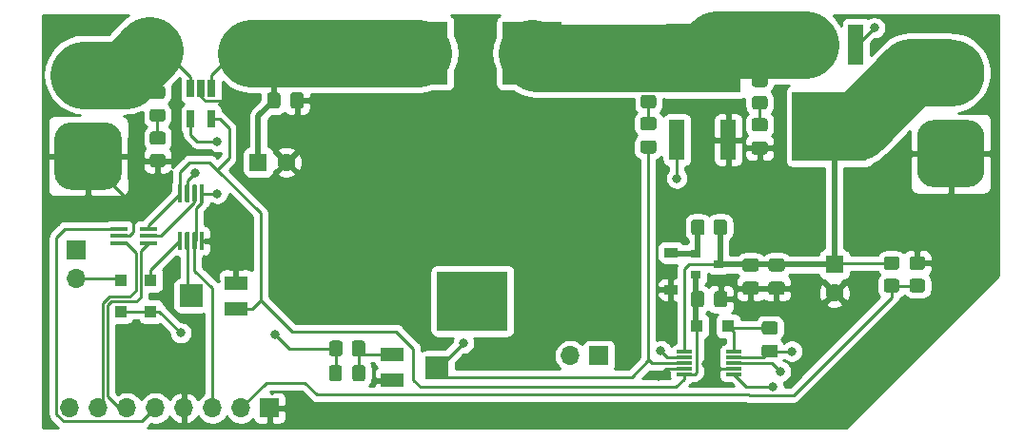
<source format=gbr>
%TF.GenerationSoftware,KiCad,Pcbnew,5.1.10*%
%TF.CreationDate,2021-11-10T11:07:09+01:00*%
%TF.ProjectId,Charging_Module,43686172-6769-46e6-975f-4d6f64756c65,rev?*%
%TF.SameCoordinates,Original*%
%TF.FileFunction,Copper,L1,Top*%
%TF.FilePolarity,Positive*%
%FSLAX46Y46*%
G04 Gerber Fmt 4.6, Leading zero omitted, Abs format (unit mm)*
G04 Created by KiCad (PCBNEW 5.1.10) date 2021-11-10 11:07:09*
%MOMM*%
%LPD*%
G01*
G04 APERTURE LIST*
%TA.AperFunction,SMDPad,CuDef*%
%ADD10R,1.397000X3.599180*%
%TD*%
%TA.AperFunction,SMDPad,CuDef*%
%ADD11R,6.598920X6.197600*%
%TD*%
%TA.AperFunction,ComponentPad*%
%ADD12C,1.000000*%
%TD*%
%TA.AperFunction,SMDPad,CuDef*%
%ADD13R,0.650000X1.560000*%
%TD*%
%TA.AperFunction,SMDPad,CuDef*%
%ADD14R,1.500000X0.400000*%
%TD*%
%TA.AperFunction,SMDPad,CuDef*%
%ADD15R,1.400000X0.300000*%
%TD*%
%TA.AperFunction,SMDPad,CuDef*%
%ADD16R,2.000000X1.300000*%
%TD*%
%TA.AperFunction,SMDPad,CuDef*%
%ADD17R,2.000000X2.000000*%
%TD*%
%TA.AperFunction,SMDPad,CuDef*%
%ADD18R,0.900000X0.800000*%
%TD*%
%TA.AperFunction,SMDPad,CuDef*%
%ADD19R,6.350000X5.280000*%
%TD*%
%TA.AperFunction,SMDPad,CuDef*%
%ADD20R,5.330000X5.590000*%
%TD*%
%TA.AperFunction,ComponentPad*%
%ADD21C,6.000000*%
%TD*%
%TA.AperFunction,ComponentPad*%
%ADD22O,1.700000X1.700000*%
%TD*%
%TA.AperFunction,ComponentPad*%
%ADD23R,1.700000X1.700000*%
%TD*%
%TA.AperFunction,SMDPad,CuDef*%
%ADD24R,1.100000X1.100000*%
%TD*%
%TA.AperFunction,SMDPad,CuDef*%
%ADD25R,1.200000X0.900000*%
%TD*%
%TA.AperFunction,ComponentPad*%
%ADD26C,1.600000*%
%TD*%
%TA.AperFunction,ComponentPad*%
%ADD27R,1.600000X1.600000*%
%TD*%
%TA.AperFunction,ViaPad*%
%ADD28C,0.800000*%
%TD*%
%TA.AperFunction,Conductor*%
%ADD29C,0.250000*%
%TD*%
%TA.AperFunction,Conductor*%
%ADD30C,0.500000*%
%TD*%
%TA.AperFunction,Conductor*%
%ADD31C,6.000000*%
%TD*%
%TA.AperFunction,Conductor*%
%ADD32C,0.254000*%
%TD*%
%TA.AperFunction,Conductor*%
%ADD33C,0.100000*%
%TD*%
G04 APERTURE END LIST*
%TO.P,R8,2*%
%TO.N,Net-(D5-Pad1)*%
%TA.AperFunction,SMDPad,CuDef*%
G36*
G01*
X86290001Y-43960000D02*
X85389999Y-43960000D01*
G75*
G02*
X85140000Y-43710001I0J249999D01*
G01*
X85140000Y-43009999D01*
G75*
G02*
X85389999Y-42760000I249999J0D01*
G01*
X86290001Y-42760000D01*
G75*
G02*
X86540000Y-43009999I0J-249999D01*
G01*
X86540000Y-43710001D01*
G75*
G02*
X86290001Y-43960000I-249999J0D01*
G01*
G37*
%TD.AperFunction*%
%TO.P,R8,1*%
%TO.N,GND*%
%TA.AperFunction,SMDPad,CuDef*%
G36*
G01*
X86290001Y-45960000D02*
X85389999Y-45960000D01*
G75*
G02*
X85140000Y-45710001I0J249999D01*
G01*
X85140000Y-45009999D01*
G75*
G02*
X85389999Y-44760000I249999J0D01*
G01*
X86290001Y-44760000D01*
G75*
G02*
X86540000Y-45009999I0J-249999D01*
G01*
X86540000Y-45710001D01*
G75*
G02*
X86290001Y-45960000I-249999J0D01*
G01*
G37*
%TD.AperFunction*%
%TD*%
%TO.P,D5,2*%
%TO.N,/VOUT*%
%TA.AperFunction,SMDPad,CuDef*%
G36*
G01*
X86270001Y-39850000D02*
X85369999Y-39850000D01*
G75*
G02*
X85120000Y-39600001I0J249999D01*
G01*
X85120000Y-38949999D01*
G75*
G02*
X85369999Y-38700000I249999J0D01*
G01*
X86270001Y-38700000D01*
G75*
G02*
X86520000Y-38949999I0J-249999D01*
G01*
X86520000Y-39600001D01*
G75*
G02*
X86270001Y-39850000I-249999J0D01*
G01*
G37*
%TD.AperFunction*%
%TO.P,D5,1*%
%TO.N,Net-(D5-Pad1)*%
%TA.AperFunction,SMDPad,CuDef*%
G36*
G01*
X86270001Y-41900000D02*
X85369999Y-41900000D01*
G75*
G02*
X85120000Y-41650001I0J249999D01*
G01*
X85120000Y-40999999D01*
G75*
G02*
X85369999Y-40750000I249999J0D01*
G01*
X86270001Y-40750000D01*
G75*
G02*
X86520000Y-40999999I0J-249999D01*
G01*
X86520000Y-41650001D01*
G75*
G02*
X86270001Y-41900000I-249999J0D01*
G01*
G37*
%TD.AperFunction*%
%TD*%
D10*
%TO.P,Q3,1*%
%TO.N,Net-(Q3-Pad1)*%
X132027640Y-43499960D03*
D11*
%TO.P,Q3,2*%
%TO.N,Net-(C5-Pad2)*%
X134400000Y-36200000D03*
D10*
%TO.P,Q3,3*%
%TO.N,GND*%
X136594560Y-43499960D03*
D12*
%TO.P,Q3,2*%
%TO.N,Net-(C5-Pad2)*%
X136940000Y-33660000D03*
X136940000Y-34930000D03*
X136940000Y-36200000D03*
X136940000Y-37470000D03*
X136940000Y-38740000D03*
X135670000Y-38740000D03*
X135670000Y-37470000D03*
X135670000Y-36200000D03*
X135670000Y-34930000D03*
X135670000Y-33660000D03*
X134400000Y-33660000D03*
X134400000Y-34930000D03*
X134400000Y-36200000D03*
X134400000Y-37470000D03*
X134400000Y-38740000D03*
X133130000Y-38740000D03*
X133130000Y-37470000D03*
X133130000Y-36200000D03*
X133130000Y-34930000D03*
X133130000Y-33660000D03*
X131860000Y-33660000D03*
X131860000Y-34930000D03*
X131860000Y-36200000D03*
X131860000Y-37470000D03*
X131860000Y-38740000D03*
%TD*%
D10*
%TO.P,Q2,1*%
%TO.N,Net-(Q2-Pad1)*%
X147972360Y-35000040D03*
D11*
%TO.P,Q2,2*%
%TO.N,/VIN*%
X145600000Y-42300000D03*
D10*
%TO.P,Q2,3*%
%TO.N,Net-(C5-Pad2)*%
X143405440Y-35000040D03*
D12*
%TO.P,Q2,2*%
%TO.N,/VIN*%
X143060000Y-44840000D03*
X143060000Y-43570000D03*
X143060000Y-42300000D03*
X143060000Y-41030000D03*
X143060000Y-39760000D03*
X144330000Y-39760000D03*
X144330000Y-41030000D03*
X144330000Y-42300000D03*
X144330000Y-43570000D03*
X144330000Y-44840000D03*
X145600000Y-44840000D03*
X145600000Y-43570000D03*
X145600000Y-42300000D03*
X145600000Y-41030000D03*
X145600000Y-39760000D03*
X146870000Y-39760000D03*
X146870000Y-41030000D03*
X146870000Y-42300000D03*
X146870000Y-43570000D03*
X146870000Y-44840000D03*
X148140000Y-44840000D03*
X148140000Y-43570000D03*
X148140000Y-42300000D03*
X148140000Y-41030000D03*
X148140000Y-39760000D03*
%TD*%
D13*
%TO.P,U4,5*%
%TO.N,+5V*%
X90650000Y-41650000D03*
%TO.P,U4,4*%
%TO.N,/IOUT*%
X88750000Y-41650000D03*
%TO.P,U4,3*%
%TO.N,/VOUT*%
X88750000Y-38950000D03*
%TO.P,U4,2*%
%TO.N,GND*%
X89700000Y-38950000D03*
%TO.P,U4,1*%
%TO.N,Net-(C10-Pad1)*%
X90650000Y-38950000D03*
%TD*%
D14*
%TO.P,U3,6*%
%TO.N,+5V*%
X85023000Y-51420000D03*
%TO.P,U3,5*%
%TO.N,Net-(U2-Pad6)*%
X85023000Y-52070000D03*
%TO.P,U3,4*%
%TO.N,/SDA*%
X85023000Y-52720000D03*
%TO.P,U3,3*%
%TO.N,/SCL*%
X82363000Y-52720000D03*
%TO.P,U3,2*%
%TO.N,GND*%
X82363000Y-52070000D03*
%TO.P,U3,1*%
%TO.N,+3V3*%
X82363000Y-51420000D03*
%TD*%
%TO.P,U2,8*%
%TO.N,+5V*%
%TA.AperFunction,SMDPad,CuDef*%
G36*
G01*
X87925000Y-49100000D02*
X87725000Y-49100000D01*
G75*
G02*
X87625000Y-49000000I0J100000D01*
G01*
X87625000Y-47575000D01*
G75*
G02*
X87725000Y-47475000I100000J0D01*
G01*
X87925000Y-47475000D01*
G75*
G02*
X88025000Y-47575000I0J-100000D01*
G01*
X88025000Y-49000000D01*
G75*
G02*
X87925000Y-49100000I-100000J0D01*
G01*
G37*
%TD.AperFunction*%
%TO.P,U2,7*%
%TO.N,Net-(J4-Pad1)*%
%TA.AperFunction,SMDPad,CuDef*%
G36*
G01*
X88575000Y-49100000D02*
X88375000Y-49100000D01*
G75*
G02*
X88275000Y-49000000I0J100000D01*
G01*
X88275000Y-47575000D01*
G75*
G02*
X88375000Y-47475000I100000J0D01*
G01*
X88575000Y-47475000D01*
G75*
G02*
X88675000Y-47575000I0J-100000D01*
G01*
X88675000Y-49000000D01*
G75*
G02*
X88575000Y-49100000I-100000J0D01*
G01*
G37*
%TD.AperFunction*%
%TO.P,U2,6*%
%TO.N,Net-(U2-Pad6)*%
%TA.AperFunction,SMDPad,CuDef*%
G36*
G01*
X89225000Y-49100000D02*
X89025000Y-49100000D01*
G75*
G02*
X88925000Y-49000000I0J100000D01*
G01*
X88925000Y-47575000D01*
G75*
G02*
X89025000Y-47475000I100000J0D01*
G01*
X89225000Y-47475000D01*
G75*
G02*
X89325000Y-47575000I0J-100000D01*
G01*
X89325000Y-49000000D01*
G75*
G02*
X89225000Y-49100000I-100000J0D01*
G01*
G37*
%TD.AperFunction*%
%TO.P,U2,5*%
%TO.N,/IOUT*%
%TA.AperFunction,SMDPad,CuDef*%
G36*
G01*
X89875000Y-49100000D02*
X89675000Y-49100000D01*
G75*
G02*
X89575000Y-49000000I0J100000D01*
G01*
X89575000Y-47575000D01*
G75*
G02*
X89675000Y-47475000I100000J0D01*
G01*
X89875000Y-47475000D01*
G75*
G02*
X89975000Y-47575000I0J-100000D01*
G01*
X89975000Y-49000000D01*
G75*
G02*
X89875000Y-49100000I-100000J0D01*
G01*
G37*
%TD.AperFunction*%
%TO.P,U2,4*%
%TO.N,GND*%
%TA.AperFunction,SMDPad,CuDef*%
G36*
G01*
X89875000Y-53325000D02*
X89675000Y-53325000D01*
G75*
G02*
X89575000Y-53225000I0J100000D01*
G01*
X89575000Y-51800000D01*
G75*
G02*
X89675000Y-51700000I100000J0D01*
G01*
X89875000Y-51700000D01*
G75*
G02*
X89975000Y-51800000I0J-100000D01*
G01*
X89975000Y-53225000D01*
G75*
G02*
X89875000Y-53325000I-100000J0D01*
G01*
G37*
%TD.AperFunction*%
%TO.P,U2,3*%
%TO.N,/IOUT*%
%TA.AperFunction,SMDPad,CuDef*%
G36*
G01*
X89225000Y-53325000D02*
X89025000Y-53325000D01*
G75*
G02*
X88925000Y-53225000I0J100000D01*
G01*
X88925000Y-51800000D01*
G75*
G02*
X89025000Y-51700000I100000J0D01*
G01*
X89225000Y-51700000D01*
G75*
G02*
X89325000Y-51800000I0J-100000D01*
G01*
X89325000Y-53225000D01*
G75*
G02*
X89225000Y-53325000I-100000J0D01*
G01*
G37*
%TD.AperFunction*%
%TO.P,U2,2*%
%TO.N,Net-(RV2-Pad2)*%
%TA.AperFunction,SMDPad,CuDef*%
G36*
G01*
X88575000Y-53325000D02*
X88375000Y-53325000D01*
G75*
G02*
X88275000Y-53225000I0J100000D01*
G01*
X88275000Y-51800000D01*
G75*
G02*
X88375000Y-51700000I100000J0D01*
G01*
X88575000Y-51700000D01*
G75*
G02*
X88675000Y-51800000I0J-100000D01*
G01*
X88675000Y-53225000D01*
G75*
G02*
X88575000Y-53325000I-100000J0D01*
G01*
G37*
%TD.AperFunction*%
%TO.P,U2,1*%
%TO.N,Net-(D4-Pad2)*%
%TA.AperFunction,SMDPad,CuDef*%
G36*
G01*
X87925000Y-53325000D02*
X87725000Y-53325000D01*
G75*
G02*
X87625000Y-53225000I0J100000D01*
G01*
X87625000Y-51800000D01*
G75*
G02*
X87725000Y-51700000I100000J0D01*
G01*
X87925000Y-51700000D01*
G75*
G02*
X88025000Y-51800000I0J-100000D01*
G01*
X88025000Y-53225000D01*
G75*
G02*
X87925000Y-53325000I-100000J0D01*
G01*
G37*
%TD.AperFunction*%
%TD*%
D15*
%TO.P,U1,10*%
%TO.N,Net-(C5-Pad1)*%
X137100000Y-62400000D03*
%TO.P,U1,9*%
%TO.N,Net-(C5-Pad2)*%
X137100000Y-62900000D03*
%TO.P,U1,8*%
%TO.N,Net-(Q2-Pad1)*%
X137100000Y-63400000D03*
%TO.P,U1,7*%
%TO.N,GND*%
X137100000Y-63900000D03*
%TO.P,U1,6*%
%TO.N,Net-(Q3-Pad1)*%
X137100000Y-64400000D03*
%TO.P,U1,5*%
%TO.N,+5V*%
X132700000Y-64400000D03*
%TO.P,U1,4*%
%TO.N,GND*%
X132700000Y-63900000D03*
%TO.P,U1,3*%
%TO.N,Net-(C7-Pad2)*%
X132700000Y-63400000D03*
%TO.P,U1,2*%
%TO.N,/EN*%
X132700000Y-62900000D03*
%TO.P,U1,1*%
%TO.N,/VIN*%
X132700000Y-62400000D03*
%TD*%
D16*
%TO.P,RV2,3*%
%TO.N,+5V*%
X92805000Y-58554000D03*
D17*
%TO.P,RV2,2*%
%TO.N,Net-(RV2-Pad2)*%
X88805000Y-57404000D03*
D16*
%TO.P,RV2,1*%
%TO.N,GND*%
X92805000Y-56254000D03*
%TD*%
%TO.P,RV1,3*%
%TO.N,Net-(C8-Pad2)*%
X106700000Y-62650000D03*
D17*
%TO.P,RV1,2*%
%TO.N,Net-(C7-Pad2)*%
X110700000Y-63800000D03*
D16*
%TO.P,RV1,1*%
%TO.N,GND*%
X106700000Y-64950000D03*
%TD*%
%TO.P,R7,2*%
%TO.N,Net-(C10-Pad1)*%
%TA.AperFunction,SMDPad,CuDef*%
G36*
G01*
X91950000Y-37125001D02*
X91950000Y-34274999D01*
G75*
G02*
X92199999Y-34025000I249999J0D01*
G01*
X93100001Y-34025000D01*
G75*
G02*
X93350000Y-34274999I0J-249999D01*
G01*
X93350000Y-37125001D01*
G75*
G02*
X93100001Y-37375000I-249999J0D01*
G01*
X92199999Y-37375000D01*
G75*
G02*
X91950000Y-37125001I0J249999D01*
G01*
G37*
%TD.AperFunction*%
%TO.P,R7,1*%
%TO.N,/VOUT*%
%TA.AperFunction,SMDPad,CuDef*%
G36*
G01*
X85850000Y-37125001D02*
X85850000Y-34274999D01*
G75*
G02*
X86099999Y-34025000I249999J0D01*
G01*
X87000001Y-34025000D01*
G75*
G02*
X87250000Y-34274999I0J-249999D01*
G01*
X87250000Y-37125001D01*
G75*
G02*
X87000001Y-37375000I-249999J0D01*
G01*
X86099999Y-37375000D01*
G75*
G02*
X85850000Y-37125001I0J249999D01*
G01*
G37*
%TD.AperFunction*%
%TD*%
%TO.P,R6,2*%
%TO.N,GND*%
%TA.AperFunction,SMDPad,CuDef*%
G36*
G01*
X153866001Y-55099000D02*
X152965999Y-55099000D01*
G75*
G02*
X152716000Y-54849001I0J249999D01*
G01*
X152716000Y-54148999D01*
G75*
G02*
X152965999Y-53899000I249999J0D01*
G01*
X153866001Y-53899000D01*
G75*
G02*
X154116000Y-54148999I0J-249999D01*
G01*
X154116000Y-54849001D01*
G75*
G02*
X153866001Y-55099000I-249999J0D01*
G01*
G37*
%TD.AperFunction*%
%TO.P,R6,1*%
%TO.N,/VINDIV*%
%TA.AperFunction,SMDPad,CuDef*%
G36*
G01*
X153866001Y-57099000D02*
X152965999Y-57099000D01*
G75*
G02*
X152716000Y-56849001I0J249999D01*
G01*
X152716000Y-56148999D01*
G75*
G02*
X152965999Y-55899000I249999J0D01*
G01*
X153866001Y-55899000D01*
G75*
G02*
X154116000Y-56148999I0J-249999D01*
G01*
X154116000Y-56849001D01*
G75*
G02*
X153866001Y-57099000I-249999J0D01*
G01*
G37*
%TD.AperFunction*%
%TD*%
%TO.P,R5,2*%
%TO.N,/VINDIV*%
%TA.AperFunction,SMDPad,CuDef*%
G36*
G01*
X150679999Y-55899000D02*
X151580001Y-55899000D01*
G75*
G02*
X151830000Y-56148999I0J-249999D01*
G01*
X151830000Y-56849001D01*
G75*
G02*
X151580001Y-57099000I-249999J0D01*
G01*
X150679999Y-57099000D01*
G75*
G02*
X150430000Y-56849001I0J249999D01*
G01*
X150430000Y-56148999D01*
G75*
G02*
X150679999Y-55899000I249999J0D01*
G01*
G37*
%TD.AperFunction*%
%TO.P,R5,1*%
%TO.N,/VIN*%
%TA.AperFunction,SMDPad,CuDef*%
G36*
G01*
X150679999Y-53899000D02*
X151580001Y-53899000D01*
G75*
G02*
X151830000Y-54148999I0J-249999D01*
G01*
X151830000Y-54849001D01*
G75*
G02*
X151580001Y-55099000I-249999J0D01*
G01*
X150679999Y-55099000D01*
G75*
G02*
X150430000Y-54849001I0J249999D01*
G01*
X150430000Y-54148999D01*
G75*
G02*
X150679999Y-53899000I249999J0D01*
G01*
G37*
%TD.AperFunction*%
%TD*%
%TO.P,R4,2*%
%TO.N,Net-(C8-Pad2)*%
%TA.AperFunction,SMDPad,CuDef*%
G36*
G01*
X103100000Y-62550001D02*
X103100000Y-61649999D01*
G75*
G02*
X103349999Y-61400000I249999J0D01*
G01*
X104050001Y-61400000D01*
G75*
G02*
X104300000Y-61649999I0J-249999D01*
G01*
X104300000Y-62550001D01*
G75*
G02*
X104050001Y-62800000I-249999J0D01*
G01*
X103349999Y-62800000D01*
G75*
G02*
X103100000Y-62550001I0J249999D01*
G01*
G37*
%TD.AperFunction*%
%TO.P,R4,1*%
%TO.N,Net-(C10-Pad1)*%
%TA.AperFunction,SMDPad,CuDef*%
G36*
G01*
X101100000Y-62550001D02*
X101100000Y-61649999D01*
G75*
G02*
X101349999Y-61400000I249999J0D01*
G01*
X102050001Y-61400000D01*
G75*
G02*
X102300000Y-61649999I0J-249999D01*
G01*
X102300000Y-62550001D01*
G75*
G02*
X102050001Y-62800000I-249999J0D01*
G01*
X101349999Y-62800000D01*
G75*
G02*
X101100000Y-62550001I0J249999D01*
G01*
G37*
%TD.AperFunction*%
%TD*%
%TO.P,R3,2*%
%TO.N,Net-(C7-Pad1)*%
%TA.AperFunction,SMDPad,CuDef*%
G36*
G01*
X129049999Y-39500000D02*
X129950001Y-39500000D01*
G75*
G02*
X130200000Y-39749999I0J-249999D01*
G01*
X130200000Y-40450001D01*
G75*
G02*
X129950001Y-40700000I-249999J0D01*
G01*
X129049999Y-40700000D01*
G75*
G02*
X128800000Y-40450001I0J249999D01*
G01*
X128800000Y-39749999D01*
G75*
G02*
X129049999Y-39500000I249999J0D01*
G01*
G37*
%TD.AperFunction*%
%TO.P,R3,1*%
%TO.N,Net-(C5-Pad2)*%
%TA.AperFunction,SMDPad,CuDef*%
G36*
G01*
X129049999Y-37500000D02*
X129950001Y-37500000D01*
G75*
G02*
X130200000Y-37749999I0J-249999D01*
G01*
X130200000Y-38450001D01*
G75*
G02*
X129950001Y-38700000I-249999J0D01*
G01*
X129049999Y-38700000D01*
G75*
G02*
X128800000Y-38450001I0J249999D01*
G01*
X128800000Y-37749999D01*
G75*
G02*
X129049999Y-37500000I249999J0D01*
G01*
G37*
%TD.AperFunction*%
%TD*%
%TO.P,R2,2*%
%TO.N,Net-(C6-Pad1)*%
%TA.AperFunction,SMDPad,CuDef*%
G36*
G01*
X138949999Y-39600000D02*
X139850001Y-39600000D01*
G75*
G02*
X140100000Y-39849999I0J-249999D01*
G01*
X140100000Y-40550001D01*
G75*
G02*
X139850001Y-40800000I-249999J0D01*
G01*
X138949999Y-40800000D01*
G75*
G02*
X138700000Y-40550001I0J249999D01*
G01*
X138700000Y-39849999D01*
G75*
G02*
X138949999Y-39600000I249999J0D01*
G01*
G37*
%TD.AperFunction*%
%TO.P,R2,1*%
%TO.N,Net-(C5-Pad2)*%
%TA.AperFunction,SMDPad,CuDef*%
G36*
G01*
X138949999Y-37600000D02*
X139850001Y-37600000D01*
G75*
G02*
X140100000Y-37849999I0J-249999D01*
G01*
X140100000Y-38550001D01*
G75*
G02*
X139850001Y-38800000I-249999J0D01*
G01*
X138949999Y-38800000D01*
G75*
G02*
X138700000Y-38550001I0J249999D01*
G01*
X138700000Y-37849999D01*
G75*
G02*
X138949999Y-37600000I249999J0D01*
G01*
G37*
%TD.AperFunction*%
%TD*%
%TO.P,R1,2*%
%TO.N,Net-(D1-Pad1)*%
%TA.AperFunction,SMDPad,CuDef*%
G36*
G01*
X134500000Y-50849999D02*
X134500000Y-51750001D01*
G75*
G02*
X134250001Y-52000000I-249999J0D01*
G01*
X133549999Y-52000000D01*
G75*
G02*
X133300000Y-51750001I0J249999D01*
G01*
X133300000Y-50849999D01*
G75*
G02*
X133549999Y-50600000I249999J0D01*
G01*
X134250001Y-50600000D01*
G75*
G02*
X134500000Y-50849999I0J-249999D01*
G01*
G37*
%TD.AperFunction*%
%TO.P,R1,1*%
%TO.N,/VIN*%
%TA.AperFunction,SMDPad,CuDef*%
G36*
G01*
X136500000Y-50849999D02*
X136500000Y-51750001D01*
G75*
G02*
X136250001Y-52000000I-249999J0D01*
G01*
X135549999Y-52000000D01*
G75*
G02*
X135300000Y-51750001I0J249999D01*
G01*
X135300000Y-50849999D01*
G75*
G02*
X135549999Y-50600000I249999J0D01*
G01*
X136250001Y-50600000D01*
G75*
G02*
X136500000Y-50849999I0J-249999D01*
G01*
G37*
%TD.AperFunction*%
%TD*%
D18*
%TO.P,Q1,3*%
%TO.N,/VIN*%
X135700000Y-54600000D03*
%TO.P,Q1,2*%
%TO.N,+5V*%
X133700000Y-55550000D03*
%TO.P,Q1,1*%
%TO.N,Net-(D1-Pad1)*%
X133700000Y-53650000D03*
%TD*%
D19*
%TO.P,L1,*%
%TO.N,*%
X113846000Y-57874000D03*
D20*
%TO.P,L1,2*%
%TO.N,Net-(C10-Pad1)*%
X109020000Y-35776000D03*
%TO.P,L1,1*%
%TO.N,Net-(C5-Pad2)*%
X119180000Y-35776000D03*
%TD*%
%TO.P,J5,1*%
%TO.N,GND*%
%TA.AperFunction,ComponentPad*%
G36*
G01*
X81150000Y-47950000D02*
X78150000Y-47950000D01*
G75*
G02*
X76650000Y-46450000I0J1500000D01*
G01*
X76650000Y-43450000D01*
G75*
G02*
X78150000Y-41950000I1500000J0D01*
G01*
X81150000Y-41950000D01*
G75*
G02*
X82650000Y-43450000I0J-1500000D01*
G01*
X82650000Y-46450000D01*
G75*
G02*
X81150000Y-47950000I-1500000J0D01*
G01*
G37*
%TD.AperFunction*%
D21*
%TO.P,J5,2*%
%TO.N,/VOUT*%
X79650000Y-37750000D03*
%TD*%
D22*
%TO.P,J4,2*%
%TO.N,Net-(D3-Pad2)*%
X78613000Y-55880000D03*
D23*
%TO.P,J4,1*%
%TO.N,Net-(J4-Pad1)*%
X78613000Y-53340000D03*
%TD*%
%TO.P,J3,1*%
%TO.N,GND*%
%TA.AperFunction,ComponentPad*%
G36*
G01*
X157900000Y-47730000D02*
X154900000Y-47730000D01*
G75*
G02*
X153400000Y-46230000I0J1500000D01*
G01*
X153400000Y-43230000D01*
G75*
G02*
X154900000Y-41730000I1500000J0D01*
G01*
X157900000Y-41730000D01*
G75*
G02*
X159400000Y-43230000I0J-1500000D01*
G01*
X159400000Y-46230000D01*
G75*
G02*
X157900000Y-47730000I-1500000J0D01*
G01*
G37*
%TD.AperFunction*%
D21*
%TO.P,J3,2*%
%TO.N,/VIN*%
X156400000Y-37530000D03*
%TD*%
D22*
%TO.P,J2,2*%
%TO.N,Net-(J1-Pad8)*%
X122555000Y-62738000D03*
D23*
%TO.P,J2,1*%
%TO.N,/EN*%
X125095000Y-62738000D03*
%TD*%
D22*
%TO.P,J1,8*%
%TO.N,Net-(J1-Pad8)*%
X78020000Y-67400000D03*
%TO.P,J1,7*%
%TO.N,/SCL*%
X80560000Y-67400000D03*
%TO.P,J1,6*%
%TO.N,/SDA*%
X83100000Y-67400000D03*
%TO.P,J1,5*%
%TO.N,+3V3*%
X85640000Y-67400000D03*
%TO.P,J1,4*%
%TO.N,GND*%
X88180000Y-67400000D03*
%TO.P,J1,3*%
%TO.N,/IOUT*%
X90720000Y-67400000D03*
%TO.P,J1,2*%
%TO.N,/VINDIV*%
X93260000Y-67400000D03*
D23*
%TO.P,J1,1*%
%TO.N,GND*%
X95800000Y-67400000D03*
%TD*%
D24*
%TO.P,D4,2*%
%TO.N,Net-(D4-Pad2)*%
X85217000Y-56004000D03*
%TO.P,D4,1*%
%TO.N,Net-(C7-Pad2)*%
X85217000Y-58804000D03*
%TD*%
%TO.P,D3,2*%
%TO.N,Net-(D3-Pad2)*%
X82550000Y-56004000D03*
%TO.P,D3,1*%
%TO.N,Net-(C7-Pad2)*%
X82550000Y-58804000D03*
%TD*%
%TO.P,D2,2*%
%TO.N,+5V*%
X133800000Y-60100000D03*
%TO.P,D2,1*%
%TO.N,Net-(C5-Pad1)*%
X136600000Y-60100000D03*
%TD*%
D25*
%TO.P,D1,2*%
%TO.N,GND*%
X131500000Y-56850000D03*
%TO.P,D1,1*%
%TO.N,Net-(D1-Pad1)*%
X131500000Y-53550000D03*
%TD*%
D26*
%TO.P,C10,2*%
%TO.N,GND*%
X97300000Y-45500000D03*
D27*
%TO.P,C10,1*%
%TO.N,Net-(C10-Pad1)*%
X94800000Y-45500000D03*
%TD*%
%TO.P,C9,2*%
%TO.N,GND*%
%TA.AperFunction,SMDPad,CuDef*%
G36*
G01*
X97650000Y-40475000D02*
X97650000Y-39525000D01*
G75*
G02*
X97900000Y-39275000I250000J0D01*
G01*
X98575000Y-39275000D01*
G75*
G02*
X98825000Y-39525000I0J-250000D01*
G01*
X98825000Y-40475000D01*
G75*
G02*
X98575000Y-40725000I-250000J0D01*
G01*
X97900000Y-40725000D01*
G75*
G02*
X97650000Y-40475000I0J250000D01*
G01*
G37*
%TD.AperFunction*%
%TO.P,C9,1*%
%TO.N,Net-(C10-Pad1)*%
%TA.AperFunction,SMDPad,CuDef*%
G36*
G01*
X95575000Y-40475000D02*
X95575000Y-39525000D01*
G75*
G02*
X95825000Y-39275000I250000J0D01*
G01*
X96500000Y-39275000D01*
G75*
G02*
X96750000Y-39525000I0J-250000D01*
G01*
X96750000Y-40475000D01*
G75*
G02*
X96500000Y-40725000I-250000J0D01*
G01*
X95825000Y-40725000D01*
G75*
G02*
X95575000Y-40475000I0J250000D01*
G01*
G37*
%TD.AperFunction*%
%TD*%
%TO.P,C8,2*%
%TO.N,Net-(C8-Pad2)*%
%TA.AperFunction,SMDPad,CuDef*%
G36*
G01*
X103150000Y-64775000D02*
X103150000Y-63825000D01*
G75*
G02*
X103400000Y-63575000I250000J0D01*
G01*
X104075000Y-63575000D01*
G75*
G02*
X104325000Y-63825000I0J-250000D01*
G01*
X104325000Y-64775000D01*
G75*
G02*
X104075000Y-65025000I-250000J0D01*
G01*
X103400000Y-65025000D01*
G75*
G02*
X103150000Y-64775000I0J250000D01*
G01*
G37*
%TD.AperFunction*%
%TO.P,C8,1*%
%TO.N,Net-(C10-Pad1)*%
%TA.AperFunction,SMDPad,CuDef*%
G36*
G01*
X101075000Y-64775000D02*
X101075000Y-63825000D01*
G75*
G02*
X101325000Y-63575000I250000J0D01*
G01*
X102000000Y-63575000D01*
G75*
G02*
X102250000Y-63825000I0J-250000D01*
G01*
X102250000Y-64775000D01*
G75*
G02*
X102000000Y-65025000I-250000J0D01*
G01*
X101325000Y-65025000D01*
G75*
G02*
X101075000Y-64775000I0J250000D01*
G01*
G37*
%TD.AperFunction*%
%TD*%
%TO.P,C7,2*%
%TO.N,Net-(C7-Pad2)*%
%TA.AperFunction,SMDPad,CuDef*%
G36*
G01*
X129025000Y-43550000D02*
X129975000Y-43550000D01*
G75*
G02*
X130225000Y-43800000I0J-250000D01*
G01*
X130225000Y-44475000D01*
G75*
G02*
X129975000Y-44725000I-250000J0D01*
G01*
X129025000Y-44725000D01*
G75*
G02*
X128775000Y-44475000I0J250000D01*
G01*
X128775000Y-43800000D01*
G75*
G02*
X129025000Y-43550000I250000J0D01*
G01*
G37*
%TD.AperFunction*%
%TO.P,C7,1*%
%TO.N,Net-(C7-Pad1)*%
%TA.AperFunction,SMDPad,CuDef*%
G36*
G01*
X129025000Y-41475000D02*
X129975000Y-41475000D01*
G75*
G02*
X130225000Y-41725000I0J-250000D01*
G01*
X130225000Y-42400000D01*
G75*
G02*
X129975000Y-42650000I-250000J0D01*
G01*
X129025000Y-42650000D01*
G75*
G02*
X128775000Y-42400000I0J250000D01*
G01*
X128775000Y-41725000D01*
G75*
G02*
X129025000Y-41475000I250000J0D01*
G01*
G37*
%TD.AperFunction*%
%TD*%
%TO.P,C6,2*%
%TO.N,GND*%
%TA.AperFunction,SMDPad,CuDef*%
G36*
G01*
X138925000Y-43650000D02*
X139875000Y-43650000D01*
G75*
G02*
X140125000Y-43900000I0J-250000D01*
G01*
X140125000Y-44575000D01*
G75*
G02*
X139875000Y-44825000I-250000J0D01*
G01*
X138925000Y-44825000D01*
G75*
G02*
X138675000Y-44575000I0J250000D01*
G01*
X138675000Y-43900000D01*
G75*
G02*
X138925000Y-43650000I250000J0D01*
G01*
G37*
%TD.AperFunction*%
%TO.P,C6,1*%
%TO.N,Net-(C6-Pad1)*%
%TA.AperFunction,SMDPad,CuDef*%
G36*
G01*
X138925000Y-41575000D02*
X139875000Y-41575000D01*
G75*
G02*
X140125000Y-41825000I0J-250000D01*
G01*
X140125000Y-42500000D01*
G75*
G02*
X139875000Y-42750000I-250000J0D01*
G01*
X138925000Y-42750000D01*
G75*
G02*
X138675000Y-42500000I0J250000D01*
G01*
X138675000Y-41825000D01*
G75*
G02*
X138925000Y-41575000I250000J0D01*
G01*
G37*
%TD.AperFunction*%
%TD*%
%TO.P,C5,2*%
%TO.N,Net-(C5-Pad2)*%
%TA.AperFunction,SMDPad,CuDef*%
G36*
G01*
X139825000Y-61750000D02*
X140775000Y-61750000D01*
G75*
G02*
X141025000Y-62000000I0J-250000D01*
G01*
X141025000Y-62675000D01*
G75*
G02*
X140775000Y-62925000I-250000J0D01*
G01*
X139825000Y-62925000D01*
G75*
G02*
X139575000Y-62675000I0J250000D01*
G01*
X139575000Y-62000000D01*
G75*
G02*
X139825000Y-61750000I250000J0D01*
G01*
G37*
%TD.AperFunction*%
%TO.P,C5,1*%
%TO.N,Net-(C5-Pad1)*%
%TA.AperFunction,SMDPad,CuDef*%
G36*
G01*
X139825000Y-59675000D02*
X140775000Y-59675000D01*
G75*
G02*
X141025000Y-59925000I0J-250000D01*
G01*
X141025000Y-60600000D01*
G75*
G02*
X140775000Y-60850000I-250000J0D01*
G01*
X139825000Y-60850000D01*
G75*
G02*
X139575000Y-60600000I0J250000D01*
G01*
X139575000Y-59925000D01*
G75*
G02*
X139825000Y-59675000I250000J0D01*
G01*
G37*
%TD.AperFunction*%
%TD*%
D26*
%TO.P,C4,2*%
%TO.N,GND*%
X146050000Y-57110000D03*
D27*
%TO.P,C4,1*%
%TO.N,/VIN*%
X146050000Y-54610000D03*
%TD*%
%TO.P,C3,2*%
%TO.N,GND*%
%TA.AperFunction,SMDPad,CuDef*%
G36*
G01*
X140425000Y-56150000D02*
X141375000Y-56150000D01*
G75*
G02*
X141625000Y-56400000I0J-250000D01*
G01*
X141625000Y-57075000D01*
G75*
G02*
X141375000Y-57325000I-250000J0D01*
G01*
X140425000Y-57325000D01*
G75*
G02*
X140175000Y-57075000I0J250000D01*
G01*
X140175000Y-56400000D01*
G75*
G02*
X140425000Y-56150000I250000J0D01*
G01*
G37*
%TD.AperFunction*%
%TO.P,C3,1*%
%TO.N,/VIN*%
%TA.AperFunction,SMDPad,CuDef*%
G36*
G01*
X140425000Y-54075000D02*
X141375000Y-54075000D01*
G75*
G02*
X141625000Y-54325000I0J-250000D01*
G01*
X141625000Y-55000000D01*
G75*
G02*
X141375000Y-55250000I-250000J0D01*
G01*
X140425000Y-55250000D01*
G75*
G02*
X140175000Y-55000000I0J250000D01*
G01*
X140175000Y-54325000D01*
G75*
G02*
X140425000Y-54075000I250000J0D01*
G01*
G37*
%TD.AperFunction*%
%TD*%
%TO.P,C2,2*%
%TO.N,GND*%
%TA.AperFunction,SMDPad,CuDef*%
G36*
G01*
X138125000Y-56150000D02*
X139075000Y-56150000D01*
G75*
G02*
X139325000Y-56400000I0J-250000D01*
G01*
X139325000Y-57075000D01*
G75*
G02*
X139075000Y-57325000I-250000J0D01*
G01*
X138125000Y-57325000D01*
G75*
G02*
X137875000Y-57075000I0J250000D01*
G01*
X137875000Y-56400000D01*
G75*
G02*
X138125000Y-56150000I250000J0D01*
G01*
G37*
%TD.AperFunction*%
%TO.P,C2,1*%
%TO.N,/VIN*%
%TA.AperFunction,SMDPad,CuDef*%
G36*
G01*
X138125000Y-54075000D02*
X139075000Y-54075000D01*
G75*
G02*
X139325000Y-54325000I0J-250000D01*
G01*
X139325000Y-55000000D01*
G75*
G02*
X139075000Y-55250000I-250000J0D01*
G01*
X138125000Y-55250000D01*
G75*
G02*
X137875000Y-55000000I0J250000D01*
G01*
X137875000Y-54325000D01*
G75*
G02*
X138125000Y-54075000I250000J0D01*
G01*
G37*
%TD.AperFunction*%
%TD*%
%TO.P,C1,2*%
%TO.N,GND*%
%TA.AperFunction,SMDPad,CuDef*%
G36*
G01*
X135350000Y-58175000D02*
X135350000Y-57225000D01*
G75*
G02*
X135600000Y-56975000I250000J0D01*
G01*
X136275000Y-56975000D01*
G75*
G02*
X136525000Y-57225000I0J-250000D01*
G01*
X136525000Y-58175000D01*
G75*
G02*
X136275000Y-58425000I-250000J0D01*
G01*
X135600000Y-58425000D01*
G75*
G02*
X135350000Y-58175000I0J250000D01*
G01*
G37*
%TD.AperFunction*%
%TO.P,C1,1*%
%TO.N,+5V*%
%TA.AperFunction,SMDPad,CuDef*%
G36*
G01*
X133275000Y-58175000D02*
X133275000Y-57225000D01*
G75*
G02*
X133525000Y-56975000I250000J0D01*
G01*
X134200000Y-56975000D01*
G75*
G02*
X134450000Y-57225000I0J-250000D01*
G01*
X134450000Y-58175000D01*
G75*
G02*
X134200000Y-58425000I-250000J0D01*
G01*
X133525000Y-58425000D01*
G75*
G02*
X133275000Y-58175000I0J250000D01*
G01*
G37*
%TD.AperFunction*%
%TD*%
D28*
%TO.N,GND*%
X106680000Y-64770000D03*
X92710000Y-53340000D03*
X102870000Y-44450000D03*
X134620000Y-63500000D03*
X130800000Y-59700000D03*
X138600000Y-58600000D03*
X130400000Y-64600000D03*
%TO.N,Net-(C5-Pad2)*%
X142262500Y-62337500D03*
%TO.N,Net-(C7-Pad2)*%
X87884000Y-60706000D03*
X113030000Y-61595000D03*
%TO.N,Net-(C10-Pad1)*%
X96266000Y-60833000D03*
%TO.N,/IOUT*%
X91158500Y-48287500D03*
X91158500Y-43660500D03*
%TO.N,/EN*%
X130600000Y-62300000D03*
%TO.N,Net-(J4-Pad1)*%
X89154000Y-46482000D03*
%TO.N,Net-(Q2-Pad1)*%
X149606000Y-33528000D03*
X141224000Y-64135000D03*
%TO.N,Net-(Q3-Pad1)*%
X132027640Y-46937640D03*
X140589000Y-65532000D03*
%TD*%
D29*
%TO.N,GND*%
X131100000Y-63900000D02*
X130400000Y-64600000D01*
X132700000Y-63900000D02*
X131100000Y-63900000D01*
X135019999Y-63899999D02*
X134620000Y-63500000D01*
X137100000Y-63900000D02*
X135019999Y-63899999D01*
X91882500Y-52512500D02*
X92710000Y-53340000D01*
X89775000Y-52512500D02*
X91882500Y-52512500D01*
X83363000Y-52070000D02*
X83700000Y-51733000D01*
X82363000Y-52070000D02*
X83363000Y-52070000D01*
X83700000Y-49300000D02*
X79300000Y-44900000D01*
X83700000Y-51733000D02*
X83700000Y-49300000D01*
X94400000Y-47800000D02*
X95000000Y-47800000D01*
X92900000Y-46300000D02*
X94400000Y-47800000D01*
X92900000Y-40210002D02*
X92900000Y-46300000D01*
X92744999Y-40055001D02*
X92900000Y-40210002D01*
X95000000Y-47800000D02*
X97300000Y-45500000D01*
X90064999Y-40055001D02*
X92744999Y-40055001D01*
X89700000Y-39690002D02*
X90064999Y-40055001D01*
X89700000Y-38950000D02*
X89700000Y-39690002D01*
%TO.N,+5V*%
X133800000Y-64235002D02*
X133800000Y-60100000D01*
X133635002Y-64400000D02*
X133800000Y-64235002D01*
X132700000Y-64400000D02*
X133635002Y-64400000D01*
D30*
X133700000Y-60000000D02*
X133800000Y-60100000D01*
X133700000Y-55550000D02*
X133700000Y-60000000D01*
D29*
X85023000Y-51089500D02*
X87825000Y-48287500D01*
X85023000Y-51420000D02*
X85023000Y-51089500D01*
X94227000Y-58554000D02*
X94996000Y-57785000D01*
X92805000Y-58554000D02*
X94227000Y-58554000D01*
X109220000Y-65532000D02*
X108585000Y-64897000D01*
X132700000Y-64400000D02*
X132700000Y-64800000D01*
X132700000Y-64800000D02*
X131968000Y-65532000D01*
X131968000Y-65532000D02*
X109220000Y-65532000D01*
X108585000Y-64897000D02*
X108585000Y-62103000D01*
X108585000Y-62103000D02*
X107061000Y-60579000D01*
X107061000Y-60579000D02*
X97790000Y-60579000D01*
X97790000Y-60579000D02*
X94996000Y-57785000D01*
X87825000Y-46375000D02*
X87825000Y-48287500D01*
X88700000Y-45500000D02*
X87825000Y-46375000D01*
X90458000Y-45500000D02*
X88700000Y-45500000D01*
X94996000Y-57785000D02*
X94996000Y-50038000D01*
X90650000Y-41650000D02*
X91350000Y-41650000D01*
X91350000Y-41650000D02*
X92200000Y-42500000D01*
X92200000Y-45100000D02*
X91129000Y-46171000D01*
X92200000Y-42500000D02*
X92200000Y-45100000D01*
X91129000Y-46171000D02*
X90458000Y-45500000D01*
X94996000Y-50038000D02*
X91129000Y-46171000D01*
D31*
%TO.N,Net-(C5-Pad2)*%
X134400000Y-36200000D02*
X135599960Y-35000040D01*
X119604000Y-36200000D02*
X119180000Y-35776000D01*
X134400000Y-36200000D02*
X119604000Y-36200000D01*
D29*
X139400000Y-36530000D02*
X137870040Y-35000040D01*
X139400000Y-38200000D02*
X139400000Y-36530000D01*
D31*
X137870040Y-35000040D02*
X143405440Y-35000040D01*
X135599960Y-35000040D02*
X137870040Y-35000040D01*
D29*
X139737500Y-62900000D02*
X137100000Y-62900000D01*
X140300000Y-62337500D02*
X139737500Y-62900000D01*
X140300000Y-62337500D02*
X142262500Y-62337500D01*
X142262500Y-62337500D02*
X142262500Y-62337500D01*
%TO.N,Net-(C5-Pad1)*%
X137100000Y-60600000D02*
X136600000Y-60100000D01*
X137100000Y-62400000D02*
X137100000Y-60600000D01*
X136762500Y-60262500D02*
X136600000Y-60100000D01*
X140300000Y-60262500D02*
X136762500Y-60262500D01*
%TO.N,Net-(C6-Pad1)*%
X139400000Y-40200000D02*
X139400000Y-42162500D01*
%TO.N,Net-(C7-Pad2)*%
X129821000Y-63400000D02*
X132700000Y-63400000D01*
X129500000Y-63079000D02*
X129821000Y-63400000D01*
X129500000Y-44137500D02*
X129500000Y-63079000D01*
X82550000Y-58804000D02*
X85217000Y-58804000D01*
X85217000Y-58804000D02*
X85982000Y-58804000D01*
X85982000Y-58804000D02*
X87884000Y-60706000D01*
X87884000Y-60706000D02*
X87884000Y-60706000D01*
X129500000Y-63159000D02*
X128016000Y-64643000D01*
X129500000Y-63079000D02*
X129500000Y-63159000D01*
X128016000Y-64643000D02*
X111543000Y-64643000D01*
X111543000Y-64643000D02*
X110700000Y-63800000D01*
X110825000Y-63800000D02*
X113030000Y-61595000D01*
X110700000Y-63800000D02*
X110825000Y-63800000D01*
%TO.N,Net-(C7-Pad1)*%
X129500000Y-40100000D02*
X129500000Y-42062500D01*
%TO.N,Net-(C8-Pad2)*%
X104250000Y-62650000D02*
X103700000Y-62100000D01*
X106700000Y-62650000D02*
X104250000Y-62650000D01*
X103700000Y-64262500D02*
X103737500Y-64300000D01*
X103700000Y-62100000D02*
X103700000Y-64262500D01*
%TO.N,Net-(C10-Pad1)*%
X91050000Y-37300000D02*
X92650000Y-35700000D01*
D31*
X109020000Y-35776000D02*
X94196000Y-35776000D01*
D30*
X94800000Y-41362500D02*
X96162500Y-40000000D01*
X94800000Y-45500000D02*
X94800000Y-41362500D01*
X96162500Y-37742500D02*
X94196000Y-35776000D01*
X96162500Y-40000000D02*
X96162500Y-37742500D01*
D29*
X101700000Y-64262500D02*
X101662500Y-64300000D01*
X101700000Y-62100000D02*
X101700000Y-64262500D01*
X101700000Y-62100000D02*
X97533000Y-62100000D01*
X97533000Y-62100000D02*
X96266000Y-60833000D01*
X96266000Y-60833000D02*
X96266000Y-60833000D01*
D30*
%TO.N,Net-(D1-Pad1)*%
X133900000Y-53450000D02*
X133700000Y-53650000D01*
X133900000Y-51300000D02*
X133900000Y-53450000D01*
X131600000Y-53650000D02*
X131500000Y-53550000D01*
X133700000Y-53650000D02*
X131600000Y-53650000D01*
D29*
%TO.N,Net-(D3-Pad2)*%
X82426000Y-55880000D02*
X82550000Y-56004000D01*
X78613000Y-55880000D02*
X82426000Y-55880000D01*
%TO.N,Net-(D4-Pad2)*%
X85217000Y-55120500D02*
X87825000Y-52512500D01*
X85217000Y-56004000D02*
X85217000Y-55120500D01*
%TO.N,/VINDIV*%
X151130000Y-56499000D02*
X153416000Y-56499000D01*
X151130000Y-56499000D02*
X151130000Y-57531000D01*
X142403999Y-66257001D02*
X138520001Y-66257001D01*
X151130000Y-57531000D02*
X142403999Y-66257001D01*
X138520001Y-66257001D02*
X138483002Y-66294000D01*
X138414001Y-66224999D02*
X100006999Y-66224999D01*
X138483002Y-66294000D02*
X138414001Y-66224999D01*
X100006999Y-66224999D02*
X98933000Y-65151000D01*
X95509000Y-65151000D02*
X93260000Y-67400000D01*
X98933000Y-65151000D02*
X95509000Y-65151000D01*
%TO.N,/IOUT*%
X89249990Y-49576068D02*
X89775000Y-49051058D01*
X89249990Y-52482010D02*
X89249990Y-49576068D01*
X89775000Y-49051058D02*
X89775000Y-48287500D01*
X89219500Y-52512500D02*
X89249990Y-52482010D01*
X89125000Y-52512500D02*
X89219500Y-52512500D01*
X89775000Y-48287500D02*
X91158500Y-48287500D01*
X91158500Y-48287500D02*
X91158500Y-48287500D01*
%TO.N,Net-(C10-Pad1)*%
X90650000Y-37700000D02*
X91050000Y-37300000D01*
X90650000Y-38950000D02*
X90650000Y-37700000D01*
%TO.N,/IOUT*%
X90720000Y-56733998D02*
X90720000Y-67400000D01*
X89125000Y-55138998D02*
X90720000Y-56733998D01*
X89125000Y-52512500D02*
X89125000Y-55138998D01*
X91158500Y-43660500D02*
X89360500Y-43660500D01*
X88750000Y-43050000D02*
X88750000Y-41650000D01*
X89360500Y-43660500D02*
X88750000Y-43050000D01*
%TO.N,+3V3*%
X76844999Y-67964001D02*
X76844999Y-52187001D01*
X77455999Y-68575001D02*
X76844999Y-67964001D01*
X84464999Y-68575001D02*
X77455999Y-68575001D01*
X85640000Y-67400000D02*
X84464999Y-68575001D01*
X77612000Y-51420000D02*
X82363000Y-51420000D01*
X76844999Y-52187001D02*
X77612000Y-51420000D01*
%TO.N,/SCL*%
X81553598Y-57478990D02*
X80956990Y-58075598D01*
X83364011Y-57478989D02*
X81553598Y-57478990D01*
X83891989Y-56951011D02*
X83364011Y-57478989D01*
X80956990Y-58075598D02*
X80956990Y-67003010D01*
X83891989Y-53538989D02*
X83891989Y-56951011D01*
X83073000Y-52720000D02*
X83891989Y-53538989D01*
X80956990Y-67003010D02*
X80560000Y-67400000D01*
X82363000Y-52720000D02*
X83073000Y-52720000D01*
%TO.N,/SDA*%
X83286401Y-67850009D02*
X83418205Y-67718205D01*
X82913599Y-67850009D02*
X83286401Y-67850009D01*
X81407000Y-66343410D02*
X82913599Y-67850009D01*
X81407000Y-58261998D02*
X81407000Y-66343410D01*
X81739999Y-57928999D02*
X81407000Y-58261998D01*
X83930001Y-57928999D02*
X81739999Y-57928999D01*
X84341999Y-57517001D02*
X83930001Y-57928999D01*
X84341999Y-53401001D02*
X84341999Y-57517001D01*
X85023000Y-52720000D02*
X84341999Y-53401001D01*
%TO.N,/EN*%
X131975001Y-62875001D02*
X131175001Y-62875001D01*
X132000000Y-62900000D02*
X131975001Y-62875001D01*
X132700000Y-62900000D02*
X132000000Y-62900000D01*
X131175001Y-62875001D02*
X130600000Y-62300000D01*
X130600000Y-62300000D02*
X130600000Y-62300000D01*
%TO.N,Net-(J4-Pad1)*%
X88475000Y-48287500D02*
X88475000Y-47161000D01*
X88475000Y-47161000D02*
X89154000Y-46482000D01*
X89154000Y-46482000D02*
X89154000Y-46482000D01*
%TO.N,/VOUT*%
X88350000Y-37500000D02*
X86550000Y-35700000D01*
D31*
X79300000Y-37700000D02*
X82950000Y-37700000D01*
X82950000Y-37700000D02*
X85090000Y-35560000D01*
D29*
X84525000Y-39275000D02*
X82950000Y-37700000D01*
X85820000Y-39275000D02*
X84525000Y-39275000D01*
X88750000Y-37900000D02*
X88350000Y-37500000D01*
X88750000Y-38950000D02*
X88750000Y-37900000D01*
%TO.N,Net-(Q2-Pad1)*%
X147972360Y-35000040D02*
X148133960Y-35000040D01*
X148133960Y-35000040D02*
X149606000Y-33528000D01*
X149606000Y-33528000D02*
X149606000Y-33528000D01*
X140489000Y-63400000D02*
X137100000Y-63400000D01*
X141224000Y-64135000D02*
X140489000Y-63400000D01*
%TO.N,Net-(Q3-Pad1)*%
X132027640Y-43499960D02*
X132027640Y-46937640D01*
X132027640Y-46937640D02*
X132027640Y-46937640D01*
X138232000Y-65532000D02*
X137100000Y-64400000D01*
X140589000Y-65532000D02*
X138232000Y-65532000D01*
%TO.N,Net-(RV2-Pad2)*%
X88475000Y-57074000D02*
X88475000Y-52512500D01*
X88805000Y-57404000D02*
X88475000Y-57074000D01*
%TO.N,Net-(U2-Pad6)*%
X89125000Y-49051058D02*
X89125000Y-48287500D01*
X86106058Y-52070000D02*
X89125000Y-49051058D01*
X85023000Y-52070000D02*
X86106058Y-52070000D01*
D31*
%TO.N,/VIN*%
X148070860Y-42300000D02*
X145600000Y-42300000D01*
X152870860Y-37500000D02*
X148070860Y-42300000D01*
X156100000Y-37500000D02*
X152870860Y-37500000D01*
D30*
X146040000Y-54600000D02*
X146050000Y-54610000D01*
X135700000Y-54600000D02*
X146040000Y-54600000D01*
X146050000Y-42750000D02*
X145600000Y-42300000D01*
X146050000Y-54610000D02*
X146050000Y-42750000D01*
X135900000Y-54400000D02*
X135700000Y-54600000D01*
X135900000Y-51300000D02*
X135900000Y-54400000D01*
D29*
X133106000Y-54600000D02*
X135700000Y-54600000D01*
X132715000Y-54991000D02*
X133106000Y-54600000D01*
X132715000Y-56261000D02*
X132715000Y-54991000D01*
X132700000Y-56276000D02*
X132715000Y-56261000D01*
X132700000Y-62400000D02*
X132700000Y-56276000D01*
X146161000Y-54499000D02*
X146050000Y-54610000D01*
X151130000Y-54499000D02*
X146161000Y-54499000D01*
%TO.N,Net-(D5-Pad1)*%
X85820000Y-43340000D02*
X85840000Y-43360000D01*
X85820000Y-41325000D02*
X85820000Y-43340000D01*
%TD*%
D32*
%TO.N,GND*%
X160630000Y-55606619D02*
X147046620Y-69190000D01*
X84913615Y-69190000D01*
X85005000Y-69115002D01*
X85028803Y-69085998D01*
X85273592Y-68841209D01*
X85493740Y-68885000D01*
X85786260Y-68885000D01*
X86073158Y-68827932D01*
X86343411Y-68715990D01*
X86586632Y-68553475D01*
X86793475Y-68346632D01*
X86915195Y-68164466D01*
X86984822Y-68281355D01*
X87179731Y-68497588D01*
X87413080Y-68671641D01*
X87675901Y-68796825D01*
X87823110Y-68841476D01*
X88053000Y-68720155D01*
X88053000Y-67527000D01*
X88033000Y-67527000D01*
X88033000Y-67273000D01*
X88053000Y-67273000D01*
X88053000Y-66079845D01*
X87823110Y-65958524D01*
X87675901Y-66003175D01*
X87413080Y-66128359D01*
X87179731Y-66302412D01*
X86984822Y-66518645D01*
X86915195Y-66635534D01*
X86793475Y-66453368D01*
X86586632Y-66246525D01*
X86343411Y-66084010D01*
X86073158Y-65972068D01*
X85786260Y-65915000D01*
X85493740Y-65915000D01*
X85206842Y-65972068D01*
X84936589Y-66084010D01*
X84693368Y-66246525D01*
X84486525Y-66453368D01*
X84370000Y-66627760D01*
X84253475Y-66453368D01*
X84046632Y-66246525D01*
X83803411Y-66084010D01*
X83533158Y-65972068D01*
X83246260Y-65915000D01*
X82953740Y-65915000D01*
X82666842Y-65972068D01*
X82396589Y-66084010D01*
X82292171Y-66153780D01*
X82167000Y-66028609D01*
X82167000Y-59992072D01*
X83100000Y-59992072D01*
X83224482Y-59979812D01*
X83344180Y-59943502D01*
X83454494Y-59884537D01*
X83551185Y-59805185D01*
X83630537Y-59708494D01*
X83689502Y-59598180D01*
X83699870Y-59564000D01*
X84067130Y-59564000D01*
X84077498Y-59598180D01*
X84136463Y-59708494D01*
X84215815Y-59805185D01*
X84312506Y-59884537D01*
X84422820Y-59943502D01*
X84542518Y-59979812D01*
X84667000Y-59992072D01*
X85767000Y-59992072D01*
X85891482Y-59979812D01*
X86011180Y-59943502D01*
X86034328Y-59931129D01*
X86849000Y-60745802D01*
X86849000Y-60807939D01*
X86888774Y-61007898D01*
X86966795Y-61196256D01*
X87080063Y-61365774D01*
X87224226Y-61509937D01*
X87393744Y-61623205D01*
X87582102Y-61701226D01*
X87782061Y-61741000D01*
X87985939Y-61741000D01*
X88185898Y-61701226D01*
X88374256Y-61623205D01*
X88543774Y-61509937D01*
X88687937Y-61365774D01*
X88801205Y-61196256D01*
X88879226Y-61007898D01*
X88919000Y-60807939D01*
X88919000Y-60604061D01*
X88879226Y-60404102D01*
X88801205Y-60215744D01*
X88687937Y-60046226D01*
X88543774Y-59902063D01*
X88374256Y-59788795D01*
X88185898Y-59710774D01*
X87985939Y-59671000D01*
X87923802Y-59671000D01*
X86545804Y-58293003D01*
X86522001Y-58263999D01*
X86406276Y-58169026D01*
X86396171Y-58163625D01*
X86392812Y-58129518D01*
X86356502Y-58009820D01*
X86297537Y-57899506D01*
X86218185Y-57802815D01*
X86121494Y-57723463D01*
X86011180Y-57664498D01*
X85891482Y-57628188D01*
X85767000Y-57615928D01*
X85095932Y-57615928D01*
X85101999Y-57554334D01*
X85101999Y-57554325D01*
X85105675Y-57517002D01*
X85101999Y-57479679D01*
X85101999Y-57192072D01*
X85767000Y-57192072D01*
X85891482Y-57179812D01*
X86011180Y-57143502D01*
X86121494Y-57084537D01*
X86218185Y-57005185D01*
X86297537Y-56908494D01*
X86356502Y-56798180D01*
X86392812Y-56678482D01*
X86405072Y-56554000D01*
X86405072Y-55454000D01*
X86392812Y-55329518D01*
X86356502Y-55209820D01*
X86302852Y-55109449D01*
X87490782Y-53921520D01*
X87581009Y-53948890D01*
X87715001Y-53962087D01*
X87715000Y-55774792D01*
X87680518Y-55778188D01*
X87560820Y-55814498D01*
X87450506Y-55873463D01*
X87353815Y-55952815D01*
X87274463Y-56049506D01*
X87215498Y-56159820D01*
X87179188Y-56279518D01*
X87166928Y-56404000D01*
X87166928Y-58404000D01*
X87179188Y-58528482D01*
X87215498Y-58648180D01*
X87274463Y-58758494D01*
X87353815Y-58855185D01*
X87450506Y-58934537D01*
X87560820Y-58993502D01*
X87680518Y-59029812D01*
X87805000Y-59042072D01*
X89805000Y-59042072D01*
X89929482Y-59029812D01*
X89960000Y-59020554D01*
X89960001Y-66121821D01*
X89773368Y-66246525D01*
X89566525Y-66453368D01*
X89444805Y-66635534D01*
X89375178Y-66518645D01*
X89180269Y-66302412D01*
X88946920Y-66128359D01*
X88684099Y-66003175D01*
X88536890Y-65958524D01*
X88307000Y-66079845D01*
X88307000Y-67273000D01*
X88327000Y-67273000D01*
X88327000Y-67527000D01*
X88307000Y-67527000D01*
X88307000Y-68720155D01*
X88536890Y-68841476D01*
X88684099Y-68796825D01*
X88946920Y-68671641D01*
X89180269Y-68497588D01*
X89375178Y-68281355D01*
X89444805Y-68164466D01*
X89566525Y-68346632D01*
X89773368Y-68553475D01*
X90016589Y-68715990D01*
X90286842Y-68827932D01*
X90573740Y-68885000D01*
X90866260Y-68885000D01*
X91153158Y-68827932D01*
X91423411Y-68715990D01*
X91666632Y-68553475D01*
X91873475Y-68346632D01*
X91990000Y-68172240D01*
X92106525Y-68346632D01*
X92313368Y-68553475D01*
X92556589Y-68715990D01*
X92826842Y-68827932D01*
X93113740Y-68885000D01*
X93406260Y-68885000D01*
X93693158Y-68827932D01*
X93963411Y-68715990D01*
X94206632Y-68553475D01*
X94338487Y-68421620D01*
X94360498Y-68494180D01*
X94419463Y-68604494D01*
X94498815Y-68701185D01*
X94595506Y-68780537D01*
X94705820Y-68839502D01*
X94825518Y-68875812D01*
X94950000Y-68888072D01*
X95514250Y-68885000D01*
X95673000Y-68726250D01*
X95673000Y-67527000D01*
X95927000Y-67527000D01*
X95927000Y-68726250D01*
X96085750Y-68885000D01*
X96650000Y-68888072D01*
X96774482Y-68875812D01*
X96894180Y-68839502D01*
X97004494Y-68780537D01*
X97101185Y-68701185D01*
X97180537Y-68604494D01*
X97239502Y-68494180D01*
X97275812Y-68374482D01*
X97288072Y-68250000D01*
X97285000Y-67685750D01*
X97126250Y-67527000D01*
X95927000Y-67527000D01*
X95673000Y-67527000D01*
X95653000Y-67527000D01*
X95653000Y-67273000D01*
X95673000Y-67273000D01*
X95673000Y-67253000D01*
X95927000Y-67253000D01*
X95927000Y-67273000D01*
X97126250Y-67273000D01*
X97285000Y-67114250D01*
X97288072Y-66550000D01*
X97275812Y-66425518D01*
X97239502Y-66305820D01*
X97180537Y-66195506D01*
X97101185Y-66098815D01*
X97004494Y-66019463D01*
X96894180Y-65960498D01*
X96774482Y-65924188D01*
X96650000Y-65911928D01*
X96085750Y-65915000D01*
X95927002Y-66073748D01*
X95927002Y-65915000D01*
X95819802Y-65915000D01*
X95823802Y-65911000D01*
X98618199Y-65911000D01*
X99443199Y-66736001D01*
X99466998Y-66765000D01*
X99495996Y-66788798D01*
X99582722Y-66859973D01*
X99711813Y-66928974D01*
X99714752Y-66930545D01*
X99858013Y-66974002D01*
X99969666Y-66984999D01*
X99969676Y-66984999D01*
X100006999Y-66988675D01*
X100044322Y-66984999D01*
X138163541Y-66984999D01*
X138190756Y-66999546D01*
X138334016Y-67043002D01*
X138483001Y-67057676D01*
X138483002Y-67057676D01*
X138631987Y-67043002D01*
X138717704Y-67017001D01*
X142366677Y-67017001D01*
X142403999Y-67020677D01*
X142441321Y-67017001D01*
X142441332Y-67017001D01*
X142552985Y-67006004D01*
X142696246Y-66962547D01*
X142828275Y-66891975D01*
X142944000Y-66797002D01*
X142967803Y-66767998D01*
X151641003Y-58094799D01*
X151670001Y-58071001D01*
X151705289Y-58028003D01*
X151764974Y-57955277D01*
X151835546Y-57823247D01*
X151841744Y-57802815D01*
X151878376Y-57682053D01*
X151919851Y-57669472D01*
X152073387Y-57587405D01*
X152207962Y-57476962D01*
X152273000Y-57397713D01*
X152338038Y-57476962D01*
X152472613Y-57587405D01*
X152626149Y-57669472D01*
X152792745Y-57720008D01*
X152965999Y-57737072D01*
X153866001Y-57737072D01*
X154039255Y-57720008D01*
X154205851Y-57669472D01*
X154359387Y-57587405D01*
X154493962Y-57476962D01*
X154604405Y-57342387D01*
X154686472Y-57188851D01*
X154737008Y-57022255D01*
X154754072Y-56849001D01*
X154754072Y-56148999D01*
X154737008Y-55975745D01*
X154686472Y-55809149D01*
X154604405Y-55655613D01*
X154537724Y-55574363D01*
X154567185Y-55550185D01*
X154646537Y-55453494D01*
X154705502Y-55343180D01*
X154741812Y-55223482D01*
X154754072Y-55099000D01*
X154751000Y-54784750D01*
X154592250Y-54626000D01*
X153543000Y-54626000D01*
X153543000Y-54646000D01*
X153289000Y-54646000D01*
X153289000Y-54626000D01*
X153269000Y-54626000D01*
X153269000Y-54372000D01*
X153289000Y-54372000D01*
X153289000Y-53422750D01*
X153543000Y-53422750D01*
X153543000Y-54372000D01*
X154592250Y-54372000D01*
X154751000Y-54213250D01*
X154754072Y-53899000D01*
X154741812Y-53774518D01*
X154705502Y-53654820D01*
X154646537Y-53544506D01*
X154567185Y-53447815D01*
X154470494Y-53368463D01*
X154360180Y-53309498D01*
X154240482Y-53273188D01*
X154116000Y-53260928D01*
X153701750Y-53264000D01*
X153543000Y-53422750D01*
X153289000Y-53422750D01*
X153130250Y-53264000D01*
X152716000Y-53260928D01*
X152591518Y-53273188D01*
X152471820Y-53309498D01*
X152361506Y-53368463D01*
X152264815Y-53447815D01*
X152206026Y-53519449D01*
X152073387Y-53410595D01*
X151919851Y-53328528D01*
X151753255Y-53277992D01*
X151580001Y-53260928D01*
X150679999Y-53260928D01*
X150506745Y-53277992D01*
X150340149Y-53328528D01*
X150186613Y-53410595D01*
X150052038Y-53521038D01*
X149941595Y-53655613D01*
X149897024Y-53739000D01*
X147481079Y-53739000D01*
X147475812Y-53685518D01*
X147439502Y-53565820D01*
X147380537Y-53455506D01*
X147301185Y-53358815D01*
X147204494Y-53279463D01*
X147094180Y-53220498D01*
X146974482Y-53184188D01*
X146935000Y-53180299D01*
X146935000Y-47730000D01*
X152761928Y-47730000D01*
X152774188Y-47854482D01*
X152810498Y-47974180D01*
X152869463Y-48084494D01*
X152948815Y-48181185D01*
X153045506Y-48260537D01*
X153155820Y-48319502D01*
X153275518Y-48355812D01*
X153400000Y-48368072D01*
X156114250Y-48365000D01*
X156273000Y-48206250D01*
X156273000Y-44857000D01*
X156527000Y-44857000D01*
X156527000Y-48206250D01*
X156685750Y-48365000D01*
X159400000Y-48368072D01*
X159524482Y-48355812D01*
X159644180Y-48319502D01*
X159754494Y-48260537D01*
X159851185Y-48181185D01*
X159930537Y-48084494D01*
X159989502Y-47974180D01*
X160025812Y-47854482D01*
X160038072Y-47730000D01*
X160035000Y-45015750D01*
X159876250Y-44857000D01*
X156527000Y-44857000D01*
X156273000Y-44857000D01*
X152923750Y-44857000D01*
X152765000Y-45015750D01*
X152761928Y-47730000D01*
X146935000Y-47730000D01*
X146935000Y-46036872D01*
X148899460Y-46036872D01*
X149023942Y-46024612D01*
X149143640Y-45988302D01*
X149253954Y-45929337D01*
X149350645Y-45849985D01*
X149429997Y-45753294D01*
X149473463Y-45671976D01*
X150100129Y-45337016D01*
X150653630Y-44882770D01*
X150767472Y-44744053D01*
X152763081Y-42748445D01*
X152765000Y-44444250D01*
X152923750Y-44603000D01*
X156273000Y-44603000D01*
X156273000Y-44583000D01*
X156527000Y-44583000D01*
X156527000Y-44603000D01*
X159876250Y-44603000D01*
X160035000Y-44444250D01*
X160038072Y-41730000D01*
X160025812Y-41605518D01*
X159989502Y-41485820D01*
X159930537Y-41375506D01*
X159851185Y-41278815D01*
X159754494Y-41199463D01*
X159644180Y-41140498D01*
X159524482Y-41104188D01*
X159400000Y-41091928D01*
X157112357Y-41094517D01*
X157460290Y-41025309D01*
X158121818Y-40751295D01*
X158717177Y-40353489D01*
X159223489Y-39847177D01*
X159621295Y-39251818D01*
X159895309Y-38590290D01*
X160035000Y-37888016D01*
X160035000Y-37171984D01*
X159895309Y-36469710D01*
X159621295Y-35808182D01*
X159223489Y-35212823D01*
X158717177Y-34706511D01*
X158121818Y-34308705D01*
X157460290Y-34034691D01*
X156758016Y-33895000D01*
X156583172Y-33895000D01*
X156278575Y-33865000D01*
X153049432Y-33865000D01*
X152870859Y-33847412D01*
X152692287Y-33865000D01*
X152692285Y-33865000D01*
X152158275Y-33917595D01*
X151507521Y-34115000D01*
X151473075Y-34125449D01*
X150841590Y-34462984D01*
X150745782Y-34541612D01*
X150288090Y-34917230D01*
X150174253Y-35055942D01*
X149308932Y-35921262D01*
X149308932Y-34899869D01*
X149645802Y-34563000D01*
X149707939Y-34563000D01*
X149907898Y-34523226D01*
X150096256Y-34445205D01*
X150265774Y-34331937D01*
X150409937Y-34187774D01*
X150523205Y-34018256D01*
X150601226Y-33829898D01*
X150641000Y-33629939D01*
X150641000Y-33426061D01*
X150601226Y-33226102D01*
X150523205Y-33037744D01*
X150409937Y-32868226D01*
X150265774Y-32724063D01*
X150096256Y-32610795D01*
X149907898Y-32532774D01*
X149707939Y-32493000D01*
X149504061Y-32493000D01*
X149304102Y-32532774D01*
X149115744Y-32610795D01*
X149026213Y-32670618D01*
X149025354Y-32669913D01*
X148915040Y-32610948D01*
X148795342Y-32574638D01*
X148670860Y-32562378D01*
X147273860Y-32562378D01*
X147149378Y-32574638D01*
X147029680Y-32610948D01*
X146919366Y-32669913D01*
X146822675Y-32749265D01*
X146743323Y-32845956D01*
X146684358Y-32956270D01*
X146648048Y-33075968D01*
X146635788Y-33200450D01*
X146635788Y-33332470D01*
X146442456Y-32970771D01*
X145988210Y-32417270D01*
X145979351Y-32410000D01*
X160630001Y-32410000D01*
X160630000Y-55606619D01*
%TA.AperFunction,Conductor*%
D33*
G36*
X160630000Y-55606619D02*
G01*
X147046620Y-69190000D01*
X84913615Y-69190000D01*
X85005000Y-69115002D01*
X85028803Y-69085998D01*
X85273592Y-68841209D01*
X85493740Y-68885000D01*
X85786260Y-68885000D01*
X86073158Y-68827932D01*
X86343411Y-68715990D01*
X86586632Y-68553475D01*
X86793475Y-68346632D01*
X86915195Y-68164466D01*
X86984822Y-68281355D01*
X87179731Y-68497588D01*
X87413080Y-68671641D01*
X87675901Y-68796825D01*
X87823110Y-68841476D01*
X88053000Y-68720155D01*
X88053000Y-67527000D01*
X88033000Y-67527000D01*
X88033000Y-67273000D01*
X88053000Y-67273000D01*
X88053000Y-66079845D01*
X87823110Y-65958524D01*
X87675901Y-66003175D01*
X87413080Y-66128359D01*
X87179731Y-66302412D01*
X86984822Y-66518645D01*
X86915195Y-66635534D01*
X86793475Y-66453368D01*
X86586632Y-66246525D01*
X86343411Y-66084010D01*
X86073158Y-65972068D01*
X85786260Y-65915000D01*
X85493740Y-65915000D01*
X85206842Y-65972068D01*
X84936589Y-66084010D01*
X84693368Y-66246525D01*
X84486525Y-66453368D01*
X84370000Y-66627760D01*
X84253475Y-66453368D01*
X84046632Y-66246525D01*
X83803411Y-66084010D01*
X83533158Y-65972068D01*
X83246260Y-65915000D01*
X82953740Y-65915000D01*
X82666842Y-65972068D01*
X82396589Y-66084010D01*
X82292171Y-66153780D01*
X82167000Y-66028609D01*
X82167000Y-59992072D01*
X83100000Y-59992072D01*
X83224482Y-59979812D01*
X83344180Y-59943502D01*
X83454494Y-59884537D01*
X83551185Y-59805185D01*
X83630537Y-59708494D01*
X83689502Y-59598180D01*
X83699870Y-59564000D01*
X84067130Y-59564000D01*
X84077498Y-59598180D01*
X84136463Y-59708494D01*
X84215815Y-59805185D01*
X84312506Y-59884537D01*
X84422820Y-59943502D01*
X84542518Y-59979812D01*
X84667000Y-59992072D01*
X85767000Y-59992072D01*
X85891482Y-59979812D01*
X86011180Y-59943502D01*
X86034328Y-59931129D01*
X86849000Y-60745802D01*
X86849000Y-60807939D01*
X86888774Y-61007898D01*
X86966795Y-61196256D01*
X87080063Y-61365774D01*
X87224226Y-61509937D01*
X87393744Y-61623205D01*
X87582102Y-61701226D01*
X87782061Y-61741000D01*
X87985939Y-61741000D01*
X88185898Y-61701226D01*
X88374256Y-61623205D01*
X88543774Y-61509937D01*
X88687937Y-61365774D01*
X88801205Y-61196256D01*
X88879226Y-61007898D01*
X88919000Y-60807939D01*
X88919000Y-60604061D01*
X88879226Y-60404102D01*
X88801205Y-60215744D01*
X88687937Y-60046226D01*
X88543774Y-59902063D01*
X88374256Y-59788795D01*
X88185898Y-59710774D01*
X87985939Y-59671000D01*
X87923802Y-59671000D01*
X86545804Y-58293003D01*
X86522001Y-58263999D01*
X86406276Y-58169026D01*
X86396171Y-58163625D01*
X86392812Y-58129518D01*
X86356502Y-58009820D01*
X86297537Y-57899506D01*
X86218185Y-57802815D01*
X86121494Y-57723463D01*
X86011180Y-57664498D01*
X85891482Y-57628188D01*
X85767000Y-57615928D01*
X85095932Y-57615928D01*
X85101999Y-57554334D01*
X85101999Y-57554325D01*
X85105675Y-57517002D01*
X85101999Y-57479679D01*
X85101999Y-57192072D01*
X85767000Y-57192072D01*
X85891482Y-57179812D01*
X86011180Y-57143502D01*
X86121494Y-57084537D01*
X86218185Y-57005185D01*
X86297537Y-56908494D01*
X86356502Y-56798180D01*
X86392812Y-56678482D01*
X86405072Y-56554000D01*
X86405072Y-55454000D01*
X86392812Y-55329518D01*
X86356502Y-55209820D01*
X86302852Y-55109449D01*
X87490782Y-53921520D01*
X87581009Y-53948890D01*
X87715001Y-53962087D01*
X87715000Y-55774792D01*
X87680518Y-55778188D01*
X87560820Y-55814498D01*
X87450506Y-55873463D01*
X87353815Y-55952815D01*
X87274463Y-56049506D01*
X87215498Y-56159820D01*
X87179188Y-56279518D01*
X87166928Y-56404000D01*
X87166928Y-58404000D01*
X87179188Y-58528482D01*
X87215498Y-58648180D01*
X87274463Y-58758494D01*
X87353815Y-58855185D01*
X87450506Y-58934537D01*
X87560820Y-58993502D01*
X87680518Y-59029812D01*
X87805000Y-59042072D01*
X89805000Y-59042072D01*
X89929482Y-59029812D01*
X89960000Y-59020554D01*
X89960001Y-66121821D01*
X89773368Y-66246525D01*
X89566525Y-66453368D01*
X89444805Y-66635534D01*
X89375178Y-66518645D01*
X89180269Y-66302412D01*
X88946920Y-66128359D01*
X88684099Y-66003175D01*
X88536890Y-65958524D01*
X88307000Y-66079845D01*
X88307000Y-67273000D01*
X88327000Y-67273000D01*
X88327000Y-67527000D01*
X88307000Y-67527000D01*
X88307000Y-68720155D01*
X88536890Y-68841476D01*
X88684099Y-68796825D01*
X88946920Y-68671641D01*
X89180269Y-68497588D01*
X89375178Y-68281355D01*
X89444805Y-68164466D01*
X89566525Y-68346632D01*
X89773368Y-68553475D01*
X90016589Y-68715990D01*
X90286842Y-68827932D01*
X90573740Y-68885000D01*
X90866260Y-68885000D01*
X91153158Y-68827932D01*
X91423411Y-68715990D01*
X91666632Y-68553475D01*
X91873475Y-68346632D01*
X91990000Y-68172240D01*
X92106525Y-68346632D01*
X92313368Y-68553475D01*
X92556589Y-68715990D01*
X92826842Y-68827932D01*
X93113740Y-68885000D01*
X93406260Y-68885000D01*
X93693158Y-68827932D01*
X93963411Y-68715990D01*
X94206632Y-68553475D01*
X94338487Y-68421620D01*
X94360498Y-68494180D01*
X94419463Y-68604494D01*
X94498815Y-68701185D01*
X94595506Y-68780537D01*
X94705820Y-68839502D01*
X94825518Y-68875812D01*
X94950000Y-68888072D01*
X95514250Y-68885000D01*
X95673000Y-68726250D01*
X95673000Y-67527000D01*
X95927000Y-67527000D01*
X95927000Y-68726250D01*
X96085750Y-68885000D01*
X96650000Y-68888072D01*
X96774482Y-68875812D01*
X96894180Y-68839502D01*
X97004494Y-68780537D01*
X97101185Y-68701185D01*
X97180537Y-68604494D01*
X97239502Y-68494180D01*
X97275812Y-68374482D01*
X97288072Y-68250000D01*
X97285000Y-67685750D01*
X97126250Y-67527000D01*
X95927000Y-67527000D01*
X95673000Y-67527000D01*
X95653000Y-67527000D01*
X95653000Y-67273000D01*
X95673000Y-67273000D01*
X95673000Y-67253000D01*
X95927000Y-67253000D01*
X95927000Y-67273000D01*
X97126250Y-67273000D01*
X97285000Y-67114250D01*
X97288072Y-66550000D01*
X97275812Y-66425518D01*
X97239502Y-66305820D01*
X97180537Y-66195506D01*
X97101185Y-66098815D01*
X97004494Y-66019463D01*
X96894180Y-65960498D01*
X96774482Y-65924188D01*
X96650000Y-65911928D01*
X96085750Y-65915000D01*
X95927002Y-66073748D01*
X95927002Y-65915000D01*
X95819802Y-65915000D01*
X95823802Y-65911000D01*
X98618199Y-65911000D01*
X99443199Y-66736001D01*
X99466998Y-66765000D01*
X99495996Y-66788798D01*
X99582722Y-66859973D01*
X99711813Y-66928974D01*
X99714752Y-66930545D01*
X99858013Y-66974002D01*
X99969666Y-66984999D01*
X99969676Y-66984999D01*
X100006999Y-66988675D01*
X100044322Y-66984999D01*
X138163541Y-66984999D01*
X138190756Y-66999546D01*
X138334016Y-67043002D01*
X138483001Y-67057676D01*
X138483002Y-67057676D01*
X138631987Y-67043002D01*
X138717704Y-67017001D01*
X142366677Y-67017001D01*
X142403999Y-67020677D01*
X142441321Y-67017001D01*
X142441332Y-67017001D01*
X142552985Y-67006004D01*
X142696246Y-66962547D01*
X142828275Y-66891975D01*
X142944000Y-66797002D01*
X142967803Y-66767998D01*
X151641003Y-58094799D01*
X151670001Y-58071001D01*
X151705289Y-58028003D01*
X151764974Y-57955277D01*
X151835546Y-57823247D01*
X151841744Y-57802815D01*
X151878376Y-57682053D01*
X151919851Y-57669472D01*
X152073387Y-57587405D01*
X152207962Y-57476962D01*
X152273000Y-57397713D01*
X152338038Y-57476962D01*
X152472613Y-57587405D01*
X152626149Y-57669472D01*
X152792745Y-57720008D01*
X152965999Y-57737072D01*
X153866001Y-57737072D01*
X154039255Y-57720008D01*
X154205851Y-57669472D01*
X154359387Y-57587405D01*
X154493962Y-57476962D01*
X154604405Y-57342387D01*
X154686472Y-57188851D01*
X154737008Y-57022255D01*
X154754072Y-56849001D01*
X154754072Y-56148999D01*
X154737008Y-55975745D01*
X154686472Y-55809149D01*
X154604405Y-55655613D01*
X154537724Y-55574363D01*
X154567185Y-55550185D01*
X154646537Y-55453494D01*
X154705502Y-55343180D01*
X154741812Y-55223482D01*
X154754072Y-55099000D01*
X154751000Y-54784750D01*
X154592250Y-54626000D01*
X153543000Y-54626000D01*
X153543000Y-54646000D01*
X153289000Y-54646000D01*
X153289000Y-54626000D01*
X153269000Y-54626000D01*
X153269000Y-54372000D01*
X153289000Y-54372000D01*
X153289000Y-53422750D01*
X153543000Y-53422750D01*
X153543000Y-54372000D01*
X154592250Y-54372000D01*
X154751000Y-54213250D01*
X154754072Y-53899000D01*
X154741812Y-53774518D01*
X154705502Y-53654820D01*
X154646537Y-53544506D01*
X154567185Y-53447815D01*
X154470494Y-53368463D01*
X154360180Y-53309498D01*
X154240482Y-53273188D01*
X154116000Y-53260928D01*
X153701750Y-53264000D01*
X153543000Y-53422750D01*
X153289000Y-53422750D01*
X153130250Y-53264000D01*
X152716000Y-53260928D01*
X152591518Y-53273188D01*
X152471820Y-53309498D01*
X152361506Y-53368463D01*
X152264815Y-53447815D01*
X152206026Y-53519449D01*
X152073387Y-53410595D01*
X151919851Y-53328528D01*
X151753255Y-53277992D01*
X151580001Y-53260928D01*
X150679999Y-53260928D01*
X150506745Y-53277992D01*
X150340149Y-53328528D01*
X150186613Y-53410595D01*
X150052038Y-53521038D01*
X149941595Y-53655613D01*
X149897024Y-53739000D01*
X147481079Y-53739000D01*
X147475812Y-53685518D01*
X147439502Y-53565820D01*
X147380537Y-53455506D01*
X147301185Y-53358815D01*
X147204494Y-53279463D01*
X147094180Y-53220498D01*
X146974482Y-53184188D01*
X146935000Y-53180299D01*
X146935000Y-47730000D01*
X152761928Y-47730000D01*
X152774188Y-47854482D01*
X152810498Y-47974180D01*
X152869463Y-48084494D01*
X152948815Y-48181185D01*
X153045506Y-48260537D01*
X153155820Y-48319502D01*
X153275518Y-48355812D01*
X153400000Y-48368072D01*
X156114250Y-48365000D01*
X156273000Y-48206250D01*
X156273000Y-44857000D01*
X156527000Y-44857000D01*
X156527000Y-48206250D01*
X156685750Y-48365000D01*
X159400000Y-48368072D01*
X159524482Y-48355812D01*
X159644180Y-48319502D01*
X159754494Y-48260537D01*
X159851185Y-48181185D01*
X159930537Y-48084494D01*
X159989502Y-47974180D01*
X160025812Y-47854482D01*
X160038072Y-47730000D01*
X160035000Y-45015750D01*
X159876250Y-44857000D01*
X156527000Y-44857000D01*
X156273000Y-44857000D01*
X152923750Y-44857000D01*
X152765000Y-45015750D01*
X152761928Y-47730000D01*
X146935000Y-47730000D01*
X146935000Y-46036872D01*
X148899460Y-46036872D01*
X149023942Y-46024612D01*
X149143640Y-45988302D01*
X149253954Y-45929337D01*
X149350645Y-45849985D01*
X149429997Y-45753294D01*
X149473463Y-45671976D01*
X150100129Y-45337016D01*
X150653630Y-44882770D01*
X150767472Y-44744053D01*
X152763081Y-42748445D01*
X152765000Y-44444250D01*
X152923750Y-44603000D01*
X156273000Y-44603000D01*
X156273000Y-44583000D01*
X156527000Y-44583000D01*
X156527000Y-44603000D01*
X159876250Y-44603000D01*
X160035000Y-44444250D01*
X160038072Y-41730000D01*
X160025812Y-41605518D01*
X159989502Y-41485820D01*
X159930537Y-41375506D01*
X159851185Y-41278815D01*
X159754494Y-41199463D01*
X159644180Y-41140498D01*
X159524482Y-41104188D01*
X159400000Y-41091928D01*
X157112357Y-41094517D01*
X157460290Y-41025309D01*
X158121818Y-40751295D01*
X158717177Y-40353489D01*
X159223489Y-39847177D01*
X159621295Y-39251818D01*
X159895309Y-38590290D01*
X160035000Y-37888016D01*
X160035000Y-37171984D01*
X159895309Y-36469710D01*
X159621295Y-35808182D01*
X159223489Y-35212823D01*
X158717177Y-34706511D01*
X158121818Y-34308705D01*
X157460290Y-34034691D01*
X156758016Y-33895000D01*
X156583172Y-33895000D01*
X156278575Y-33865000D01*
X153049432Y-33865000D01*
X152870859Y-33847412D01*
X152692287Y-33865000D01*
X152692285Y-33865000D01*
X152158275Y-33917595D01*
X151507521Y-34115000D01*
X151473075Y-34125449D01*
X150841590Y-34462984D01*
X150745782Y-34541612D01*
X150288090Y-34917230D01*
X150174253Y-35055942D01*
X149308932Y-35921262D01*
X149308932Y-34899869D01*
X149645802Y-34563000D01*
X149707939Y-34563000D01*
X149907898Y-34523226D01*
X150096256Y-34445205D01*
X150265774Y-34331937D01*
X150409937Y-34187774D01*
X150523205Y-34018256D01*
X150601226Y-33829898D01*
X150641000Y-33629939D01*
X150641000Y-33426061D01*
X150601226Y-33226102D01*
X150523205Y-33037744D01*
X150409937Y-32868226D01*
X150265774Y-32724063D01*
X150096256Y-32610795D01*
X149907898Y-32532774D01*
X149707939Y-32493000D01*
X149504061Y-32493000D01*
X149304102Y-32532774D01*
X149115744Y-32610795D01*
X149026213Y-32670618D01*
X149025354Y-32669913D01*
X148915040Y-32610948D01*
X148795342Y-32574638D01*
X148670860Y-32562378D01*
X147273860Y-32562378D01*
X147149378Y-32574638D01*
X147029680Y-32610948D01*
X146919366Y-32669913D01*
X146822675Y-32749265D01*
X146743323Y-32845956D01*
X146684358Y-32956270D01*
X146648048Y-33075968D01*
X146635788Y-33200450D01*
X146635788Y-33332470D01*
X146442456Y-32970771D01*
X145988210Y-32417270D01*
X145979351Y-32410000D01*
X160630001Y-32410000D01*
X160630000Y-55606619D01*
G37*
%TD.AperFunction*%
D32*
X83060730Y-32522984D02*
X82645939Y-32863396D01*
X81444335Y-34065000D01*
X79121425Y-34065000D01*
X78587415Y-34117595D01*
X77902215Y-34325449D01*
X77270731Y-34662984D01*
X76717230Y-35117230D01*
X76262984Y-35670731D01*
X75925449Y-36302215D01*
X75717595Y-36987415D01*
X75647412Y-37700000D01*
X75717595Y-38412585D01*
X75925449Y-39097785D01*
X76262984Y-39729269D01*
X76717230Y-40282770D01*
X77270731Y-40737016D01*
X77902215Y-41074551D01*
X78587415Y-41282405D01*
X78913177Y-41314489D01*
X76650000Y-41311928D01*
X76525518Y-41324188D01*
X76405820Y-41360498D01*
X76295506Y-41419463D01*
X76198815Y-41498815D01*
X76119463Y-41595506D01*
X76060498Y-41705820D01*
X76024188Y-41825518D01*
X76011928Y-41950000D01*
X76015000Y-44664250D01*
X76173750Y-44823000D01*
X79523000Y-44823000D01*
X79523000Y-44803000D01*
X79777000Y-44803000D01*
X79777000Y-44823000D01*
X83126250Y-44823000D01*
X83285000Y-44664250D01*
X83288072Y-41950000D01*
X83275812Y-41825518D01*
X83239502Y-41705820D01*
X83180537Y-41595506D01*
X83101185Y-41498815D01*
X83004494Y-41419463D01*
X82894180Y-41360498D01*
X82828729Y-41340644D01*
X82950000Y-41352588D01*
X83128572Y-41335000D01*
X83128575Y-41335000D01*
X83662585Y-41282405D01*
X84347785Y-41074551D01*
X84481928Y-41002850D01*
X84481928Y-41650001D01*
X84498992Y-41823255D01*
X84549528Y-41989851D01*
X84631595Y-42143387D01*
X84742038Y-42277962D01*
X84815446Y-42338207D01*
X84762038Y-42382038D01*
X84651595Y-42516613D01*
X84569528Y-42670149D01*
X84518992Y-42836745D01*
X84501928Y-43009999D01*
X84501928Y-43710001D01*
X84518992Y-43883255D01*
X84569528Y-44049851D01*
X84651595Y-44203387D01*
X84718276Y-44284637D01*
X84688815Y-44308815D01*
X84609463Y-44405506D01*
X84550498Y-44515820D01*
X84514188Y-44635518D01*
X84501928Y-44760000D01*
X84505000Y-45074250D01*
X84663750Y-45233000D01*
X85713000Y-45233000D01*
X85713000Y-45213000D01*
X85967000Y-45213000D01*
X85967000Y-45233000D01*
X87016250Y-45233000D01*
X87175000Y-45074250D01*
X87178072Y-44760000D01*
X87165812Y-44635518D01*
X87129502Y-44515820D01*
X87070537Y-44405506D01*
X86991185Y-44308815D01*
X86961724Y-44284637D01*
X87028405Y-44203387D01*
X87110472Y-44049851D01*
X87161008Y-43883255D01*
X87178072Y-43710001D01*
X87178072Y-43009999D01*
X87161008Y-42836745D01*
X87110472Y-42670149D01*
X87028405Y-42516613D01*
X86917962Y-42382038D01*
X86844554Y-42321793D01*
X86897962Y-42277962D01*
X87008405Y-42143387D01*
X87090472Y-41989851D01*
X87141008Y-41823255D01*
X87158072Y-41650001D01*
X87158072Y-40999999D01*
X87141008Y-40826745D01*
X87090472Y-40660149D01*
X87008405Y-40506613D01*
X86897962Y-40372038D01*
X86810184Y-40300000D01*
X86897962Y-40227962D01*
X87008405Y-40093387D01*
X87090472Y-39939851D01*
X87141008Y-39773255D01*
X87158072Y-39600001D01*
X87158072Y-38949999D01*
X87141008Y-38776745D01*
X87111429Y-38679236D01*
X87782931Y-38007734D01*
X87804198Y-38029001D01*
X87799188Y-38045518D01*
X87786928Y-38170000D01*
X87786928Y-39730000D01*
X87799188Y-39854482D01*
X87835498Y-39974180D01*
X87894463Y-40084494D01*
X87973815Y-40181185D01*
X88070506Y-40260537D01*
X88144335Y-40300000D01*
X88070506Y-40339463D01*
X87973815Y-40418815D01*
X87894463Y-40515506D01*
X87835498Y-40625820D01*
X87799188Y-40745518D01*
X87786928Y-40870000D01*
X87786928Y-42430000D01*
X87799188Y-42554482D01*
X87835498Y-42674180D01*
X87894463Y-42784494D01*
X87973815Y-42881185D01*
X87990000Y-42894468D01*
X87990000Y-43012677D01*
X87986324Y-43050000D01*
X87990000Y-43087322D01*
X87990000Y-43087332D01*
X88000997Y-43198985D01*
X88037849Y-43320472D01*
X88044454Y-43342246D01*
X88115026Y-43474276D01*
X88143511Y-43508985D01*
X88209999Y-43590001D01*
X88239002Y-43613803D01*
X88796705Y-44171508D01*
X88820499Y-44200501D01*
X88849492Y-44224295D01*
X88849496Y-44224299D01*
X88897055Y-44263329D01*
X88936224Y-44295474D01*
X89068253Y-44366046D01*
X89211514Y-44409503D01*
X89323167Y-44420500D01*
X89323176Y-44420500D01*
X89360499Y-44424176D01*
X89397822Y-44420500D01*
X90454789Y-44420500D01*
X90498726Y-44464437D01*
X90668244Y-44577705D01*
X90856602Y-44655726D01*
X91056561Y-44695500D01*
X91260439Y-44695500D01*
X91440001Y-44659783D01*
X91440001Y-44785197D01*
X91129000Y-45096199D01*
X91021803Y-44989002D01*
X90998001Y-44959999D01*
X90882276Y-44865026D01*
X90750247Y-44794454D01*
X90606986Y-44750997D01*
X90495333Y-44740000D01*
X90495322Y-44740000D01*
X90458000Y-44736324D01*
X90420678Y-44740000D01*
X88737323Y-44740000D01*
X88700000Y-44736324D01*
X88662677Y-44740000D01*
X88662667Y-44740000D01*
X88551014Y-44750997D01*
X88407753Y-44794454D01*
X88275724Y-44865026D01*
X88159999Y-44959999D01*
X88136201Y-44988997D01*
X87314002Y-45811197D01*
X87284999Y-45834999D01*
X87240639Y-45889052D01*
X87190026Y-45950724D01*
X87176492Y-45976045D01*
X87178072Y-45960000D01*
X87175000Y-45645750D01*
X87016250Y-45487000D01*
X85967000Y-45487000D01*
X85967000Y-46436250D01*
X86125750Y-46595000D01*
X86540000Y-46598072D01*
X86664482Y-46585812D01*
X86784180Y-46549502D01*
X86894494Y-46490537D01*
X86991185Y-46411185D01*
X87066839Y-46319001D01*
X87065000Y-46337668D01*
X87065000Y-46337678D01*
X87061324Y-46375000D01*
X87065000Y-46412323D01*
X87065000Y-47251598D01*
X87043110Y-47292552D01*
X87001110Y-47431009D01*
X86986928Y-47575000D01*
X86986928Y-48050769D01*
X84512001Y-50525698D01*
X84482999Y-50549499D01*
X84456385Y-50581928D01*
X84273000Y-50581928D01*
X84148518Y-50594188D01*
X84028820Y-50630498D01*
X83918506Y-50689463D01*
X83821815Y-50768815D01*
X83742463Y-50865506D01*
X83693000Y-50958043D01*
X83643537Y-50865506D01*
X83564185Y-50768815D01*
X83467494Y-50689463D01*
X83357180Y-50630498D01*
X83237482Y-50594188D01*
X83113000Y-50581928D01*
X81613000Y-50581928D01*
X81488518Y-50594188D01*
X81368820Y-50630498D01*
X81313627Y-50660000D01*
X77649322Y-50660000D01*
X77611999Y-50656324D01*
X77574676Y-50660000D01*
X77574667Y-50660000D01*
X77463014Y-50670997D01*
X77319753Y-50714454D01*
X77187724Y-50785026D01*
X77071999Y-50879999D01*
X77048201Y-50908998D01*
X76333997Y-51623202D01*
X76304999Y-51647000D01*
X76281201Y-51675998D01*
X76281200Y-51675999D01*
X76210025Y-51762725D01*
X76139453Y-51894755D01*
X76110725Y-51989463D01*
X76095997Y-52038015D01*
X76092847Y-52070000D01*
X76081323Y-52187001D01*
X76085000Y-52224334D01*
X76084999Y-67926679D01*
X76081323Y-67964001D01*
X76084999Y-68001323D01*
X76084999Y-68001333D01*
X76095996Y-68112986D01*
X76111373Y-68163677D01*
X76139453Y-68256247D01*
X76210025Y-68388277D01*
X76230978Y-68413808D01*
X76304998Y-68504002D01*
X76334001Y-68527804D01*
X76892204Y-69086009D01*
X76915998Y-69115002D01*
X76944991Y-69138796D01*
X76944995Y-69138800D01*
X77007383Y-69190000D01*
X75590000Y-69190000D01*
X75590000Y-47950000D01*
X76011928Y-47950000D01*
X76024188Y-48074482D01*
X76060498Y-48194180D01*
X76119463Y-48304494D01*
X76198815Y-48401185D01*
X76295506Y-48480537D01*
X76405820Y-48539502D01*
X76525518Y-48575812D01*
X76650000Y-48588072D01*
X79364250Y-48585000D01*
X79523000Y-48426250D01*
X79523000Y-45077000D01*
X79777000Y-45077000D01*
X79777000Y-48426250D01*
X79935750Y-48585000D01*
X82650000Y-48588072D01*
X82774482Y-48575812D01*
X82894180Y-48539502D01*
X83004494Y-48480537D01*
X83101185Y-48401185D01*
X83180537Y-48304494D01*
X83239502Y-48194180D01*
X83275812Y-48074482D01*
X83288072Y-47950000D01*
X83285820Y-45960000D01*
X84501928Y-45960000D01*
X84514188Y-46084482D01*
X84550498Y-46204180D01*
X84609463Y-46314494D01*
X84688815Y-46411185D01*
X84785506Y-46490537D01*
X84895820Y-46549502D01*
X85015518Y-46585812D01*
X85140000Y-46598072D01*
X85554250Y-46595000D01*
X85713000Y-46436250D01*
X85713000Y-45487000D01*
X84663750Y-45487000D01*
X84505000Y-45645750D01*
X84501928Y-45960000D01*
X83285820Y-45960000D01*
X83285000Y-45235750D01*
X83126250Y-45077000D01*
X79777000Y-45077000D01*
X79523000Y-45077000D01*
X76173750Y-45077000D01*
X76015000Y-45235750D01*
X76011928Y-47950000D01*
X75590000Y-47950000D01*
X75590000Y-32410000D01*
X83272109Y-32410000D01*
X83060730Y-32522984D01*
%TA.AperFunction,Conductor*%
D33*
G36*
X83060730Y-32522984D02*
G01*
X82645939Y-32863396D01*
X81444335Y-34065000D01*
X79121425Y-34065000D01*
X78587415Y-34117595D01*
X77902215Y-34325449D01*
X77270731Y-34662984D01*
X76717230Y-35117230D01*
X76262984Y-35670731D01*
X75925449Y-36302215D01*
X75717595Y-36987415D01*
X75647412Y-37700000D01*
X75717595Y-38412585D01*
X75925449Y-39097785D01*
X76262984Y-39729269D01*
X76717230Y-40282770D01*
X77270731Y-40737016D01*
X77902215Y-41074551D01*
X78587415Y-41282405D01*
X78913177Y-41314489D01*
X76650000Y-41311928D01*
X76525518Y-41324188D01*
X76405820Y-41360498D01*
X76295506Y-41419463D01*
X76198815Y-41498815D01*
X76119463Y-41595506D01*
X76060498Y-41705820D01*
X76024188Y-41825518D01*
X76011928Y-41950000D01*
X76015000Y-44664250D01*
X76173750Y-44823000D01*
X79523000Y-44823000D01*
X79523000Y-44803000D01*
X79777000Y-44803000D01*
X79777000Y-44823000D01*
X83126250Y-44823000D01*
X83285000Y-44664250D01*
X83288072Y-41950000D01*
X83275812Y-41825518D01*
X83239502Y-41705820D01*
X83180537Y-41595506D01*
X83101185Y-41498815D01*
X83004494Y-41419463D01*
X82894180Y-41360498D01*
X82828729Y-41340644D01*
X82950000Y-41352588D01*
X83128572Y-41335000D01*
X83128575Y-41335000D01*
X83662585Y-41282405D01*
X84347785Y-41074551D01*
X84481928Y-41002850D01*
X84481928Y-41650001D01*
X84498992Y-41823255D01*
X84549528Y-41989851D01*
X84631595Y-42143387D01*
X84742038Y-42277962D01*
X84815446Y-42338207D01*
X84762038Y-42382038D01*
X84651595Y-42516613D01*
X84569528Y-42670149D01*
X84518992Y-42836745D01*
X84501928Y-43009999D01*
X84501928Y-43710001D01*
X84518992Y-43883255D01*
X84569528Y-44049851D01*
X84651595Y-44203387D01*
X84718276Y-44284637D01*
X84688815Y-44308815D01*
X84609463Y-44405506D01*
X84550498Y-44515820D01*
X84514188Y-44635518D01*
X84501928Y-44760000D01*
X84505000Y-45074250D01*
X84663750Y-45233000D01*
X85713000Y-45233000D01*
X85713000Y-45213000D01*
X85967000Y-45213000D01*
X85967000Y-45233000D01*
X87016250Y-45233000D01*
X87175000Y-45074250D01*
X87178072Y-44760000D01*
X87165812Y-44635518D01*
X87129502Y-44515820D01*
X87070537Y-44405506D01*
X86991185Y-44308815D01*
X86961724Y-44284637D01*
X87028405Y-44203387D01*
X87110472Y-44049851D01*
X87161008Y-43883255D01*
X87178072Y-43710001D01*
X87178072Y-43009999D01*
X87161008Y-42836745D01*
X87110472Y-42670149D01*
X87028405Y-42516613D01*
X86917962Y-42382038D01*
X86844554Y-42321793D01*
X86897962Y-42277962D01*
X87008405Y-42143387D01*
X87090472Y-41989851D01*
X87141008Y-41823255D01*
X87158072Y-41650001D01*
X87158072Y-40999999D01*
X87141008Y-40826745D01*
X87090472Y-40660149D01*
X87008405Y-40506613D01*
X86897962Y-40372038D01*
X86810184Y-40300000D01*
X86897962Y-40227962D01*
X87008405Y-40093387D01*
X87090472Y-39939851D01*
X87141008Y-39773255D01*
X87158072Y-39600001D01*
X87158072Y-38949999D01*
X87141008Y-38776745D01*
X87111429Y-38679236D01*
X87782931Y-38007734D01*
X87804198Y-38029001D01*
X87799188Y-38045518D01*
X87786928Y-38170000D01*
X87786928Y-39730000D01*
X87799188Y-39854482D01*
X87835498Y-39974180D01*
X87894463Y-40084494D01*
X87973815Y-40181185D01*
X88070506Y-40260537D01*
X88144335Y-40300000D01*
X88070506Y-40339463D01*
X87973815Y-40418815D01*
X87894463Y-40515506D01*
X87835498Y-40625820D01*
X87799188Y-40745518D01*
X87786928Y-40870000D01*
X87786928Y-42430000D01*
X87799188Y-42554482D01*
X87835498Y-42674180D01*
X87894463Y-42784494D01*
X87973815Y-42881185D01*
X87990000Y-42894468D01*
X87990000Y-43012677D01*
X87986324Y-43050000D01*
X87990000Y-43087322D01*
X87990000Y-43087332D01*
X88000997Y-43198985D01*
X88037849Y-43320472D01*
X88044454Y-43342246D01*
X88115026Y-43474276D01*
X88143511Y-43508985D01*
X88209999Y-43590001D01*
X88239002Y-43613803D01*
X88796705Y-44171508D01*
X88820499Y-44200501D01*
X88849492Y-44224295D01*
X88849496Y-44224299D01*
X88897055Y-44263329D01*
X88936224Y-44295474D01*
X89068253Y-44366046D01*
X89211514Y-44409503D01*
X89323167Y-44420500D01*
X89323176Y-44420500D01*
X89360499Y-44424176D01*
X89397822Y-44420500D01*
X90454789Y-44420500D01*
X90498726Y-44464437D01*
X90668244Y-44577705D01*
X90856602Y-44655726D01*
X91056561Y-44695500D01*
X91260439Y-44695500D01*
X91440001Y-44659783D01*
X91440001Y-44785197D01*
X91129000Y-45096199D01*
X91021803Y-44989002D01*
X90998001Y-44959999D01*
X90882276Y-44865026D01*
X90750247Y-44794454D01*
X90606986Y-44750997D01*
X90495333Y-44740000D01*
X90495322Y-44740000D01*
X90458000Y-44736324D01*
X90420678Y-44740000D01*
X88737323Y-44740000D01*
X88700000Y-44736324D01*
X88662677Y-44740000D01*
X88662667Y-44740000D01*
X88551014Y-44750997D01*
X88407753Y-44794454D01*
X88275724Y-44865026D01*
X88159999Y-44959999D01*
X88136201Y-44988997D01*
X87314002Y-45811197D01*
X87284999Y-45834999D01*
X87240639Y-45889052D01*
X87190026Y-45950724D01*
X87176492Y-45976045D01*
X87178072Y-45960000D01*
X87175000Y-45645750D01*
X87016250Y-45487000D01*
X85967000Y-45487000D01*
X85967000Y-46436250D01*
X86125750Y-46595000D01*
X86540000Y-46598072D01*
X86664482Y-46585812D01*
X86784180Y-46549502D01*
X86894494Y-46490537D01*
X86991185Y-46411185D01*
X87066839Y-46319001D01*
X87065000Y-46337668D01*
X87065000Y-46337678D01*
X87061324Y-46375000D01*
X87065000Y-46412323D01*
X87065000Y-47251598D01*
X87043110Y-47292552D01*
X87001110Y-47431009D01*
X86986928Y-47575000D01*
X86986928Y-48050769D01*
X84512001Y-50525698D01*
X84482999Y-50549499D01*
X84456385Y-50581928D01*
X84273000Y-50581928D01*
X84148518Y-50594188D01*
X84028820Y-50630498D01*
X83918506Y-50689463D01*
X83821815Y-50768815D01*
X83742463Y-50865506D01*
X83693000Y-50958043D01*
X83643537Y-50865506D01*
X83564185Y-50768815D01*
X83467494Y-50689463D01*
X83357180Y-50630498D01*
X83237482Y-50594188D01*
X83113000Y-50581928D01*
X81613000Y-50581928D01*
X81488518Y-50594188D01*
X81368820Y-50630498D01*
X81313627Y-50660000D01*
X77649322Y-50660000D01*
X77611999Y-50656324D01*
X77574676Y-50660000D01*
X77574667Y-50660000D01*
X77463014Y-50670997D01*
X77319753Y-50714454D01*
X77187724Y-50785026D01*
X77071999Y-50879999D01*
X77048201Y-50908998D01*
X76333997Y-51623202D01*
X76304999Y-51647000D01*
X76281201Y-51675998D01*
X76281200Y-51675999D01*
X76210025Y-51762725D01*
X76139453Y-51894755D01*
X76110725Y-51989463D01*
X76095997Y-52038015D01*
X76092847Y-52070000D01*
X76081323Y-52187001D01*
X76085000Y-52224334D01*
X76084999Y-67926679D01*
X76081323Y-67964001D01*
X76084999Y-68001323D01*
X76084999Y-68001333D01*
X76095996Y-68112986D01*
X76111373Y-68163677D01*
X76139453Y-68256247D01*
X76210025Y-68388277D01*
X76230978Y-68413808D01*
X76304998Y-68504002D01*
X76334001Y-68527804D01*
X76892204Y-69086009D01*
X76915998Y-69115002D01*
X76944991Y-69138796D01*
X76944995Y-69138800D01*
X77007383Y-69190000D01*
X75590000Y-69190000D01*
X75590000Y-47950000D01*
X76011928Y-47950000D01*
X76024188Y-48074482D01*
X76060498Y-48194180D01*
X76119463Y-48304494D01*
X76198815Y-48401185D01*
X76295506Y-48480537D01*
X76405820Y-48539502D01*
X76525518Y-48575812D01*
X76650000Y-48588072D01*
X79364250Y-48585000D01*
X79523000Y-48426250D01*
X79523000Y-45077000D01*
X79777000Y-45077000D01*
X79777000Y-48426250D01*
X79935750Y-48585000D01*
X82650000Y-48588072D01*
X82774482Y-48575812D01*
X82894180Y-48539502D01*
X83004494Y-48480537D01*
X83101185Y-48401185D01*
X83180537Y-48304494D01*
X83239502Y-48194180D01*
X83275812Y-48074482D01*
X83288072Y-47950000D01*
X83285820Y-45960000D01*
X84501928Y-45960000D01*
X84514188Y-46084482D01*
X84550498Y-46204180D01*
X84609463Y-46314494D01*
X84688815Y-46411185D01*
X84785506Y-46490537D01*
X84895820Y-46549502D01*
X85015518Y-46585812D01*
X85140000Y-46598072D01*
X85554250Y-46595000D01*
X85713000Y-46436250D01*
X85713000Y-45487000D01*
X84663750Y-45487000D01*
X84505000Y-45645750D01*
X84501928Y-45960000D01*
X83285820Y-45960000D01*
X83285000Y-45235750D01*
X83126250Y-45077000D01*
X79777000Y-45077000D01*
X79523000Y-45077000D01*
X76173750Y-45077000D01*
X76015000Y-45235750D01*
X76011928Y-47950000D01*
X75590000Y-47950000D01*
X75590000Y-32410000D01*
X83272109Y-32410000D01*
X83060730Y-32522984D01*
G37*
%TD.AperFunction*%
D32*
X149941595Y-55342387D02*
X150052038Y-55476962D01*
X150078891Y-55499000D01*
X150052038Y-55521038D01*
X149941595Y-55655613D01*
X149859528Y-55809149D01*
X149808992Y-55975745D01*
X149791928Y-56148999D01*
X149791928Y-56849001D01*
X149808992Y-57022255D01*
X149859528Y-57188851D01*
X149941595Y-57342387D01*
X150052038Y-57476962D01*
X150083454Y-57502744D01*
X142089198Y-65497001D01*
X141624000Y-65497001D01*
X141624000Y-65430061D01*
X141584226Y-65230102D01*
X141540372Y-65124231D01*
X141714256Y-65052205D01*
X141883774Y-64938937D01*
X142027937Y-64794774D01*
X142141205Y-64625256D01*
X142219226Y-64436898D01*
X142259000Y-64236939D01*
X142259000Y-64033061D01*
X142219226Y-63833102D01*
X142141205Y-63644744D01*
X142027937Y-63475226D01*
X141883774Y-63331063D01*
X141714256Y-63217795D01*
X141528191Y-63140724D01*
X141551294Y-63097500D01*
X141558789Y-63097500D01*
X141602726Y-63141437D01*
X141772244Y-63254705D01*
X141960602Y-63332726D01*
X142160561Y-63372500D01*
X142364439Y-63372500D01*
X142564398Y-63332726D01*
X142752756Y-63254705D01*
X142922274Y-63141437D01*
X143066437Y-62997274D01*
X143179705Y-62827756D01*
X143257726Y-62639398D01*
X143297500Y-62439439D01*
X143297500Y-62235561D01*
X143257726Y-62035602D01*
X143179705Y-61847244D01*
X143066437Y-61677726D01*
X142922274Y-61533563D01*
X142752756Y-61420295D01*
X142564398Y-61342274D01*
X142364439Y-61302500D01*
X142160561Y-61302500D01*
X141960602Y-61342274D01*
X141772244Y-61420295D01*
X141602726Y-61533563D01*
X141558789Y-61577500D01*
X141551294Y-61577500D01*
X141513405Y-61506614D01*
X141402962Y-61372038D01*
X141315183Y-61300000D01*
X141402962Y-61227962D01*
X141513405Y-61093386D01*
X141595472Y-60939850D01*
X141646008Y-60773254D01*
X141663072Y-60600000D01*
X141663072Y-59925000D01*
X141646008Y-59751746D01*
X141595472Y-59585150D01*
X141513405Y-59431614D01*
X141402962Y-59297038D01*
X141268386Y-59186595D01*
X141114850Y-59104528D01*
X140948254Y-59053992D01*
X140775000Y-59036928D01*
X139825000Y-59036928D01*
X139651746Y-59053992D01*
X139485150Y-59104528D01*
X139331614Y-59186595D01*
X139197038Y-59297038D01*
X139086595Y-59431614D01*
X139048706Y-59502500D01*
X137783394Y-59502500D01*
X137775812Y-59425518D01*
X137739502Y-59305820D01*
X137680537Y-59195506D01*
X137601185Y-59098815D01*
X137504494Y-59019463D01*
X137394180Y-58960498D01*
X137274482Y-58924188D01*
X137150000Y-58911928D01*
X136932632Y-58911928D01*
X136976185Y-58876185D01*
X137055537Y-58779494D01*
X137114502Y-58669180D01*
X137150812Y-58549482D01*
X137163072Y-58425000D01*
X137160818Y-58102702D01*
X145236903Y-58102702D01*
X145308486Y-58346671D01*
X145563996Y-58467571D01*
X145838184Y-58536300D01*
X146120512Y-58550217D01*
X146400130Y-58508787D01*
X146666292Y-58413603D01*
X146791514Y-58346671D01*
X146863097Y-58102702D01*
X146050000Y-57289605D01*
X145236903Y-58102702D01*
X137160818Y-58102702D01*
X137160000Y-57985750D01*
X137001250Y-57827000D01*
X136064500Y-57827000D01*
X136064500Y-57847000D01*
X135810500Y-57847000D01*
X135810500Y-57827000D01*
X135790500Y-57827000D01*
X135790500Y-57573000D01*
X135810500Y-57573000D01*
X135810500Y-56498750D01*
X136064500Y-56498750D01*
X136064500Y-57573000D01*
X137001250Y-57573000D01*
X137160000Y-57414250D01*
X137160624Y-57325000D01*
X137236928Y-57325000D01*
X137249188Y-57449482D01*
X137285498Y-57569180D01*
X137344463Y-57679494D01*
X137423815Y-57776185D01*
X137520506Y-57855537D01*
X137630820Y-57914502D01*
X137750518Y-57950812D01*
X137875000Y-57963072D01*
X138314250Y-57960000D01*
X138473000Y-57801250D01*
X138473000Y-56864500D01*
X138727000Y-56864500D01*
X138727000Y-57801250D01*
X138885750Y-57960000D01*
X139325000Y-57963072D01*
X139449482Y-57950812D01*
X139569180Y-57914502D01*
X139679494Y-57855537D01*
X139750000Y-57797674D01*
X139820506Y-57855537D01*
X139930820Y-57914502D01*
X140050518Y-57950812D01*
X140175000Y-57963072D01*
X140614250Y-57960000D01*
X140773000Y-57801250D01*
X140773000Y-56864500D01*
X141027000Y-56864500D01*
X141027000Y-57801250D01*
X141185750Y-57960000D01*
X141625000Y-57963072D01*
X141749482Y-57950812D01*
X141869180Y-57914502D01*
X141979494Y-57855537D01*
X142076185Y-57776185D01*
X142155537Y-57679494D01*
X142214502Y-57569180D01*
X142250812Y-57449482D01*
X142263072Y-57325000D01*
X142261602Y-57180512D01*
X144609783Y-57180512D01*
X144651213Y-57460130D01*
X144746397Y-57726292D01*
X144813329Y-57851514D01*
X145057298Y-57923097D01*
X145870395Y-57110000D01*
X146229605Y-57110000D01*
X147042702Y-57923097D01*
X147286671Y-57851514D01*
X147407571Y-57596004D01*
X147476300Y-57321816D01*
X147490217Y-57039488D01*
X147448787Y-56759870D01*
X147353603Y-56493708D01*
X147286671Y-56368486D01*
X147042702Y-56296903D01*
X146229605Y-57110000D01*
X145870395Y-57110000D01*
X145057298Y-56296903D01*
X144813329Y-56368486D01*
X144692429Y-56623996D01*
X144623700Y-56898184D01*
X144609783Y-57180512D01*
X142261602Y-57180512D01*
X142260000Y-57023250D01*
X142101250Y-56864500D01*
X141027000Y-56864500D01*
X140773000Y-56864500D01*
X138727000Y-56864500D01*
X138473000Y-56864500D01*
X137398750Y-56864500D01*
X137240000Y-57023250D01*
X137236928Y-57325000D01*
X137160624Y-57325000D01*
X137163072Y-56975000D01*
X137150812Y-56850518D01*
X137114502Y-56730820D01*
X137055537Y-56620506D01*
X136976185Y-56523815D01*
X136879494Y-56444463D01*
X136769180Y-56385498D01*
X136649482Y-56349188D01*
X136525000Y-56336928D01*
X136223250Y-56340000D01*
X136064500Y-56498750D01*
X135810500Y-56498750D01*
X135651750Y-56340000D01*
X135350000Y-56336928D01*
X135225518Y-56349188D01*
X135105820Y-56385498D01*
X134995506Y-56444463D01*
X134898815Y-56523815D01*
X134833342Y-56603594D01*
X134827962Y-56597038D01*
X134693386Y-56486595D01*
X134585000Y-56428661D01*
X134585000Y-56414468D01*
X134601185Y-56401185D01*
X134680537Y-56304494D01*
X134739502Y-56194180D01*
X134775812Y-56074482D01*
X134788072Y-55950000D01*
X134788072Y-55438095D01*
X134798815Y-55451185D01*
X134895506Y-55530537D01*
X135005820Y-55589502D01*
X135125518Y-55625812D01*
X135250000Y-55638072D01*
X136150000Y-55638072D01*
X136274482Y-55625812D01*
X136394180Y-55589502D01*
X136504494Y-55530537D01*
X136559981Y-55485000D01*
X137382113Y-55485000D01*
X137386595Y-55493386D01*
X137497038Y-55627962D01*
X137503594Y-55633342D01*
X137423815Y-55698815D01*
X137344463Y-55795506D01*
X137285498Y-55905820D01*
X137249188Y-56025518D01*
X137236928Y-56150000D01*
X137240000Y-56451750D01*
X137398750Y-56610500D01*
X138473000Y-56610500D01*
X138473000Y-56590500D01*
X138727000Y-56590500D01*
X138727000Y-56610500D01*
X140773000Y-56610500D01*
X140773000Y-56590500D01*
X141027000Y-56590500D01*
X141027000Y-56610500D01*
X142101250Y-56610500D01*
X142260000Y-56451750D01*
X142263072Y-56150000D01*
X142250812Y-56025518D01*
X142214502Y-55905820D01*
X142155537Y-55795506D01*
X142076185Y-55698815D01*
X141996406Y-55633342D01*
X142002962Y-55627962D01*
X142113405Y-55493386D01*
X142117887Y-55485000D01*
X144619315Y-55485000D01*
X144624188Y-55534482D01*
X144660498Y-55654180D01*
X144719463Y-55764494D01*
X144798815Y-55861185D01*
X144895506Y-55940537D01*
X145005820Y-55999502D01*
X145125518Y-56035812D01*
X145250000Y-56048072D01*
X145257215Y-56048072D01*
X145236903Y-56117298D01*
X146050000Y-56930395D01*
X146863097Y-56117298D01*
X146842785Y-56048072D01*
X146850000Y-56048072D01*
X146974482Y-56035812D01*
X147094180Y-55999502D01*
X147204494Y-55940537D01*
X147301185Y-55861185D01*
X147380537Y-55764494D01*
X147439502Y-55654180D01*
X147475812Y-55534482D01*
X147488072Y-55410000D01*
X147488072Y-55259000D01*
X149897024Y-55259000D01*
X149941595Y-55342387D01*
%TA.AperFunction,Conductor*%
D33*
G36*
X149941595Y-55342387D02*
G01*
X150052038Y-55476962D01*
X150078891Y-55499000D01*
X150052038Y-55521038D01*
X149941595Y-55655613D01*
X149859528Y-55809149D01*
X149808992Y-55975745D01*
X149791928Y-56148999D01*
X149791928Y-56849001D01*
X149808992Y-57022255D01*
X149859528Y-57188851D01*
X149941595Y-57342387D01*
X150052038Y-57476962D01*
X150083454Y-57502744D01*
X142089198Y-65497001D01*
X141624000Y-65497001D01*
X141624000Y-65430061D01*
X141584226Y-65230102D01*
X141540372Y-65124231D01*
X141714256Y-65052205D01*
X141883774Y-64938937D01*
X142027937Y-64794774D01*
X142141205Y-64625256D01*
X142219226Y-64436898D01*
X142259000Y-64236939D01*
X142259000Y-64033061D01*
X142219226Y-63833102D01*
X142141205Y-63644744D01*
X142027937Y-63475226D01*
X141883774Y-63331063D01*
X141714256Y-63217795D01*
X141528191Y-63140724D01*
X141551294Y-63097500D01*
X141558789Y-63097500D01*
X141602726Y-63141437D01*
X141772244Y-63254705D01*
X141960602Y-63332726D01*
X142160561Y-63372500D01*
X142364439Y-63372500D01*
X142564398Y-63332726D01*
X142752756Y-63254705D01*
X142922274Y-63141437D01*
X143066437Y-62997274D01*
X143179705Y-62827756D01*
X143257726Y-62639398D01*
X143297500Y-62439439D01*
X143297500Y-62235561D01*
X143257726Y-62035602D01*
X143179705Y-61847244D01*
X143066437Y-61677726D01*
X142922274Y-61533563D01*
X142752756Y-61420295D01*
X142564398Y-61342274D01*
X142364439Y-61302500D01*
X142160561Y-61302500D01*
X141960602Y-61342274D01*
X141772244Y-61420295D01*
X141602726Y-61533563D01*
X141558789Y-61577500D01*
X141551294Y-61577500D01*
X141513405Y-61506614D01*
X141402962Y-61372038D01*
X141315183Y-61300000D01*
X141402962Y-61227962D01*
X141513405Y-61093386D01*
X141595472Y-60939850D01*
X141646008Y-60773254D01*
X141663072Y-60600000D01*
X141663072Y-59925000D01*
X141646008Y-59751746D01*
X141595472Y-59585150D01*
X141513405Y-59431614D01*
X141402962Y-59297038D01*
X141268386Y-59186595D01*
X141114850Y-59104528D01*
X140948254Y-59053992D01*
X140775000Y-59036928D01*
X139825000Y-59036928D01*
X139651746Y-59053992D01*
X139485150Y-59104528D01*
X139331614Y-59186595D01*
X139197038Y-59297038D01*
X139086595Y-59431614D01*
X139048706Y-59502500D01*
X137783394Y-59502500D01*
X137775812Y-59425518D01*
X137739502Y-59305820D01*
X137680537Y-59195506D01*
X137601185Y-59098815D01*
X137504494Y-59019463D01*
X137394180Y-58960498D01*
X137274482Y-58924188D01*
X137150000Y-58911928D01*
X136932632Y-58911928D01*
X136976185Y-58876185D01*
X137055537Y-58779494D01*
X137114502Y-58669180D01*
X137150812Y-58549482D01*
X137163072Y-58425000D01*
X137160818Y-58102702D01*
X145236903Y-58102702D01*
X145308486Y-58346671D01*
X145563996Y-58467571D01*
X145838184Y-58536300D01*
X146120512Y-58550217D01*
X146400130Y-58508787D01*
X146666292Y-58413603D01*
X146791514Y-58346671D01*
X146863097Y-58102702D01*
X146050000Y-57289605D01*
X145236903Y-58102702D01*
X137160818Y-58102702D01*
X137160000Y-57985750D01*
X137001250Y-57827000D01*
X136064500Y-57827000D01*
X136064500Y-57847000D01*
X135810500Y-57847000D01*
X135810500Y-57827000D01*
X135790500Y-57827000D01*
X135790500Y-57573000D01*
X135810500Y-57573000D01*
X135810500Y-56498750D01*
X136064500Y-56498750D01*
X136064500Y-57573000D01*
X137001250Y-57573000D01*
X137160000Y-57414250D01*
X137160624Y-57325000D01*
X137236928Y-57325000D01*
X137249188Y-57449482D01*
X137285498Y-57569180D01*
X137344463Y-57679494D01*
X137423815Y-57776185D01*
X137520506Y-57855537D01*
X137630820Y-57914502D01*
X137750518Y-57950812D01*
X137875000Y-57963072D01*
X138314250Y-57960000D01*
X138473000Y-57801250D01*
X138473000Y-56864500D01*
X138727000Y-56864500D01*
X138727000Y-57801250D01*
X138885750Y-57960000D01*
X139325000Y-57963072D01*
X139449482Y-57950812D01*
X139569180Y-57914502D01*
X139679494Y-57855537D01*
X139750000Y-57797674D01*
X139820506Y-57855537D01*
X139930820Y-57914502D01*
X140050518Y-57950812D01*
X140175000Y-57963072D01*
X140614250Y-57960000D01*
X140773000Y-57801250D01*
X140773000Y-56864500D01*
X141027000Y-56864500D01*
X141027000Y-57801250D01*
X141185750Y-57960000D01*
X141625000Y-57963072D01*
X141749482Y-57950812D01*
X141869180Y-57914502D01*
X141979494Y-57855537D01*
X142076185Y-57776185D01*
X142155537Y-57679494D01*
X142214502Y-57569180D01*
X142250812Y-57449482D01*
X142263072Y-57325000D01*
X142261602Y-57180512D01*
X144609783Y-57180512D01*
X144651213Y-57460130D01*
X144746397Y-57726292D01*
X144813329Y-57851514D01*
X145057298Y-57923097D01*
X145870395Y-57110000D01*
X146229605Y-57110000D01*
X147042702Y-57923097D01*
X147286671Y-57851514D01*
X147407571Y-57596004D01*
X147476300Y-57321816D01*
X147490217Y-57039488D01*
X147448787Y-56759870D01*
X147353603Y-56493708D01*
X147286671Y-56368486D01*
X147042702Y-56296903D01*
X146229605Y-57110000D01*
X145870395Y-57110000D01*
X145057298Y-56296903D01*
X144813329Y-56368486D01*
X144692429Y-56623996D01*
X144623700Y-56898184D01*
X144609783Y-57180512D01*
X142261602Y-57180512D01*
X142260000Y-57023250D01*
X142101250Y-56864500D01*
X141027000Y-56864500D01*
X140773000Y-56864500D01*
X138727000Y-56864500D01*
X138473000Y-56864500D01*
X137398750Y-56864500D01*
X137240000Y-57023250D01*
X137236928Y-57325000D01*
X137160624Y-57325000D01*
X137163072Y-56975000D01*
X137150812Y-56850518D01*
X137114502Y-56730820D01*
X137055537Y-56620506D01*
X136976185Y-56523815D01*
X136879494Y-56444463D01*
X136769180Y-56385498D01*
X136649482Y-56349188D01*
X136525000Y-56336928D01*
X136223250Y-56340000D01*
X136064500Y-56498750D01*
X135810500Y-56498750D01*
X135651750Y-56340000D01*
X135350000Y-56336928D01*
X135225518Y-56349188D01*
X135105820Y-56385498D01*
X134995506Y-56444463D01*
X134898815Y-56523815D01*
X134833342Y-56603594D01*
X134827962Y-56597038D01*
X134693386Y-56486595D01*
X134585000Y-56428661D01*
X134585000Y-56414468D01*
X134601185Y-56401185D01*
X134680537Y-56304494D01*
X134739502Y-56194180D01*
X134775812Y-56074482D01*
X134788072Y-55950000D01*
X134788072Y-55438095D01*
X134798815Y-55451185D01*
X134895506Y-55530537D01*
X135005820Y-55589502D01*
X135125518Y-55625812D01*
X135250000Y-55638072D01*
X136150000Y-55638072D01*
X136274482Y-55625812D01*
X136394180Y-55589502D01*
X136504494Y-55530537D01*
X136559981Y-55485000D01*
X137382113Y-55485000D01*
X137386595Y-55493386D01*
X137497038Y-55627962D01*
X137503594Y-55633342D01*
X137423815Y-55698815D01*
X137344463Y-55795506D01*
X137285498Y-55905820D01*
X137249188Y-56025518D01*
X137236928Y-56150000D01*
X137240000Y-56451750D01*
X137398750Y-56610500D01*
X138473000Y-56610500D01*
X138473000Y-56590500D01*
X138727000Y-56590500D01*
X138727000Y-56610500D01*
X140773000Y-56610500D01*
X140773000Y-56590500D01*
X141027000Y-56590500D01*
X141027000Y-56610500D01*
X142101250Y-56610500D01*
X142260000Y-56451750D01*
X142263072Y-56150000D01*
X142250812Y-56025518D01*
X142214502Y-55905820D01*
X142155537Y-55795506D01*
X142076185Y-55698815D01*
X141996406Y-55633342D01*
X142002962Y-55627962D01*
X142113405Y-55493386D01*
X142117887Y-55485000D01*
X144619315Y-55485000D01*
X144624188Y-55534482D01*
X144660498Y-55654180D01*
X144719463Y-55764494D01*
X144798815Y-55861185D01*
X144895506Y-55940537D01*
X145005820Y-55999502D01*
X145125518Y-56035812D01*
X145250000Y-56048072D01*
X145257215Y-56048072D01*
X145236903Y-56117298D01*
X146050000Y-56930395D01*
X146863097Y-56117298D01*
X146842785Y-56048072D01*
X146850000Y-56048072D01*
X146974482Y-56035812D01*
X147094180Y-55999502D01*
X147204494Y-55940537D01*
X147301185Y-55861185D01*
X147380537Y-55764494D01*
X147439502Y-55654180D01*
X147475812Y-55534482D01*
X147488072Y-55410000D01*
X147488072Y-55259000D01*
X149897024Y-55259000D01*
X149941595Y-55342387D01*
G37*
%TD.AperFunction*%
D32*
X134898815Y-58876185D02*
X134995506Y-58955537D01*
X135105820Y-59014502D01*
X135225518Y-59050812D01*
X135350000Y-59063072D01*
X135646041Y-59060058D01*
X135598815Y-59098815D01*
X135519463Y-59195506D01*
X135460498Y-59305820D01*
X135424188Y-59425518D01*
X135411928Y-59550000D01*
X135411928Y-60650000D01*
X135424188Y-60774482D01*
X135460498Y-60894180D01*
X135519463Y-61004494D01*
X135598815Y-61101185D01*
X135695506Y-61180537D01*
X135805820Y-61239502D01*
X135925518Y-61275812D01*
X136050000Y-61288072D01*
X136340001Y-61288072D01*
X136340000Y-61617837D01*
X136275518Y-61624188D01*
X136155820Y-61660498D01*
X136045506Y-61719463D01*
X135948815Y-61798815D01*
X135869463Y-61895506D01*
X135810498Y-62005820D01*
X135774188Y-62125518D01*
X135761928Y-62250000D01*
X135761928Y-62550000D01*
X135771777Y-62649999D01*
X135761928Y-62750000D01*
X135761928Y-63050000D01*
X135771777Y-63150000D01*
X135761928Y-63250000D01*
X135761928Y-63550000D01*
X135772102Y-63653302D01*
X135765000Y-63718250D01*
X135797247Y-63750497D01*
X135810498Y-63794180D01*
X135867061Y-63900000D01*
X135810498Y-64005820D01*
X135797247Y-64049503D01*
X135765000Y-64081750D01*
X135772102Y-64146698D01*
X135761928Y-64250000D01*
X135761928Y-64550000D01*
X135774188Y-64674482D01*
X135810498Y-64794180D01*
X135869463Y-64904494D01*
X135948815Y-65001185D01*
X136045506Y-65080537D01*
X136155820Y-65139502D01*
X136275518Y-65175812D01*
X136400000Y-65188072D01*
X136813271Y-65188072D01*
X137090198Y-65464999D01*
X133109803Y-65464999D01*
X133211002Y-65363799D01*
X133240001Y-65340001D01*
X133334974Y-65224276D01*
X133354326Y-65188072D01*
X133400000Y-65188072D01*
X133524482Y-65175812D01*
X133576607Y-65160000D01*
X133597680Y-65160000D01*
X133635002Y-65163676D01*
X133672324Y-65160000D01*
X133672335Y-65160000D01*
X133783988Y-65149003D01*
X133927249Y-65105546D01*
X134059278Y-65034974D01*
X134175003Y-64940001D01*
X134198805Y-64910999D01*
X134311003Y-64798801D01*
X134340001Y-64775003D01*
X134434974Y-64659278D01*
X134505546Y-64527249D01*
X134549003Y-64383988D01*
X134560000Y-64272335D01*
X134560000Y-64272326D01*
X134563676Y-64235003D01*
X134560000Y-64197680D01*
X134560000Y-61249870D01*
X134594180Y-61239502D01*
X134704494Y-61180537D01*
X134801185Y-61101185D01*
X134880537Y-61004494D01*
X134939502Y-60894180D01*
X134975812Y-60774482D01*
X134988072Y-60650000D01*
X134988072Y-59550000D01*
X134975812Y-59425518D01*
X134939502Y-59305820D01*
X134880537Y-59195506D01*
X134801185Y-59098815D01*
X134704494Y-59019463D01*
X134599731Y-58963465D01*
X134693386Y-58913405D01*
X134827962Y-58802962D01*
X134833342Y-58796406D01*
X134898815Y-58876185D01*
%TA.AperFunction,Conductor*%
D33*
G36*
X134898815Y-58876185D02*
G01*
X134995506Y-58955537D01*
X135105820Y-59014502D01*
X135225518Y-59050812D01*
X135350000Y-59063072D01*
X135646041Y-59060058D01*
X135598815Y-59098815D01*
X135519463Y-59195506D01*
X135460498Y-59305820D01*
X135424188Y-59425518D01*
X135411928Y-59550000D01*
X135411928Y-60650000D01*
X135424188Y-60774482D01*
X135460498Y-60894180D01*
X135519463Y-61004494D01*
X135598815Y-61101185D01*
X135695506Y-61180537D01*
X135805820Y-61239502D01*
X135925518Y-61275812D01*
X136050000Y-61288072D01*
X136340001Y-61288072D01*
X136340000Y-61617837D01*
X136275518Y-61624188D01*
X136155820Y-61660498D01*
X136045506Y-61719463D01*
X135948815Y-61798815D01*
X135869463Y-61895506D01*
X135810498Y-62005820D01*
X135774188Y-62125518D01*
X135761928Y-62250000D01*
X135761928Y-62550000D01*
X135771777Y-62649999D01*
X135761928Y-62750000D01*
X135761928Y-63050000D01*
X135771777Y-63150000D01*
X135761928Y-63250000D01*
X135761928Y-63550000D01*
X135772102Y-63653302D01*
X135765000Y-63718250D01*
X135797247Y-63750497D01*
X135810498Y-63794180D01*
X135867061Y-63900000D01*
X135810498Y-64005820D01*
X135797247Y-64049503D01*
X135765000Y-64081750D01*
X135772102Y-64146698D01*
X135761928Y-64250000D01*
X135761928Y-64550000D01*
X135774188Y-64674482D01*
X135810498Y-64794180D01*
X135869463Y-64904494D01*
X135948815Y-65001185D01*
X136045506Y-65080537D01*
X136155820Y-65139502D01*
X136275518Y-65175812D01*
X136400000Y-65188072D01*
X136813271Y-65188072D01*
X137090198Y-65464999D01*
X133109803Y-65464999D01*
X133211002Y-65363799D01*
X133240001Y-65340001D01*
X133334974Y-65224276D01*
X133354326Y-65188072D01*
X133400000Y-65188072D01*
X133524482Y-65175812D01*
X133576607Y-65160000D01*
X133597680Y-65160000D01*
X133635002Y-65163676D01*
X133672324Y-65160000D01*
X133672335Y-65160000D01*
X133783988Y-65149003D01*
X133927249Y-65105546D01*
X134059278Y-65034974D01*
X134175003Y-64940001D01*
X134198805Y-64910999D01*
X134311003Y-64798801D01*
X134340001Y-64775003D01*
X134434974Y-64659278D01*
X134505546Y-64527249D01*
X134549003Y-64383988D01*
X134560000Y-64272335D01*
X134560000Y-64272326D01*
X134563676Y-64235003D01*
X134560000Y-64197680D01*
X134560000Y-61249870D01*
X134594180Y-61239502D01*
X134704494Y-61180537D01*
X134801185Y-61101185D01*
X134880537Y-61004494D01*
X134939502Y-60894180D01*
X134975812Y-60774482D01*
X134988072Y-60650000D01*
X134988072Y-59550000D01*
X134975812Y-59425518D01*
X134939502Y-59305820D01*
X134880537Y-59195506D01*
X134801185Y-59098815D01*
X134704494Y-59019463D01*
X134599731Y-58963465D01*
X134693386Y-58913405D01*
X134827962Y-58802962D01*
X134833342Y-58796406D01*
X134898815Y-58876185D01*
G37*
%TD.AperFunction*%
D32*
X105074188Y-63424482D02*
X105110498Y-63544180D01*
X105169463Y-63654494D01*
X105248815Y-63751185D01*
X105308296Y-63800000D01*
X105248815Y-63848815D01*
X105169463Y-63945506D01*
X105110498Y-64055820D01*
X105074188Y-64175518D01*
X105061928Y-64300000D01*
X105065000Y-64664250D01*
X105223750Y-64823000D01*
X106573000Y-64823000D01*
X106573000Y-64803000D01*
X106827000Y-64803000D01*
X106827000Y-64823000D01*
X106847000Y-64823000D01*
X106847000Y-65077000D01*
X106827000Y-65077000D01*
X106827000Y-65097000D01*
X106573000Y-65097000D01*
X106573000Y-65077000D01*
X105223750Y-65077000D01*
X105065000Y-65235750D01*
X105063067Y-65464999D01*
X104627369Y-65464999D01*
X104702962Y-65402962D01*
X104813405Y-65268386D01*
X104895472Y-65114850D01*
X104946008Y-64948254D01*
X104963072Y-64775000D01*
X104963072Y-63825000D01*
X104946008Y-63651746D01*
X104895472Y-63485150D01*
X104855303Y-63410000D01*
X105072762Y-63410000D01*
X105074188Y-63424482D01*
%TA.AperFunction,Conductor*%
D33*
G36*
X105074188Y-63424482D02*
G01*
X105110498Y-63544180D01*
X105169463Y-63654494D01*
X105248815Y-63751185D01*
X105308296Y-63800000D01*
X105248815Y-63848815D01*
X105169463Y-63945506D01*
X105110498Y-64055820D01*
X105074188Y-64175518D01*
X105061928Y-64300000D01*
X105065000Y-64664250D01*
X105223750Y-64823000D01*
X106573000Y-64823000D01*
X106573000Y-64803000D01*
X106827000Y-64803000D01*
X106827000Y-64823000D01*
X106847000Y-64823000D01*
X106847000Y-65077000D01*
X106827000Y-65077000D01*
X106827000Y-65097000D01*
X106573000Y-65097000D01*
X106573000Y-65077000D01*
X105223750Y-65077000D01*
X105065000Y-65235750D01*
X105063067Y-65464999D01*
X104627369Y-65464999D01*
X104702962Y-65402962D01*
X104813405Y-65268386D01*
X104895472Y-65114850D01*
X104946008Y-64948254D01*
X104963072Y-64775000D01*
X104963072Y-63825000D01*
X104946008Y-63651746D01*
X104895472Y-63485150D01*
X104855303Y-63410000D01*
X105072762Y-63410000D01*
X105074188Y-63424482D01*
G37*
%TD.AperFunction*%
D32*
X129672014Y-64149003D02*
X129821000Y-64163677D01*
X129858333Y-64160000D01*
X131370792Y-64160000D01*
X131361928Y-64250000D01*
X131361928Y-64550000D01*
X131374188Y-64674482D01*
X131403770Y-64772000D01*
X128961801Y-64772000D01*
X129605097Y-64128704D01*
X129672014Y-64149003D01*
%TA.AperFunction,Conductor*%
D33*
G36*
X129672014Y-64149003D02*
G01*
X129821000Y-64163677D01*
X129858333Y-64160000D01*
X131370792Y-64160000D01*
X131361928Y-64250000D01*
X131361928Y-64550000D01*
X131374188Y-64674482D01*
X131403770Y-64772000D01*
X128961801Y-64772000D01*
X129605097Y-64128704D01*
X129672014Y-64149003D01*
G37*
%TD.AperFunction*%
D32*
X116160506Y-32450463D02*
X116063815Y-32529815D01*
X115984463Y-32626506D01*
X115925498Y-32736820D01*
X115889188Y-32856518D01*
X115876928Y-32981000D01*
X115876928Y-34244488D01*
X115805449Y-34378216D01*
X115597596Y-35063416D01*
X115527412Y-35776000D01*
X115597596Y-36488584D01*
X115805449Y-37173784D01*
X115876928Y-37307512D01*
X115876928Y-38571000D01*
X115889188Y-38695482D01*
X115925498Y-38815180D01*
X115984463Y-38925494D01*
X116063815Y-39022185D01*
X116160506Y-39101537D01*
X116270820Y-39160502D01*
X116390518Y-39196812D01*
X116515000Y-39209072D01*
X117540681Y-39209072D01*
X117574731Y-39237016D01*
X118206215Y-39574551D01*
X118891415Y-39782405D01*
X119425425Y-39835000D01*
X119425428Y-39835000D01*
X119604000Y-39852588D01*
X119782573Y-39835000D01*
X128161928Y-39835000D01*
X128161928Y-40450001D01*
X128178992Y-40623255D01*
X128229528Y-40789851D01*
X128311595Y-40943387D01*
X128421331Y-41077101D01*
X128397038Y-41097038D01*
X128286595Y-41231614D01*
X128204528Y-41385150D01*
X128153992Y-41551746D01*
X128136928Y-41725000D01*
X128136928Y-42400000D01*
X128153992Y-42573254D01*
X128204528Y-42739850D01*
X128286595Y-42893386D01*
X128397038Y-43027962D01*
X128484817Y-43100000D01*
X128397038Y-43172038D01*
X128286595Y-43306614D01*
X128204528Y-43460150D01*
X128153992Y-43626746D01*
X128136928Y-43800000D01*
X128136928Y-44475000D01*
X128153992Y-44648254D01*
X128204528Y-44814850D01*
X128286595Y-44968386D01*
X128397038Y-45102962D01*
X128531614Y-45213405D01*
X128685150Y-45295472D01*
X128740000Y-45312110D01*
X128740001Y-62844197D01*
X127701199Y-63883000D01*
X126507338Y-63883000D01*
X126534502Y-63832180D01*
X126570812Y-63712482D01*
X126583072Y-63588000D01*
X126583072Y-61888000D01*
X126570812Y-61763518D01*
X126534502Y-61643820D01*
X126475537Y-61533506D01*
X126396185Y-61436815D01*
X126299494Y-61357463D01*
X126189180Y-61298498D01*
X126069482Y-61262188D01*
X125945000Y-61249928D01*
X124245000Y-61249928D01*
X124120518Y-61262188D01*
X124000820Y-61298498D01*
X123890506Y-61357463D01*
X123793815Y-61436815D01*
X123714463Y-61533506D01*
X123655498Y-61643820D01*
X123633487Y-61716380D01*
X123501632Y-61584525D01*
X123258411Y-61422010D01*
X122988158Y-61310068D01*
X122701260Y-61253000D01*
X122408740Y-61253000D01*
X122121842Y-61310068D01*
X121851589Y-61422010D01*
X121608368Y-61584525D01*
X121401525Y-61791368D01*
X121239010Y-62034589D01*
X121127068Y-62304842D01*
X121070000Y-62591740D01*
X121070000Y-62884260D01*
X121127068Y-63171158D01*
X121239010Y-63441411D01*
X121401525Y-63684632D01*
X121599893Y-63883000D01*
X112338072Y-63883000D01*
X112338072Y-63361729D01*
X113069802Y-62630000D01*
X113131939Y-62630000D01*
X113331898Y-62590226D01*
X113520256Y-62512205D01*
X113689774Y-62398937D01*
X113833937Y-62254774D01*
X113947205Y-62085256D01*
X114025226Y-61896898D01*
X114065000Y-61696939D01*
X114065000Y-61493061D01*
X114025226Y-61293102D01*
X113966809Y-61152072D01*
X117021000Y-61152072D01*
X117145482Y-61139812D01*
X117265180Y-61103502D01*
X117375494Y-61044537D01*
X117472185Y-60965185D01*
X117551537Y-60868494D01*
X117610502Y-60758180D01*
X117646812Y-60638482D01*
X117659072Y-60514000D01*
X117659072Y-55234000D01*
X117646812Y-55109518D01*
X117610502Y-54989820D01*
X117551537Y-54879506D01*
X117472185Y-54782815D01*
X117375494Y-54703463D01*
X117265180Y-54644498D01*
X117145482Y-54608188D01*
X117021000Y-54595928D01*
X110671000Y-54595928D01*
X110546518Y-54608188D01*
X110426820Y-54644498D01*
X110316506Y-54703463D01*
X110219815Y-54782815D01*
X110140463Y-54879506D01*
X110081498Y-54989820D01*
X110045188Y-55109518D01*
X110032928Y-55234000D01*
X110032928Y-60514000D01*
X110045188Y-60638482D01*
X110081498Y-60758180D01*
X110140463Y-60868494D01*
X110219815Y-60965185D01*
X110316506Y-61044537D01*
X110426820Y-61103502D01*
X110546518Y-61139812D01*
X110671000Y-61152072D01*
X112093191Y-61152072D01*
X112034774Y-61293102D01*
X111995000Y-61493061D01*
X111995000Y-61555198D01*
X111388271Y-62161928D01*
X109700000Y-62161928D01*
X109575518Y-62174188D01*
X109455820Y-62210498D01*
X109345506Y-62269463D01*
X109345000Y-62269878D01*
X109345000Y-62140322D01*
X109348676Y-62102999D01*
X109345000Y-62065676D01*
X109345000Y-62065667D01*
X109334003Y-61954014D01*
X109290546Y-61810753D01*
X109219974Y-61678724D01*
X109188380Y-61640226D01*
X109148799Y-61591996D01*
X109148795Y-61591992D01*
X109125001Y-61562999D01*
X109096008Y-61539205D01*
X107624803Y-60068002D01*
X107601001Y-60038999D01*
X107485276Y-59944026D01*
X107353247Y-59873454D01*
X107209986Y-59829997D01*
X107098333Y-59819000D01*
X107098322Y-59819000D01*
X107061000Y-59815324D01*
X107023678Y-59819000D01*
X98104802Y-59819000D01*
X95756000Y-57470199D01*
X95756000Y-50075323D01*
X95759676Y-50038000D01*
X95756000Y-50000677D01*
X95756000Y-50000667D01*
X95745003Y-49889014D01*
X95701546Y-49745753D01*
X95630974Y-49613724D01*
X95536001Y-49497999D01*
X95507003Y-49474201D01*
X92203801Y-46171000D01*
X92711003Y-45663799D01*
X92740001Y-45640001D01*
X92834974Y-45524276D01*
X92905546Y-45392247D01*
X92949003Y-45248986D01*
X92960000Y-45137333D01*
X92960000Y-45137325D01*
X92963676Y-45100000D01*
X92960000Y-45062675D01*
X92960000Y-42537333D01*
X92963677Y-42500000D01*
X92949003Y-42351014D01*
X92905546Y-42207753D01*
X92834974Y-42075724D01*
X92763799Y-41988997D01*
X92740001Y-41959999D01*
X92711004Y-41936202D01*
X91913803Y-41139002D01*
X91890001Y-41109999D01*
X91774276Y-41015026D01*
X91642247Y-40944454D01*
X91613072Y-40935604D01*
X91613072Y-40870000D01*
X91600812Y-40745518D01*
X91564502Y-40625820D01*
X91505537Y-40515506D01*
X91426185Y-40418815D01*
X91329494Y-40339463D01*
X91255665Y-40300000D01*
X91329494Y-40260537D01*
X91426185Y-40181185D01*
X91505537Y-40084494D01*
X91564502Y-39974180D01*
X91600812Y-39854482D01*
X91613072Y-39730000D01*
X91613072Y-38358577D01*
X91613230Y-38358770D01*
X92166731Y-38813016D01*
X92798215Y-39150551D01*
X93483415Y-39358405D01*
X94017425Y-39411000D01*
X94948156Y-39411000D01*
X94936928Y-39525000D01*
X94936928Y-39973993D01*
X94204951Y-40705971D01*
X94171184Y-40733683D01*
X94143471Y-40767451D01*
X94143468Y-40767454D01*
X94060590Y-40868441D01*
X93978412Y-41022187D01*
X93927805Y-41189010D01*
X93910719Y-41362500D01*
X93915001Y-41405979D01*
X93915000Y-44070299D01*
X93875518Y-44074188D01*
X93755820Y-44110498D01*
X93645506Y-44169463D01*
X93548815Y-44248815D01*
X93469463Y-44345506D01*
X93410498Y-44455820D01*
X93374188Y-44575518D01*
X93361928Y-44700000D01*
X93361928Y-46300000D01*
X93374188Y-46424482D01*
X93410498Y-46544180D01*
X93469463Y-46654494D01*
X93548815Y-46751185D01*
X93645506Y-46830537D01*
X93755820Y-46889502D01*
X93875518Y-46925812D01*
X94000000Y-46938072D01*
X95600000Y-46938072D01*
X95724482Y-46925812D01*
X95844180Y-46889502D01*
X95954494Y-46830537D01*
X96051185Y-46751185D01*
X96130537Y-46654494D01*
X96189502Y-46544180D01*
X96205117Y-46492702D01*
X96486903Y-46492702D01*
X96558486Y-46736671D01*
X96813996Y-46857571D01*
X97088184Y-46926300D01*
X97370512Y-46940217D01*
X97650130Y-46898787D01*
X97916292Y-46803603D01*
X98041514Y-46736671D01*
X98113097Y-46492702D01*
X97300000Y-45679605D01*
X96486903Y-46492702D01*
X96205117Y-46492702D01*
X96225812Y-46424482D01*
X96238072Y-46300000D01*
X96238072Y-46292785D01*
X96307298Y-46313097D01*
X97120395Y-45500000D01*
X97479605Y-45500000D01*
X98292702Y-46313097D01*
X98536671Y-46241514D01*
X98657571Y-45986004D01*
X98726300Y-45711816D01*
X98740217Y-45429488D01*
X98698787Y-45149870D01*
X98603603Y-44883708D01*
X98536671Y-44758486D01*
X98292702Y-44686903D01*
X97479605Y-45500000D01*
X97120395Y-45500000D01*
X96307298Y-44686903D01*
X96238072Y-44707215D01*
X96238072Y-44700000D01*
X96225812Y-44575518D01*
X96205118Y-44507298D01*
X96486903Y-44507298D01*
X97300000Y-45320395D01*
X98113097Y-44507298D01*
X98041514Y-44263329D01*
X97786004Y-44142429D01*
X97511816Y-44073700D01*
X97229488Y-44059783D01*
X96949870Y-44101213D01*
X96683708Y-44196397D01*
X96558486Y-44263329D01*
X96486903Y-44507298D01*
X96205118Y-44507298D01*
X96189502Y-44455820D01*
X96130537Y-44345506D01*
X96051185Y-44248815D01*
X95954494Y-44169463D01*
X95844180Y-44110498D01*
X95724482Y-44074188D01*
X95685000Y-44070299D01*
X95685000Y-41729078D01*
X96051006Y-41363072D01*
X96500000Y-41363072D01*
X96673254Y-41346008D01*
X96839850Y-41295472D01*
X96993386Y-41213405D01*
X97127962Y-41102962D01*
X97133342Y-41096406D01*
X97198815Y-41176185D01*
X97295506Y-41255537D01*
X97405820Y-41314502D01*
X97525518Y-41350812D01*
X97650000Y-41363072D01*
X97951750Y-41360000D01*
X98110500Y-41201250D01*
X98110500Y-40127000D01*
X98364500Y-40127000D01*
X98364500Y-41201250D01*
X98523250Y-41360000D01*
X98825000Y-41363072D01*
X98949482Y-41350812D01*
X99069180Y-41314502D01*
X99179494Y-41255537D01*
X99276185Y-41176185D01*
X99355537Y-41079494D01*
X99414502Y-40969180D01*
X99450812Y-40849482D01*
X99463072Y-40725000D01*
X99460000Y-40285750D01*
X99301250Y-40127000D01*
X98364500Y-40127000D01*
X98110500Y-40127000D01*
X98090500Y-40127000D01*
X98090500Y-39873000D01*
X98110500Y-39873000D01*
X98110500Y-39853000D01*
X98364500Y-39853000D01*
X98364500Y-39873000D01*
X99301250Y-39873000D01*
X99460000Y-39714250D01*
X99462121Y-39411000D01*
X109198575Y-39411000D01*
X109732585Y-39358405D01*
X110224868Y-39209072D01*
X111685000Y-39209072D01*
X111809482Y-39196812D01*
X111929180Y-39160502D01*
X112039494Y-39101537D01*
X112136185Y-39022185D01*
X112215537Y-38925494D01*
X112274502Y-38815180D01*
X112310812Y-38695482D01*
X112323072Y-38571000D01*
X112323072Y-37307513D01*
X112394551Y-37173785D01*
X112602405Y-36488585D01*
X112672588Y-35776000D01*
X112602405Y-35063415D01*
X112394551Y-34378215D01*
X112323072Y-34244487D01*
X112323072Y-32981000D01*
X112310812Y-32856518D01*
X112274502Y-32736820D01*
X112215537Y-32626506D01*
X112136185Y-32529815D01*
X112039494Y-32450463D01*
X111963794Y-32410000D01*
X116236206Y-32410000D01*
X116160506Y-32450463D01*
%TA.AperFunction,Conductor*%
D33*
G36*
X116160506Y-32450463D02*
G01*
X116063815Y-32529815D01*
X115984463Y-32626506D01*
X115925498Y-32736820D01*
X115889188Y-32856518D01*
X115876928Y-32981000D01*
X115876928Y-34244488D01*
X115805449Y-34378216D01*
X115597596Y-35063416D01*
X115527412Y-35776000D01*
X115597596Y-36488584D01*
X115805449Y-37173784D01*
X115876928Y-37307512D01*
X115876928Y-38571000D01*
X115889188Y-38695482D01*
X115925498Y-38815180D01*
X115984463Y-38925494D01*
X116063815Y-39022185D01*
X116160506Y-39101537D01*
X116270820Y-39160502D01*
X116390518Y-39196812D01*
X116515000Y-39209072D01*
X117540681Y-39209072D01*
X117574731Y-39237016D01*
X118206215Y-39574551D01*
X118891415Y-39782405D01*
X119425425Y-39835000D01*
X119425428Y-39835000D01*
X119604000Y-39852588D01*
X119782573Y-39835000D01*
X128161928Y-39835000D01*
X128161928Y-40450001D01*
X128178992Y-40623255D01*
X128229528Y-40789851D01*
X128311595Y-40943387D01*
X128421331Y-41077101D01*
X128397038Y-41097038D01*
X128286595Y-41231614D01*
X128204528Y-41385150D01*
X128153992Y-41551746D01*
X128136928Y-41725000D01*
X128136928Y-42400000D01*
X128153992Y-42573254D01*
X128204528Y-42739850D01*
X128286595Y-42893386D01*
X128397038Y-43027962D01*
X128484817Y-43100000D01*
X128397038Y-43172038D01*
X128286595Y-43306614D01*
X128204528Y-43460150D01*
X128153992Y-43626746D01*
X128136928Y-43800000D01*
X128136928Y-44475000D01*
X128153992Y-44648254D01*
X128204528Y-44814850D01*
X128286595Y-44968386D01*
X128397038Y-45102962D01*
X128531614Y-45213405D01*
X128685150Y-45295472D01*
X128740000Y-45312110D01*
X128740001Y-62844197D01*
X127701199Y-63883000D01*
X126507338Y-63883000D01*
X126534502Y-63832180D01*
X126570812Y-63712482D01*
X126583072Y-63588000D01*
X126583072Y-61888000D01*
X126570812Y-61763518D01*
X126534502Y-61643820D01*
X126475537Y-61533506D01*
X126396185Y-61436815D01*
X126299494Y-61357463D01*
X126189180Y-61298498D01*
X126069482Y-61262188D01*
X125945000Y-61249928D01*
X124245000Y-61249928D01*
X124120518Y-61262188D01*
X124000820Y-61298498D01*
X123890506Y-61357463D01*
X123793815Y-61436815D01*
X123714463Y-61533506D01*
X123655498Y-61643820D01*
X123633487Y-61716380D01*
X123501632Y-61584525D01*
X123258411Y-61422010D01*
X122988158Y-61310068D01*
X122701260Y-61253000D01*
X122408740Y-61253000D01*
X122121842Y-61310068D01*
X121851589Y-61422010D01*
X121608368Y-61584525D01*
X121401525Y-61791368D01*
X121239010Y-62034589D01*
X121127068Y-62304842D01*
X121070000Y-62591740D01*
X121070000Y-62884260D01*
X121127068Y-63171158D01*
X121239010Y-63441411D01*
X121401525Y-63684632D01*
X121599893Y-63883000D01*
X112338072Y-63883000D01*
X112338072Y-63361729D01*
X113069802Y-62630000D01*
X113131939Y-62630000D01*
X113331898Y-62590226D01*
X113520256Y-62512205D01*
X113689774Y-62398937D01*
X113833937Y-62254774D01*
X113947205Y-62085256D01*
X114025226Y-61896898D01*
X114065000Y-61696939D01*
X114065000Y-61493061D01*
X114025226Y-61293102D01*
X113966809Y-61152072D01*
X117021000Y-61152072D01*
X117145482Y-61139812D01*
X117265180Y-61103502D01*
X117375494Y-61044537D01*
X117472185Y-60965185D01*
X117551537Y-60868494D01*
X117610502Y-60758180D01*
X117646812Y-60638482D01*
X117659072Y-60514000D01*
X117659072Y-55234000D01*
X117646812Y-55109518D01*
X117610502Y-54989820D01*
X117551537Y-54879506D01*
X117472185Y-54782815D01*
X117375494Y-54703463D01*
X117265180Y-54644498D01*
X117145482Y-54608188D01*
X117021000Y-54595928D01*
X110671000Y-54595928D01*
X110546518Y-54608188D01*
X110426820Y-54644498D01*
X110316506Y-54703463D01*
X110219815Y-54782815D01*
X110140463Y-54879506D01*
X110081498Y-54989820D01*
X110045188Y-55109518D01*
X110032928Y-55234000D01*
X110032928Y-60514000D01*
X110045188Y-60638482D01*
X110081498Y-60758180D01*
X110140463Y-60868494D01*
X110219815Y-60965185D01*
X110316506Y-61044537D01*
X110426820Y-61103502D01*
X110546518Y-61139812D01*
X110671000Y-61152072D01*
X112093191Y-61152072D01*
X112034774Y-61293102D01*
X111995000Y-61493061D01*
X111995000Y-61555198D01*
X111388271Y-62161928D01*
X109700000Y-62161928D01*
X109575518Y-62174188D01*
X109455820Y-62210498D01*
X109345506Y-62269463D01*
X109345000Y-62269878D01*
X109345000Y-62140322D01*
X109348676Y-62102999D01*
X109345000Y-62065676D01*
X109345000Y-62065667D01*
X109334003Y-61954014D01*
X109290546Y-61810753D01*
X109219974Y-61678724D01*
X109188380Y-61640226D01*
X109148799Y-61591996D01*
X109148795Y-61591992D01*
X109125001Y-61562999D01*
X109096008Y-61539205D01*
X107624803Y-60068002D01*
X107601001Y-60038999D01*
X107485276Y-59944026D01*
X107353247Y-59873454D01*
X107209986Y-59829997D01*
X107098333Y-59819000D01*
X107098322Y-59819000D01*
X107061000Y-59815324D01*
X107023678Y-59819000D01*
X98104802Y-59819000D01*
X95756000Y-57470199D01*
X95756000Y-50075323D01*
X95759676Y-50038000D01*
X95756000Y-50000677D01*
X95756000Y-50000667D01*
X95745003Y-49889014D01*
X95701546Y-49745753D01*
X95630974Y-49613724D01*
X95536001Y-49497999D01*
X95507003Y-49474201D01*
X92203801Y-46171000D01*
X92711003Y-45663799D01*
X92740001Y-45640001D01*
X92834974Y-45524276D01*
X92905546Y-45392247D01*
X92949003Y-45248986D01*
X92960000Y-45137333D01*
X92960000Y-45137325D01*
X92963676Y-45100000D01*
X92960000Y-45062675D01*
X92960000Y-42537333D01*
X92963677Y-42500000D01*
X92949003Y-42351014D01*
X92905546Y-42207753D01*
X92834974Y-42075724D01*
X92763799Y-41988997D01*
X92740001Y-41959999D01*
X92711004Y-41936202D01*
X91913803Y-41139002D01*
X91890001Y-41109999D01*
X91774276Y-41015026D01*
X91642247Y-40944454D01*
X91613072Y-40935604D01*
X91613072Y-40870000D01*
X91600812Y-40745518D01*
X91564502Y-40625820D01*
X91505537Y-40515506D01*
X91426185Y-40418815D01*
X91329494Y-40339463D01*
X91255665Y-40300000D01*
X91329494Y-40260537D01*
X91426185Y-40181185D01*
X91505537Y-40084494D01*
X91564502Y-39974180D01*
X91600812Y-39854482D01*
X91613072Y-39730000D01*
X91613072Y-38358577D01*
X91613230Y-38358770D01*
X92166731Y-38813016D01*
X92798215Y-39150551D01*
X93483415Y-39358405D01*
X94017425Y-39411000D01*
X94948156Y-39411000D01*
X94936928Y-39525000D01*
X94936928Y-39973993D01*
X94204951Y-40705971D01*
X94171184Y-40733683D01*
X94143471Y-40767451D01*
X94143468Y-40767454D01*
X94060590Y-40868441D01*
X93978412Y-41022187D01*
X93927805Y-41189010D01*
X93910719Y-41362500D01*
X93915001Y-41405979D01*
X93915000Y-44070299D01*
X93875518Y-44074188D01*
X93755820Y-44110498D01*
X93645506Y-44169463D01*
X93548815Y-44248815D01*
X93469463Y-44345506D01*
X93410498Y-44455820D01*
X93374188Y-44575518D01*
X93361928Y-44700000D01*
X93361928Y-46300000D01*
X93374188Y-46424482D01*
X93410498Y-46544180D01*
X93469463Y-46654494D01*
X93548815Y-46751185D01*
X93645506Y-46830537D01*
X93755820Y-46889502D01*
X93875518Y-46925812D01*
X94000000Y-46938072D01*
X95600000Y-46938072D01*
X95724482Y-46925812D01*
X95844180Y-46889502D01*
X95954494Y-46830537D01*
X96051185Y-46751185D01*
X96130537Y-46654494D01*
X96189502Y-46544180D01*
X96205117Y-46492702D01*
X96486903Y-46492702D01*
X96558486Y-46736671D01*
X96813996Y-46857571D01*
X97088184Y-46926300D01*
X97370512Y-46940217D01*
X97650130Y-46898787D01*
X97916292Y-46803603D01*
X98041514Y-46736671D01*
X98113097Y-46492702D01*
X97300000Y-45679605D01*
X96486903Y-46492702D01*
X96205117Y-46492702D01*
X96225812Y-46424482D01*
X96238072Y-46300000D01*
X96238072Y-46292785D01*
X96307298Y-46313097D01*
X97120395Y-45500000D01*
X97479605Y-45500000D01*
X98292702Y-46313097D01*
X98536671Y-46241514D01*
X98657571Y-45986004D01*
X98726300Y-45711816D01*
X98740217Y-45429488D01*
X98698787Y-45149870D01*
X98603603Y-44883708D01*
X98536671Y-44758486D01*
X98292702Y-44686903D01*
X97479605Y-45500000D01*
X97120395Y-45500000D01*
X96307298Y-44686903D01*
X96238072Y-44707215D01*
X96238072Y-44700000D01*
X96225812Y-44575518D01*
X96205118Y-44507298D01*
X96486903Y-44507298D01*
X97300000Y-45320395D01*
X98113097Y-44507298D01*
X98041514Y-44263329D01*
X97786004Y-44142429D01*
X97511816Y-44073700D01*
X97229488Y-44059783D01*
X96949870Y-44101213D01*
X96683708Y-44196397D01*
X96558486Y-44263329D01*
X96486903Y-44507298D01*
X96205118Y-44507298D01*
X96189502Y-44455820D01*
X96130537Y-44345506D01*
X96051185Y-44248815D01*
X95954494Y-44169463D01*
X95844180Y-44110498D01*
X95724482Y-44074188D01*
X95685000Y-44070299D01*
X95685000Y-41729078D01*
X96051006Y-41363072D01*
X96500000Y-41363072D01*
X96673254Y-41346008D01*
X96839850Y-41295472D01*
X96993386Y-41213405D01*
X97127962Y-41102962D01*
X97133342Y-41096406D01*
X97198815Y-41176185D01*
X97295506Y-41255537D01*
X97405820Y-41314502D01*
X97525518Y-41350812D01*
X97650000Y-41363072D01*
X97951750Y-41360000D01*
X98110500Y-41201250D01*
X98110500Y-40127000D01*
X98364500Y-40127000D01*
X98364500Y-41201250D01*
X98523250Y-41360000D01*
X98825000Y-41363072D01*
X98949482Y-41350812D01*
X99069180Y-41314502D01*
X99179494Y-41255537D01*
X99276185Y-41176185D01*
X99355537Y-41079494D01*
X99414502Y-40969180D01*
X99450812Y-40849482D01*
X99463072Y-40725000D01*
X99460000Y-40285750D01*
X99301250Y-40127000D01*
X98364500Y-40127000D01*
X98110500Y-40127000D01*
X98090500Y-40127000D01*
X98090500Y-39873000D01*
X98110500Y-39873000D01*
X98110500Y-39853000D01*
X98364500Y-39853000D01*
X98364500Y-39873000D01*
X99301250Y-39873000D01*
X99460000Y-39714250D01*
X99462121Y-39411000D01*
X109198575Y-39411000D01*
X109732585Y-39358405D01*
X110224868Y-39209072D01*
X111685000Y-39209072D01*
X111809482Y-39196812D01*
X111929180Y-39160502D01*
X112039494Y-39101537D01*
X112136185Y-39022185D01*
X112215537Y-38925494D01*
X112274502Y-38815180D01*
X112310812Y-38695482D01*
X112323072Y-38571000D01*
X112323072Y-37307513D01*
X112394551Y-37173785D01*
X112602405Y-36488585D01*
X112672588Y-35776000D01*
X112602405Y-35063415D01*
X112394551Y-34378215D01*
X112323072Y-34244487D01*
X112323072Y-32981000D01*
X112310812Y-32856518D01*
X112274502Y-32736820D01*
X112215537Y-32626506D01*
X112136185Y-32529815D01*
X112039494Y-32450463D01*
X111963794Y-32410000D01*
X116236206Y-32410000D01*
X116160506Y-32450463D01*
G37*
%TD.AperFunction*%
D32*
X141946046Y-38670663D02*
X141849355Y-38750015D01*
X141770003Y-38846706D01*
X141711038Y-38957020D01*
X141674728Y-39076718D01*
X141662468Y-39201200D01*
X141662468Y-45398800D01*
X141674728Y-45523282D01*
X141711038Y-45642980D01*
X141770003Y-45753294D01*
X141849355Y-45849985D01*
X141946046Y-45929337D01*
X142056360Y-45988302D01*
X142176058Y-46024612D01*
X142300540Y-46036872D01*
X145165001Y-46036872D01*
X145165000Y-53180299D01*
X145125518Y-53184188D01*
X145005820Y-53220498D01*
X144895506Y-53279463D01*
X144798815Y-53358815D01*
X144719463Y-53455506D01*
X144660498Y-53565820D01*
X144624188Y-53685518D01*
X144621284Y-53715000D01*
X142017703Y-53715000D01*
X142002962Y-53697038D01*
X141868386Y-53586595D01*
X141714850Y-53504528D01*
X141548254Y-53453992D01*
X141375000Y-53436928D01*
X140425000Y-53436928D01*
X140251746Y-53453992D01*
X140085150Y-53504528D01*
X139931614Y-53586595D01*
X139797038Y-53697038D01*
X139782297Y-53715000D01*
X139717703Y-53715000D01*
X139702962Y-53697038D01*
X139568386Y-53586595D01*
X139414850Y-53504528D01*
X139248254Y-53453992D01*
X139075000Y-53436928D01*
X138125000Y-53436928D01*
X137951746Y-53453992D01*
X137785150Y-53504528D01*
X137631614Y-53586595D01*
X137497038Y-53697038D01*
X137482297Y-53715000D01*
X136785000Y-53715000D01*
X136785000Y-52454254D01*
X136877962Y-52377962D01*
X136988405Y-52243387D01*
X137070472Y-52089851D01*
X137121008Y-51923255D01*
X137138072Y-51750001D01*
X137138072Y-50849999D01*
X137121008Y-50676745D01*
X137070472Y-50510149D01*
X136988405Y-50356613D01*
X136877962Y-50222038D01*
X136743387Y-50111595D01*
X136589851Y-50029528D01*
X136423255Y-49978992D01*
X136250001Y-49961928D01*
X135549999Y-49961928D01*
X135376745Y-49978992D01*
X135210149Y-50029528D01*
X135056613Y-50111595D01*
X134922038Y-50222038D01*
X134900000Y-50248891D01*
X134877962Y-50222038D01*
X134743387Y-50111595D01*
X134589851Y-50029528D01*
X134423255Y-49978992D01*
X134250001Y-49961928D01*
X133549999Y-49961928D01*
X133376745Y-49978992D01*
X133210149Y-50029528D01*
X133056613Y-50111595D01*
X132922038Y-50222038D01*
X132811595Y-50356613D01*
X132729528Y-50510149D01*
X132678992Y-50676745D01*
X132661928Y-50849999D01*
X132661928Y-51750001D01*
X132678992Y-51923255D01*
X132729528Y-52089851D01*
X132811595Y-52243387D01*
X132922038Y-52377962D01*
X133015001Y-52454254D01*
X133015001Y-52657713D01*
X133005820Y-52660498D01*
X132895506Y-52719463D01*
X132840019Y-52765000D01*
X132640957Y-52765000D01*
X132630537Y-52745506D01*
X132551185Y-52648815D01*
X132454494Y-52569463D01*
X132344180Y-52510498D01*
X132224482Y-52474188D01*
X132100000Y-52461928D01*
X130900000Y-52461928D01*
X130775518Y-52474188D01*
X130655820Y-52510498D01*
X130545506Y-52569463D01*
X130448815Y-52648815D01*
X130369463Y-52745506D01*
X130310498Y-52855820D01*
X130274188Y-52975518D01*
X130261928Y-53100000D01*
X130261928Y-54000000D01*
X130274188Y-54124482D01*
X130310498Y-54244180D01*
X130369463Y-54354494D01*
X130448815Y-54451185D01*
X130545506Y-54530537D01*
X130655820Y-54589502D01*
X130775518Y-54625812D01*
X130900000Y-54638072D01*
X132041889Y-54638072D01*
X132009454Y-54698754D01*
X131981398Y-54791246D01*
X131965998Y-54842014D01*
X131962305Y-54879506D01*
X131951324Y-54991000D01*
X131955001Y-55028332D01*
X131955000Y-55763345D01*
X131785750Y-55765000D01*
X131627000Y-55923750D01*
X131627000Y-56723000D01*
X131647000Y-56723000D01*
X131647000Y-56977000D01*
X131627000Y-56977000D01*
X131627000Y-57776250D01*
X131785750Y-57935000D01*
X131940001Y-57936508D01*
X131940000Y-61617837D01*
X131875518Y-61624188D01*
X131755820Y-61660498D01*
X131645506Y-61719463D01*
X131548815Y-61798815D01*
X131524799Y-61828078D01*
X131517205Y-61809744D01*
X131403937Y-61640226D01*
X131259774Y-61496063D01*
X131090256Y-61382795D01*
X130901898Y-61304774D01*
X130701939Y-61265000D01*
X130498061Y-61265000D01*
X130298102Y-61304774D01*
X130260000Y-61320556D01*
X130260000Y-57300000D01*
X130261928Y-57300000D01*
X130274188Y-57424482D01*
X130310498Y-57544180D01*
X130369463Y-57654494D01*
X130448815Y-57751185D01*
X130545506Y-57830537D01*
X130655820Y-57889502D01*
X130775518Y-57925812D01*
X130900000Y-57938072D01*
X131214250Y-57935000D01*
X131373000Y-57776250D01*
X131373000Y-56977000D01*
X130423750Y-56977000D01*
X130265000Y-57135750D01*
X130261928Y-57300000D01*
X130260000Y-57300000D01*
X130260000Y-56400000D01*
X130261928Y-56400000D01*
X130265000Y-56564250D01*
X130423750Y-56723000D01*
X131373000Y-56723000D01*
X131373000Y-55923750D01*
X131214250Y-55765000D01*
X130900000Y-55761928D01*
X130775518Y-55774188D01*
X130655820Y-55810498D01*
X130545506Y-55869463D01*
X130448815Y-55948815D01*
X130369463Y-56045506D01*
X130310498Y-56155820D01*
X130274188Y-56275518D01*
X130261928Y-56400000D01*
X130260000Y-56400000D01*
X130260000Y-45312110D01*
X130314850Y-45295472D01*
X130468386Y-45213405D01*
X130602962Y-45102962D01*
X130691068Y-44995604D01*
X130691068Y-45299550D01*
X130703328Y-45424032D01*
X130739638Y-45543730D01*
X130798603Y-45654044D01*
X130877955Y-45750735D01*
X130974646Y-45830087D01*
X131084960Y-45889052D01*
X131204658Y-45925362D01*
X131267641Y-45931565D01*
X131267641Y-46233928D01*
X131223703Y-46277866D01*
X131110435Y-46447384D01*
X131032414Y-46635742D01*
X130992640Y-46835701D01*
X130992640Y-47039579D01*
X131032414Y-47239538D01*
X131110435Y-47427896D01*
X131223703Y-47597414D01*
X131367866Y-47741577D01*
X131537384Y-47854845D01*
X131725742Y-47932866D01*
X131925701Y-47972640D01*
X132129579Y-47972640D01*
X132329538Y-47932866D01*
X132517896Y-47854845D01*
X132687414Y-47741577D01*
X132831577Y-47597414D01*
X132944845Y-47427896D01*
X133022866Y-47239538D01*
X133062640Y-47039579D01*
X133062640Y-46835701D01*
X133022866Y-46635742D01*
X132944845Y-46447384D01*
X132831577Y-46277866D01*
X132787640Y-46233929D01*
X132787640Y-45931565D01*
X132850622Y-45925362D01*
X132970320Y-45889052D01*
X133080634Y-45830087D01*
X133177325Y-45750735D01*
X133256677Y-45654044D01*
X133315642Y-45543730D01*
X133351952Y-45424032D01*
X133364212Y-45299550D01*
X135257988Y-45299550D01*
X135270248Y-45424032D01*
X135306558Y-45543730D01*
X135365523Y-45654044D01*
X135444875Y-45750735D01*
X135541566Y-45830087D01*
X135651880Y-45889052D01*
X135771578Y-45925362D01*
X135896060Y-45937622D01*
X136308810Y-45934550D01*
X136467560Y-45775800D01*
X136467560Y-43626960D01*
X136721560Y-43626960D01*
X136721560Y-45775800D01*
X136880310Y-45934550D01*
X137293060Y-45937622D01*
X137417542Y-45925362D01*
X137537240Y-45889052D01*
X137647554Y-45830087D01*
X137744245Y-45750735D01*
X137823597Y-45654044D01*
X137882562Y-45543730D01*
X137918872Y-45424032D01*
X137931132Y-45299550D01*
X137930170Y-44825000D01*
X138036928Y-44825000D01*
X138049188Y-44949482D01*
X138085498Y-45069180D01*
X138144463Y-45179494D01*
X138223815Y-45276185D01*
X138320506Y-45355537D01*
X138430820Y-45414502D01*
X138550518Y-45450812D01*
X138675000Y-45463072D01*
X139114250Y-45460000D01*
X139273000Y-45301250D01*
X139273000Y-44364500D01*
X139527000Y-44364500D01*
X139527000Y-45301250D01*
X139685750Y-45460000D01*
X140125000Y-45463072D01*
X140249482Y-45450812D01*
X140369180Y-45414502D01*
X140479494Y-45355537D01*
X140576185Y-45276185D01*
X140655537Y-45179494D01*
X140714502Y-45069180D01*
X140750812Y-44949482D01*
X140763072Y-44825000D01*
X140760000Y-44523250D01*
X140601250Y-44364500D01*
X139527000Y-44364500D01*
X139273000Y-44364500D01*
X138198750Y-44364500D01*
X138040000Y-44523250D01*
X138036928Y-44825000D01*
X137930170Y-44825000D01*
X137928060Y-43785710D01*
X137769310Y-43626960D01*
X136721560Y-43626960D01*
X136467560Y-43626960D01*
X135419810Y-43626960D01*
X135261060Y-43785710D01*
X135257988Y-45299550D01*
X133364212Y-45299550D01*
X133364212Y-41700370D01*
X135257988Y-41700370D01*
X135261060Y-43214210D01*
X135419810Y-43372960D01*
X136467560Y-43372960D01*
X136467560Y-41224120D01*
X136721560Y-41224120D01*
X136721560Y-43372960D01*
X137769310Y-43372960D01*
X137928060Y-43214210D01*
X137931132Y-41700370D01*
X137918872Y-41575888D01*
X137882562Y-41456190D01*
X137823597Y-41345876D01*
X137744245Y-41249185D01*
X137647554Y-41169833D01*
X137537240Y-41110868D01*
X137417542Y-41074558D01*
X137293060Y-41062298D01*
X136880310Y-41065370D01*
X136721560Y-41224120D01*
X136467560Y-41224120D01*
X136308810Y-41065370D01*
X135896060Y-41062298D01*
X135771578Y-41074558D01*
X135651880Y-41110868D01*
X135541566Y-41169833D01*
X135444875Y-41249185D01*
X135365523Y-41345876D01*
X135306558Y-41456190D01*
X135270248Y-41575888D01*
X135257988Y-41700370D01*
X133364212Y-41700370D01*
X133351952Y-41575888D01*
X133315642Y-41456190D01*
X133256677Y-41345876D01*
X133177325Y-41249185D01*
X133080634Y-41169833D01*
X132970320Y-41110868D01*
X132850622Y-41074558D01*
X132726140Y-41062298D01*
X131329140Y-41062298D01*
X131204658Y-41074558D01*
X131084960Y-41110868D01*
X130974646Y-41169833D01*
X130877955Y-41249185D01*
X130798603Y-41345876D01*
X130786541Y-41368442D01*
X130713405Y-41231614D01*
X130602962Y-41097038D01*
X130578669Y-41077101D01*
X130688405Y-40943387D01*
X130770472Y-40789851D01*
X130821008Y-40623255D01*
X130838072Y-40450001D01*
X130838072Y-39878527D01*
X130856360Y-39888302D01*
X130976058Y-39924612D01*
X131100540Y-39936872D01*
X137699460Y-39936872D01*
X137823942Y-39924612D01*
X137943640Y-39888302D01*
X138053954Y-39829337D01*
X138064843Y-39820400D01*
X138061928Y-39849999D01*
X138061928Y-40550001D01*
X138078992Y-40723255D01*
X138129528Y-40889851D01*
X138211595Y-41043387D01*
X138321331Y-41177101D01*
X138297038Y-41197038D01*
X138186595Y-41331614D01*
X138104528Y-41485150D01*
X138053992Y-41651746D01*
X138036928Y-41825000D01*
X138036928Y-42500000D01*
X138053992Y-42673254D01*
X138104528Y-42839850D01*
X138186595Y-42993386D01*
X138297038Y-43127962D01*
X138303594Y-43133342D01*
X138223815Y-43198815D01*
X138144463Y-43295506D01*
X138085498Y-43405820D01*
X138049188Y-43525518D01*
X138036928Y-43650000D01*
X138040000Y-43951750D01*
X138198750Y-44110500D01*
X139273000Y-44110500D01*
X139273000Y-44090500D01*
X139527000Y-44090500D01*
X139527000Y-44110500D01*
X140601250Y-44110500D01*
X140760000Y-43951750D01*
X140763072Y-43650000D01*
X140750812Y-43525518D01*
X140714502Y-43405820D01*
X140655537Y-43295506D01*
X140576185Y-43198815D01*
X140496406Y-43133342D01*
X140502962Y-43127962D01*
X140613405Y-42993386D01*
X140695472Y-42839850D01*
X140746008Y-42673254D01*
X140763072Y-42500000D01*
X140763072Y-41825000D01*
X140746008Y-41651746D01*
X140695472Y-41485150D01*
X140613405Y-41331614D01*
X140502962Y-41197038D01*
X140478669Y-41177101D01*
X140588405Y-41043387D01*
X140670472Y-40889851D01*
X140721008Y-40723255D01*
X140738072Y-40550001D01*
X140738072Y-39849999D01*
X140721008Y-39676745D01*
X140670472Y-39510149D01*
X140588405Y-39356613D01*
X140477962Y-39222038D01*
X140451109Y-39200000D01*
X140477962Y-39177962D01*
X140588405Y-39043387D01*
X140670472Y-38889851D01*
X140721008Y-38723255D01*
X140729696Y-38635040D01*
X142012691Y-38635040D01*
X141946046Y-38670663D01*
%TA.AperFunction,Conductor*%
D33*
G36*
X141946046Y-38670663D02*
G01*
X141849355Y-38750015D01*
X141770003Y-38846706D01*
X141711038Y-38957020D01*
X141674728Y-39076718D01*
X141662468Y-39201200D01*
X141662468Y-45398800D01*
X141674728Y-45523282D01*
X141711038Y-45642980D01*
X141770003Y-45753294D01*
X141849355Y-45849985D01*
X141946046Y-45929337D01*
X142056360Y-45988302D01*
X142176058Y-46024612D01*
X142300540Y-46036872D01*
X145165001Y-46036872D01*
X145165000Y-53180299D01*
X145125518Y-53184188D01*
X145005820Y-53220498D01*
X144895506Y-53279463D01*
X144798815Y-53358815D01*
X144719463Y-53455506D01*
X144660498Y-53565820D01*
X144624188Y-53685518D01*
X144621284Y-53715000D01*
X142017703Y-53715000D01*
X142002962Y-53697038D01*
X141868386Y-53586595D01*
X141714850Y-53504528D01*
X141548254Y-53453992D01*
X141375000Y-53436928D01*
X140425000Y-53436928D01*
X140251746Y-53453992D01*
X140085150Y-53504528D01*
X139931614Y-53586595D01*
X139797038Y-53697038D01*
X139782297Y-53715000D01*
X139717703Y-53715000D01*
X139702962Y-53697038D01*
X139568386Y-53586595D01*
X139414850Y-53504528D01*
X139248254Y-53453992D01*
X139075000Y-53436928D01*
X138125000Y-53436928D01*
X137951746Y-53453992D01*
X137785150Y-53504528D01*
X137631614Y-53586595D01*
X137497038Y-53697038D01*
X137482297Y-53715000D01*
X136785000Y-53715000D01*
X136785000Y-52454254D01*
X136877962Y-52377962D01*
X136988405Y-52243387D01*
X137070472Y-52089851D01*
X137121008Y-51923255D01*
X137138072Y-51750001D01*
X137138072Y-50849999D01*
X137121008Y-50676745D01*
X137070472Y-50510149D01*
X136988405Y-50356613D01*
X136877962Y-50222038D01*
X136743387Y-50111595D01*
X136589851Y-50029528D01*
X136423255Y-49978992D01*
X136250001Y-49961928D01*
X135549999Y-49961928D01*
X135376745Y-49978992D01*
X135210149Y-50029528D01*
X135056613Y-50111595D01*
X134922038Y-50222038D01*
X134900000Y-50248891D01*
X134877962Y-50222038D01*
X134743387Y-50111595D01*
X134589851Y-50029528D01*
X134423255Y-49978992D01*
X134250001Y-49961928D01*
X133549999Y-49961928D01*
X133376745Y-49978992D01*
X133210149Y-50029528D01*
X133056613Y-50111595D01*
X132922038Y-50222038D01*
X132811595Y-50356613D01*
X132729528Y-50510149D01*
X132678992Y-50676745D01*
X132661928Y-50849999D01*
X132661928Y-51750001D01*
X132678992Y-51923255D01*
X132729528Y-52089851D01*
X132811595Y-52243387D01*
X132922038Y-52377962D01*
X133015001Y-52454254D01*
X133015001Y-52657713D01*
X133005820Y-52660498D01*
X132895506Y-52719463D01*
X132840019Y-52765000D01*
X132640957Y-52765000D01*
X132630537Y-52745506D01*
X132551185Y-52648815D01*
X132454494Y-52569463D01*
X132344180Y-52510498D01*
X132224482Y-52474188D01*
X132100000Y-52461928D01*
X130900000Y-52461928D01*
X130775518Y-52474188D01*
X130655820Y-52510498D01*
X130545506Y-52569463D01*
X130448815Y-52648815D01*
X130369463Y-52745506D01*
X130310498Y-52855820D01*
X130274188Y-52975518D01*
X130261928Y-53100000D01*
X130261928Y-54000000D01*
X130274188Y-54124482D01*
X130310498Y-54244180D01*
X130369463Y-54354494D01*
X130448815Y-54451185D01*
X130545506Y-54530537D01*
X130655820Y-54589502D01*
X130775518Y-54625812D01*
X130900000Y-54638072D01*
X132041889Y-54638072D01*
X132009454Y-54698754D01*
X131981398Y-54791246D01*
X131965998Y-54842014D01*
X131962305Y-54879506D01*
X131951324Y-54991000D01*
X131955001Y-55028332D01*
X131955000Y-55763345D01*
X131785750Y-55765000D01*
X131627000Y-55923750D01*
X131627000Y-56723000D01*
X131647000Y-56723000D01*
X131647000Y-56977000D01*
X131627000Y-56977000D01*
X131627000Y-57776250D01*
X131785750Y-57935000D01*
X131940001Y-57936508D01*
X131940000Y-61617837D01*
X131875518Y-61624188D01*
X131755820Y-61660498D01*
X131645506Y-61719463D01*
X131548815Y-61798815D01*
X131524799Y-61828078D01*
X131517205Y-61809744D01*
X131403937Y-61640226D01*
X131259774Y-61496063D01*
X131090256Y-61382795D01*
X130901898Y-61304774D01*
X130701939Y-61265000D01*
X130498061Y-61265000D01*
X130298102Y-61304774D01*
X130260000Y-61320556D01*
X130260000Y-57300000D01*
X130261928Y-57300000D01*
X130274188Y-57424482D01*
X130310498Y-57544180D01*
X130369463Y-57654494D01*
X130448815Y-57751185D01*
X130545506Y-57830537D01*
X130655820Y-57889502D01*
X130775518Y-57925812D01*
X130900000Y-57938072D01*
X131214250Y-57935000D01*
X131373000Y-57776250D01*
X131373000Y-56977000D01*
X130423750Y-56977000D01*
X130265000Y-57135750D01*
X130261928Y-57300000D01*
X130260000Y-57300000D01*
X130260000Y-56400000D01*
X130261928Y-56400000D01*
X130265000Y-56564250D01*
X130423750Y-56723000D01*
X131373000Y-56723000D01*
X131373000Y-55923750D01*
X131214250Y-55765000D01*
X130900000Y-55761928D01*
X130775518Y-55774188D01*
X130655820Y-55810498D01*
X130545506Y-55869463D01*
X130448815Y-55948815D01*
X130369463Y-56045506D01*
X130310498Y-56155820D01*
X130274188Y-56275518D01*
X130261928Y-56400000D01*
X130260000Y-56400000D01*
X130260000Y-45312110D01*
X130314850Y-45295472D01*
X130468386Y-45213405D01*
X130602962Y-45102962D01*
X130691068Y-44995604D01*
X130691068Y-45299550D01*
X130703328Y-45424032D01*
X130739638Y-45543730D01*
X130798603Y-45654044D01*
X130877955Y-45750735D01*
X130974646Y-45830087D01*
X131084960Y-45889052D01*
X131204658Y-45925362D01*
X131267641Y-45931565D01*
X131267641Y-46233928D01*
X131223703Y-46277866D01*
X131110435Y-46447384D01*
X131032414Y-46635742D01*
X130992640Y-46835701D01*
X130992640Y-47039579D01*
X131032414Y-47239538D01*
X131110435Y-47427896D01*
X131223703Y-47597414D01*
X131367866Y-47741577D01*
X131537384Y-47854845D01*
X131725742Y-47932866D01*
X131925701Y-47972640D01*
X132129579Y-47972640D01*
X132329538Y-47932866D01*
X132517896Y-47854845D01*
X132687414Y-47741577D01*
X132831577Y-47597414D01*
X132944845Y-47427896D01*
X133022866Y-47239538D01*
X133062640Y-47039579D01*
X133062640Y-46835701D01*
X133022866Y-46635742D01*
X132944845Y-46447384D01*
X132831577Y-46277866D01*
X132787640Y-46233929D01*
X132787640Y-45931565D01*
X132850622Y-45925362D01*
X132970320Y-45889052D01*
X133080634Y-45830087D01*
X133177325Y-45750735D01*
X133256677Y-45654044D01*
X133315642Y-45543730D01*
X133351952Y-45424032D01*
X133364212Y-45299550D01*
X135257988Y-45299550D01*
X135270248Y-45424032D01*
X135306558Y-45543730D01*
X135365523Y-45654044D01*
X135444875Y-45750735D01*
X135541566Y-45830087D01*
X135651880Y-45889052D01*
X135771578Y-45925362D01*
X135896060Y-45937622D01*
X136308810Y-45934550D01*
X136467560Y-45775800D01*
X136467560Y-43626960D01*
X136721560Y-43626960D01*
X136721560Y-45775800D01*
X136880310Y-45934550D01*
X137293060Y-45937622D01*
X137417542Y-45925362D01*
X137537240Y-45889052D01*
X137647554Y-45830087D01*
X137744245Y-45750735D01*
X137823597Y-45654044D01*
X137882562Y-45543730D01*
X137918872Y-45424032D01*
X137931132Y-45299550D01*
X137930170Y-44825000D01*
X138036928Y-44825000D01*
X138049188Y-44949482D01*
X138085498Y-45069180D01*
X138144463Y-45179494D01*
X138223815Y-45276185D01*
X138320506Y-45355537D01*
X138430820Y-45414502D01*
X138550518Y-45450812D01*
X138675000Y-45463072D01*
X139114250Y-45460000D01*
X139273000Y-45301250D01*
X139273000Y-44364500D01*
X139527000Y-44364500D01*
X139527000Y-45301250D01*
X139685750Y-45460000D01*
X140125000Y-45463072D01*
X140249482Y-45450812D01*
X140369180Y-45414502D01*
X140479494Y-45355537D01*
X140576185Y-45276185D01*
X140655537Y-45179494D01*
X140714502Y-45069180D01*
X140750812Y-44949482D01*
X140763072Y-44825000D01*
X140760000Y-44523250D01*
X140601250Y-44364500D01*
X139527000Y-44364500D01*
X139273000Y-44364500D01*
X138198750Y-44364500D01*
X138040000Y-44523250D01*
X138036928Y-44825000D01*
X137930170Y-44825000D01*
X137928060Y-43785710D01*
X137769310Y-43626960D01*
X136721560Y-43626960D01*
X136467560Y-43626960D01*
X135419810Y-43626960D01*
X135261060Y-43785710D01*
X135257988Y-45299550D01*
X133364212Y-45299550D01*
X133364212Y-41700370D01*
X135257988Y-41700370D01*
X135261060Y-43214210D01*
X135419810Y-43372960D01*
X136467560Y-43372960D01*
X136467560Y-41224120D01*
X136721560Y-41224120D01*
X136721560Y-43372960D01*
X137769310Y-43372960D01*
X137928060Y-43214210D01*
X137931132Y-41700370D01*
X137918872Y-41575888D01*
X137882562Y-41456190D01*
X137823597Y-41345876D01*
X137744245Y-41249185D01*
X137647554Y-41169833D01*
X137537240Y-41110868D01*
X137417542Y-41074558D01*
X137293060Y-41062298D01*
X136880310Y-41065370D01*
X136721560Y-41224120D01*
X136467560Y-41224120D01*
X136308810Y-41065370D01*
X135896060Y-41062298D01*
X135771578Y-41074558D01*
X135651880Y-41110868D01*
X135541566Y-41169833D01*
X135444875Y-41249185D01*
X135365523Y-41345876D01*
X135306558Y-41456190D01*
X135270248Y-41575888D01*
X135257988Y-41700370D01*
X133364212Y-41700370D01*
X133351952Y-41575888D01*
X133315642Y-41456190D01*
X133256677Y-41345876D01*
X133177325Y-41249185D01*
X133080634Y-41169833D01*
X132970320Y-41110868D01*
X132850622Y-41074558D01*
X132726140Y-41062298D01*
X131329140Y-41062298D01*
X131204658Y-41074558D01*
X131084960Y-41110868D01*
X130974646Y-41169833D01*
X130877955Y-41249185D01*
X130798603Y-41345876D01*
X130786541Y-41368442D01*
X130713405Y-41231614D01*
X130602962Y-41097038D01*
X130578669Y-41077101D01*
X130688405Y-40943387D01*
X130770472Y-40789851D01*
X130821008Y-40623255D01*
X130838072Y-40450001D01*
X130838072Y-39878527D01*
X130856360Y-39888302D01*
X130976058Y-39924612D01*
X131100540Y-39936872D01*
X137699460Y-39936872D01*
X137823942Y-39924612D01*
X137943640Y-39888302D01*
X138053954Y-39829337D01*
X138064843Y-39820400D01*
X138061928Y-39849999D01*
X138061928Y-40550001D01*
X138078992Y-40723255D01*
X138129528Y-40889851D01*
X138211595Y-41043387D01*
X138321331Y-41177101D01*
X138297038Y-41197038D01*
X138186595Y-41331614D01*
X138104528Y-41485150D01*
X138053992Y-41651746D01*
X138036928Y-41825000D01*
X138036928Y-42500000D01*
X138053992Y-42673254D01*
X138104528Y-42839850D01*
X138186595Y-42993386D01*
X138297038Y-43127962D01*
X138303594Y-43133342D01*
X138223815Y-43198815D01*
X138144463Y-43295506D01*
X138085498Y-43405820D01*
X138049188Y-43525518D01*
X138036928Y-43650000D01*
X138040000Y-43951750D01*
X138198750Y-44110500D01*
X139273000Y-44110500D01*
X139273000Y-44090500D01*
X139527000Y-44090500D01*
X139527000Y-44110500D01*
X140601250Y-44110500D01*
X140760000Y-43951750D01*
X140763072Y-43650000D01*
X140750812Y-43525518D01*
X140714502Y-43405820D01*
X140655537Y-43295506D01*
X140576185Y-43198815D01*
X140496406Y-43133342D01*
X140502962Y-43127962D01*
X140613405Y-42993386D01*
X140695472Y-42839850D01*
X140746008Y-42673254D01*
X140763072Y-42500000D01*
X140763072Y-41825000D01*
X140746008Y-41651746D01*
X140695472Y-41485150D01*
X140613405Y-41331614D01*
X140502962Y-41197038D01*
X140478669Y-41177101D01*
X140588405Y-41043387D01*
X140670472Y-40889851D01*
X140721008Y-40723255D01*
X140738072Y-40550001D01*
X140738072Y-39849999D01*
X140721008Y-39676745D01*
X140670472Y-39510149D01*
X140588405Y-39356613D01*
X140477962Y-39222038D01*
X140451109Y-39200000D01*
X140477962Y-39177962D01*
X140588405Y-39043387D01*
X140670472Y-38889851D01*
X140721008Y-38723255D01*
X140729696Y-38635040D01*
X142012691Y-38635040D01*
X141946046Y-38670663D01*
G37*
%TD.AperFunction*%
D32*
X94236001Y-50352803D02*
X94236000Y-55136250D01*
X94159494Y-55073463D01*
X94049180Y-55014498D01*
X93929482Y-54978188D01*
X93805000Y-54965928D01*
X93090750Y-54969000D01*
X92932000Y-55127750D01*
X92932000Y-56127000D01*
X92952000Y-56127000D01*
X92952000Y-56381000D01*
X92932000Y-56381000D01*
X92932000Y-56401000D01*
X92678000Y-56401000D01*
X92678000Y-56381000D01*
X92658000Y-56381000D01*
X92658000Y-56127000D01*
X92678000Y-56127000D01*
X92678000Y-55127750D01*
X92519250Y-54969000D01*
X91805000Y-54965928D01*
X91680518Y-54978188D01*
X91560820Y-55014498D01*
X91450506Y-55073463D01*
X91353815Y-55152815D01*
X91274463Y-55249506D01*
X91215498Y-55359820D01*
X91179188Y-55479518D01*
X91166928Y-55604000D01*
X91170000Y-55968250D01*
X91328748Y-56126998D01*
X91187802Y-56126998D01*
X89885000Y-54824197D01*
X89885000Y-53960000D01*
X89902002Y-53960000D01*
X89902002Y-53855252D01*
X90006750Y-53960000D01*
X90108260Y-53949001D01*
X90227436Y-53911013D01*
X90336911Y-53850505D01*
X90432478Y-53769803D01*
X90510465Y-53672006D01*
X90567874Y-53560875D01*
X90602499Y-53440678D01*
X90613009Y-53316037D01*
X90610000Y-52798250D01*
X90451250Y-52639500D01*
X89996413Y-52639500D01*
X89998993Y-52630996D01*
X90009990Y-52519343D01*
X90009990Y-52519333D01*
X90013666Y-52482011D01*
X90009990Y-52444688D01*
X90009990Y-52385500D01*
X90451250Y-52385500D01*
X90610000Y-52226750D01*
X90613009Y-51708963D01*
X90602499Y-51584322D01*
X90567874Y-51464125D01*
X90510465Y-51352994D01*
X90432478Y-51255197D01*
X90336911Y-51174495D01*
X90227436Y-51113987D01*
X90108260Y-51075999D01*
X90009990Y-51065351D01*
X90009990Y-49890869D01*
X90286003Y-49614856D01*
X90315001Y-49591059D01*
X90319913Y-49585074D01*
X90396896Y-49521896D01*
X90488684Y-49410051D01*
X90556890Y-49282448D01*
X90595265Y-49155942D01*
X90668244Y-49204705D01*
X90856602Y-49282726D01*
X91056561Y-49322500D01*
X91260439Y-49322500D01*
X91460398Y-49282726D01*
X91648756Y-49204705D01*
X91818274Y-49091437D01*
X91962437Y-48947274D01*
X92075705Y-48777756D01*
X92153726Y-48589398D01*
X92193500Y-48389439D01*
X92193500Y-48310301D01*
X94236001Y-50352803D01*
%TA.AperFunction,Conductor*%
D33*
G36*
X94236001Y-50352803D02*
G01*
X94236000Y-55136250D01*
X94159494Y-55073463D01*
X94049180Y-55014498D01*
X93929482Y-54978188D01*
X93805000Y-54965928D01*
X93090750Y-54969000D01*
X92932000Y-55127750D01*
X92932000Y-56127000D01*
X92952000Y-56127000D01*
X92952000Y-56381000D01*
X92932000Y-56381000D01*
X92932000Y-56401000D01*
X92678000Y-56401000D01*
X92678000Y-56381000D01*
X92658000Y-56381000D01*
X92658000Y-56127000D01*
X92678000Y-56127000D01*
X92678000Y-55127750D01*
X92519250Y-54969000D01*
X91805000Y-54965928D01*
X91680518Y-54978188D01*
X91560820Y-55014498D01*
X91450506Y-55073463D01*
X91353815Y-55152815D01*
X91274463Y-55249506D01*
X91215498Y-55359820D01*
X91179188Y-55479518D01*
X91166928Y-55604000D01*
X91170000Y-55968250D01*
X91328748Y-56126998D01*
X91187802Y-56126998D01*
X89885000Y-54824197D01*
X89885000Y-53960000D01*
X89902002Y-53960000D01*
X89902002Y-53855252D01*
X90006750Y-53960000D01*
X90108260Y-53949001D01*
X90227436Y-53911013D01*
X90336911Y-53850505D01*
X90432478Y-53769803D01*
X90510465Y-53672006D01*
X90567874Y-53560875D01*
X90602499Y-53440678D01*
X90613009Y-53316037D01*
X90610000Y-52798250D01*
X90451250Y-52639500D01*
X89996413Y-52639500D01*
X89998993Y-52630996D01*
X90009990Y-52519343D01*
X90009990Y-52519333D01*
X90013666Y-52482011D01*
X90009990Y-52444688D01*
X90009990Y-52385500D01*
X90451250Y-52385500D01*
X90610000Y-52226750D01*
X90613009Y-51708963D01*
X90602499Y-51584322D01*
X90567874Y-51464125D01*
X90510465Y-51352994D01*
X90432478Y-51255197D01*
X90336911Y-51174495D01*
X90227436Y-51113987D01*
X90108260Y-51075999D01*
X90009990Y-51065351D01*
X90009990Y-49890869D01*
X90286003Y-49614856D01*
X90315001Y-49591059D01*
X90319913Y-49585074D01*
X90396896Y-49521896D01*
X90488684Y-49410051D01*
X90556890Y-49282448D01*
X90595265Y-49155942D01*
X90668244Y-49204705D01*
X90856602Y-49282726D01*
X91056561Y-49322500D01*
X91260439Y-49322500D01*
X91460398Y-49282726D01*
X91648756Y-49204705D01*
X91818274Y-49091437D01*
X91962437Y-48947274D01*
X92075705Y-48777756D01*
X92153726Y-48589398D01*
X92193500Y-48389439D01*
X92193500Y-48310301D01*
X94236001Y-50352803D01*
G37*
%TD.AperFunction*%
%TD*%
M02*

</source>
